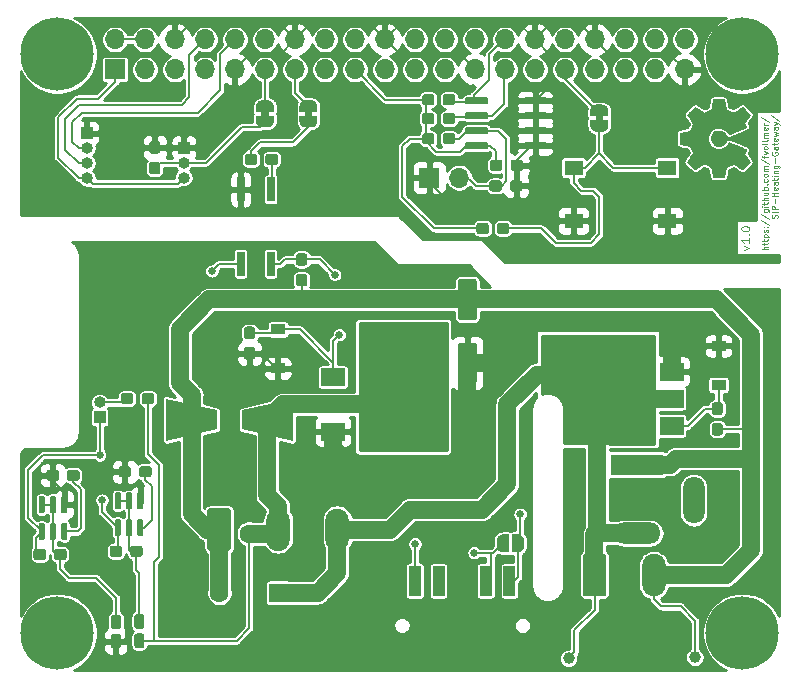
<source format=gbr>
%TF.GenerationSoftware,KiCad,Pcbnew,5.1.5-52549c5~84~ubuntu19.10.1*%
%TF.CreationDate,2020-01-05T17:23:38+01:00*%
%TF.ProjectId,RPi heating control hat,52506920-6865-4617-9469-6e6720636f6e,rev?*%
%TF.SameCoordinates,Original*%
%TF.FileFunction,Copper,L1,Top*%
%TF.FilePolarity,Positive*%
%FSLAX46Y46*%
G04 Gerber Fmt 4.6, Leading zero omitted, Abs format (unit mm)*
G04 Created by KiCad (PCBNEW 5.1.5-52549c5~84~ubuntu19.10.1) date 2020-01-05 17:23:38*
%MOMM*%
%LPD*%
G04 APERTURE LIST*
%TA.AperFunction,NonConductor*%
%ADD10C,0.100000*%
%TD*%
%TA.AperFunction,EtchedComponent*%
%ADD11C,0.010000*%
%TD*%
%TA.AperFunction,EtchedComponent*%
%ADD12C,0.100000*%
%TD*%
%TA.AperFunction,SMDPad,CuDef*%
%ADD13C,0.100000*%
%TD*%
%TA.AperFunction,ComponentPad*%
%ADD14O,1.000000X1.000000*%
%TD*%
%TA.AperFunction,ComponentPad*%
%ADD15R,1.000000X1.000000*%
%TD*%
%TA.AperFunction,ComponentPad*%
%ADD16O,2.000000X3.600000*%
%TD*%
%TA.AperFunction,ComponentPad*%
%ADD17C,0.100000*%
%TD*%
%TA.AperFunction,SMDPad,CuDef*%
%ADD18R,1.000000X2.500000*%
%TD*%
%TA.AperFunction,ComponentPad*%
%ADD19O,1.700000X1.700000*%
%TD*%
%TA.AperFunction,ComponentPad*%
%ADD20R,1.700000X1.700000*%
%TD*%
%TA.AperFunction,WasherPad*%
%ADD21C,6.200000*%
%TD*%
%TA.AperFunction,ComponentPad*%
%ADD22C,1.600000*%
%TD*%
%TA.AperFunction,ComponentPad*%
%ADD23R,1.600000X1.600000*%
%TD*%
%TA.AperFunction,SMDPad,CuDef*%
%ADD24R,2.000000X1.500000*%
%TD*%
%TA.AperFunction,SMDPad,CuDef*%
%ADD25R,2.000000X3.800000*%
%TD*%
%TA.AperFunction,SMDPad,CuDef*%
%ADD26R,1.200000X0.900000*%
%TD*%
%TA.AperFunction,SMDPad,CuDef*%
%ADD27R,0.640000X2.000000*%
%TD*%
%TA.AperFunction,SMDPad,CuDef*%
%ADD28R,1.550000X1.300000*%
%TD*%
%TA.AperFunction,BGAPad,CuDef*%
%ADD29C,1.000000*%
%TD*%
%TA.AperFunction,ComponentPad*%
%ADD30R,4.400000X1.800000*%
%TD*%
%TA.AperFunction,ComponentPad*%
%ADD31O,4.000000X1.800000*%
%TD*%
%TA.AperFunction,ComponentPad*%
%ADD32O,1.800000X4.000000*%
%TD*%
%TA.AperFunction,ViaPad*%
%ADD33C,0.650000*%
%TD*%
%TA.AperFunction,Conductor*%
%ADD34C,0.203200*%
%TD*%
%TA.AperFunction,Conductor*%
%ADD35C,1.500000*%
%TD*%
%TA.AperFunction,Conductor*%
%ADD36C,0.254000*%
%TD*%
G04 APERTURE END LIST*
D10*
X140250000Y-80785000D02*
X140716666Y-80618333D01*
X140250000Y-80451666D01*
X140716666Y-79818333D02*
X140716666Y-80218333D01*
X140716666Y-80018333D02*
X140016666Y-80018333D01*
X140116666Y-80085000D01*
X140183333Y-80151666D01*
X140216666Y-80218333D01*
X140650000Y-79518333D02*
X140683333Y-79485000D01*
X140716666Y-79518333D01*
X140683333Y-79551666D01*
X140650000Y-79518333D01*
X140716666Y-79518333D01*
X140016666Y-79051666D02*
X140016666Y-78985000D01*
X140050000Y-78918333D01*
X140083333Y-78885000D01*
X140150000Y-78851666D01*
X140283333Y-78818333D01*
X140450000Y-78818333D01*
X140583333Y-78851666D01*
X140650000Y-78885000D01*
X140683333Y-78918333D01*
X140716666Y-78985000D01*
X140716666Y-79051666D01*
X140683333Y-79118333D01*
X140650000Y-79151666D01*
X140583333Y-79185000D01*
X140450000Y-79218333D01*
X140283333Y-79218333D01*
X140150000Y-79185000D01*
X140083333Y-79151666D01*
X140050000Y-79118333D01*
X140016666Y-79051666D01*
X142251190Y-80765952D02*
X141751190Y-80765952D01*
X142251190Y-80551666D02*
X141989285Y-80551666D01*
X141941666Y-80575476D01*
X141917857Y-80623095D01*
X141917857Y-80694523D01*
X141941666Y-80742142D01*
X141965476Y-80765952D01*
X141917857Y-80385000D02*
X141917857Y-80194523D01*
X141751190Y-80313571D02*
X142179761Y-80313571D01*
X142227380Y-80289761D01*
X142251190Y-80242142D01*
X142251190Y-80194523D01*
X141917857Y-80099285D02*
X141917857Y-79908809D01*
X141751190Y-80027857D02*
X142179761Y-80027857D01*
X142227380Y-80004047D01*
X142251190Y-79956428D01*
X142251190Y-79908809D01*
X141917857Y-79742142D02*
X142417857Y-79742142D01*
X141941666Y-79742142D02*
X141917857Y-79694523D01*
X141917857Y-79599285D01*
X141941666Y-79551666D01*
X141965476Y-79527857D01*
X142013095Y-79504047D01*
X142155952Y-79504047D01*
X142203571Y-79527857D01*
X142227380Y-79551666D01*
X142251190Y-79599285D01*
X142251190Y-79694523D01*
X142227380Y-79742142D01*
X142227380Y-79313571D02*
X142251190Y-79265952D01*
X142251190Y-79170714D01*
X142227380Y-79123095D01*
X142179761Y-79099285D01*
X142155952Y-79099285D01*
X142108333Y-79123095D01*
X142084523Y-79170714D01*
X142084523Y-79242142D01*
X142060714Y-79289761D01*
X142013095Y-79313571D01*
X141989285Y-79313571D01*
X141941666Y-79289761D01*
X141917857Y-79242142D01*
X141917857Y-79170714D01*
X141941666Y-79123095D01*
X142203571Y-78885000D02*
X142227380Y-78861190D01*
X142251190Y-78885000D01*
X142227380Y-78908809D01*
X142203571Y-78885000D01*
X142251190Y-78885000D01*
X141941666Y-78885000D02*
X141965476Y-78861190D01*
X141989285Y-78885000D01*
X141965476Y-78908809D01*
X141941666Y-78885000D01*
X141989285Y-78885000D01*
X141727380Y-78289761D02*
X142370238Y-78718333D01*
X141727380Y-77765952D02*
X142370238Y-78194523D01*
X141917857Y-77385000D02*
X142322619Y-77385000D01*
X142370238Y-77408809D01*
X142394047Y-77432619D01*
X142417857Y-77480238D01*
X142417857Y-77551666D01*
X142394047Y-77599285D01*
X142227380Y-77385000D02*
X142251190Y-77432619D01*
X142251190Y-77527857D01*
X142227380Y-77575476D01*
X142203571Y-77599285D01*
X142155952Y-77623095D01*
X142013095Y-77623095D01*
X141965476Y-77599285D01*
X141941666Y-77575476D01*
X141917857Y-77527857D01*
X141917857Y-77432619D01*
X141941666Y-77385000D01*
X142251190Y-77146904D02*
X141917857Y-77146904D01*
X141751190Y-77146904D02*
X141775000Y-77170714D01*
X141798809Y-77146904D01*
X141775000Y-77123095D01*
X141751190Y-77146904D01*
X141798809Y-77146904D01*
X141917857Y-76980238D02*
X141917857Y-76789761D01*
X141751190Y-76908809D02*
X142179761Y-76908809D01*
X142227380Y-76885000D01*
X142251190Y-76837380D01*
X142251190Y-76789761D01*
X142251190Y-76623095D02*
X141751190Y-76623095D01*
X142251190Y-76408809D02*
X141989285Y-76408809D01*
X141941666Y-76432619D01*
X141917857Y-76480238D01*
X141917857Y-76551666D01*
X141941666Y-76599285D01*
X141965476Y-76623095D01*
X141917857Y-75956428D02*
X142251190Y-75956428D01*
X141917857Y-76170714D02*
X142179761Y-76170714D01*
X142227380Y-76146904D01*
X142251190Y-76099285D01*
X142251190Y-76027857D01*
X142227380Y-75980238D01*
X142203571Y-75956428D01*
X142251190Y-75718333D02*
X141751190Y-75718333D01*
X141941666Y-75718333D02*
X141917857Y-75670714D01*
X141917857Y-75575476D01*
X141941666Y-75527857D01*
X141965476Y-75504047D01*
X142013095Y-75480238D01*
X142155952Y-75480238D01*
X142203571Y-75504047D01*
X142227380Y-75527857D01*
X142251190Y-75575476D01*
X142251190Y-75670714D01*
X142227380Y-75718333D01*
X142203571Y-75265952D02*
X142227380Y-75242142D01*
X142251190Y-75265952D01*
X142227380Y-75289761D01*
X142203571Y-75265952D01*
X142251190Y-75265952D01*
X142227380Y-74813571D02*
X142251190Y-74861190D01*
X142251190Y-74956428D01*
X142227380Y-75004047D01*
X142203571Y-75027857D01*
X142155952Y-75051666D01*
X142013095Y-75051666D01*
X141965476Y-75027857D01*
X141941666Y-75004047D01*
X141917857Y-74956428D01*
X141917857Y-74861190D01*
X141941666Y-74813571D01*
X142251190Y-74527857D02*
X142227380Y-74575476D01*
X142203571Y-74599285D01*
X142155952Y-74623095D01*
X142013095Y-74623095D01*
X141965476Y-74599285D01*
X141941666Y-74575476D01*
X141917857Y-74527857D01*
X141917857Y-74456428D01*
X141941666Y-74408809D01*
X141965476Y-74385000D01*
X142013095Y-74361190D01*
X142155952Y-74361190D01*
X142203571Y-74385000D01*
X142227380Y-74408809D01*
X142251190Y-74456428D01*
X142251190Y-74527857D01*
X142251190Y-74146904D02*
X141917857Y-74146904D01*
X141965476Y-74146904D02*
X141941666Y-74123095D01*
X141917857Y-74075476D01*
X141917857Y-74004047D01*
X141941666Y-73956428D01*
X141989285Y-73932619D01*
X142251190Y-73932619D01*
X141989285Y-73932619D02*
X141941666Y-73908809D01*
X141917857Y-73861190D01*
X141917857Y-73789761D01*
X141941666Y-73742142D01*
X141989285Y-73718333D01*
X142251190Y-73718333D01*
X141727380Y-73123095D02*
X142370238Y-73551666D01*
X141917857Y-73027857D02*
X141917857Y-72837380D01*
X142251190Y-72956428D02*
X141822619Y-72956428D01*
X141775000Y-72932619D01*
X141751190Y-72885000D01*
X141751190Y-72837380D01*
X141917857Y-72718333D02*
X142251190Y-72599285D01*
X141917857Y-72480238D01*
X142251190Y-72218333D02*
X142227380Y-72265952D01*
X142203571Y-72289761D01*
X142155952Y-72313571D01*
X142013095Y-72313571D01*
X141965476Y-72289761D01*
X141941666Y-72265952D01*
X141917857Y-72218333D01*
X141917857Y-72146904D01*
X141941666Y-72099285D01*
X141965476Y-72075476D01*
X142013095Y-72051666D01*
X142155952Y-72051666D01*
X142203571Y-72075476D01*
X142227380Y-72099285D01*
X142251190Y-72146904D01*
X142251190Y-72218333D01*
X142251190Y-71765952D02*
X142227380Y-71813571D01*
X142179761Y-71837380D01*
X141751190Y-71837380D01*
X142251190Y-71504047D02*
X142227380Y-71551666D01*
X142179761Y-71575476D01*
X141751190Y-71575476D01*
X142251190Y-71313571D02*
X141917857Y-71313571D01*
X141965476Y-71313571D02*
X141941666Y-71289761D01*
X141917857Y-71242142D01*
X141917857Y-71170714D01*
X141941666Y-71123095D01*
X141989285Y-71099285D01*
X142251190Y-71099285D01*
X141989285Y-71099285D02*
X141941666Y-71075476D01*
X141917857Y-71027857D01*
X141917857Y-70956428D01*
X141941666Y-70908809D01*
X141989285Y-70885000D01*
X142251190Y-70885000D01*
X142227380Y-70456428D02*
X142251190Y-70504047D01*
X142251190Y-70599285D01*
X142227380Y-70646904D01*
X142179761Y-70670714D01*
X141989285Y-70670714D01*
X141941666Y-70646904D01*
X141917857Y-70599285D01*
X141917857Y-70504047D01*
X141941666Y-70456428D01*
X141989285Y-70432619D01*
X142036904Y-70432619D01*
X142084523Y-70670714D01*
X142251190Y-70218333D02*
X141917857Y-70218333D01*
X142013095Y-70218333D02*
X141965476Y-70194523D01*
X141941666Y-70170714D01*
X141917857Y-70123095D01*
X141917857Y-70075476D01*
X141727380Y-69551666D02*
X142370238Y-69980238D01*
X143077380Y-78123095D02*
X143101190Y-78051666D01*
X143101190Y-77932619D01*
X143077380Y-77885000D01*
X143053571Y-77861190D01*
X143005952Y-77837380D01*
X142958333Y-77837380D01*
X142910714Y-77861190D01*
X142886904Y-77885000D01*
X142863095Y-77932619D01*
X142839285Y-78027857D01*
X142815476Y-78075476D01*
X142791666Y-78099285D01*
X142744047Y-78123095D01*
X142696428Y-78123095D01*
X142648809Y-78099285D01*
X142625000Y-78075476D01*
X142601190Y-78027857D01*
X142601190Y-77908809D01*
X142625000Y-77837380D01*
X143101190Y-77623095D02*
X142601190Y-77623095D01*
X143101190Y-77385000D02*
X142601190Y-77385000D01*
X142601190Y-77194523D01*
X142625000Y-77146904D01*
X142648809Y-77123095D01*
X142696428Y-77099285D01*
X142767857Y-77099285D01*
X142815476Y-77123095D01*
X142839285Y-77146904D01*
X142863095Y-77194523D01*
X142863095Y-77385000D01*
X142910714Y-76885000D02*
X142910714Y-76504047D01*
X143101190Y-76265952D02*
X142601190Y-76265952D01*
X142839285Y-76265952D02*
X142839285Y-75980238D01*
X143101190Y-75980238D02*
X142601190Y-75980238D01*
X143077380Y-75551666D02*
X143101190Y-75599285D01*
X143101190Y-75694523D01*
X143077380Y-75742142D01*
X143029761Y-75765952D01*
X142839285Y-75765952D01*
X142791666Y-75742142D01*
X142767857Y-75694523D01*
X142767857Y-75599285D01*
X142791666Y-75551666D01*
X142839285Y-75527857D01*
X142886904Y-75527857D01*
X142934523Y-75765952D01*
X143101190Y-75099285D02*
X142839285Y-75099285D01*
X142791666Y-75123095D01*
X142767857Y-75170714D01*
X142767857Y-75265952D01*
X142791666Y-75313571D01*
X143077380Y-75099285D02*
X143101190Y-75146904D01*
X143101190Y-75265952D01*
X143077380Y-75313571D01*
X143029761Y-75337380D01*
X142982142Y-75337380D01*
X142934523Y-75313571D01*
X142910714Y-75265952D01*
X142910714Y-75146904D01*
X142886904Y-75099285D01*
X142767857Y-74932619D02*
X142767857Y-74742142D01*
X142601190Y-74861190D02*
X143029761Y-74861190D01*
X143077380Y-74837380D01*
X143101190Y-74789761D01*
X143101190Y-74742142D01*
X143101190Y-74575476D02*
X142767857Y-74575476D01*
X142601190Y-74575476D02*
X142625000Y-74599285D01*
X142648809Y-74575476D01*
X142625000Y-74551666D01*
X142601190Y-74575476D01*
X142648809Y-74575476D01*
X142767857Y-74337380D02*
X143101190Y-74337380D01*
X142815476Y-74337380D02*
X142791666Y-74313571D01*
X142767857Y-74265952D01*
X142767857Y-74194523D01*
X142791666Y-74146904D01*
X142839285Y-74123095D01*
X143101190Y-74123095D01*
X142767857Y-73670714D02*
X143172619Y-73670714D01*
X143220238Y-73694523D01*
X143244047Y-73718333D01*
X143267857Y-73765952D01*
X143267857Y-73837380D01*
X143244047Y-73885000D01*
X143077380Y-73670714D02*
X143101190Y-73718333D01*
X143101190Y-73813571D01*
X143077380Y-73861190D01*
X143053571Y-73885000D01*
X143005952Y-73908809D01*
X142863095Y-73908809D01*
X142815476Y-73885000D01*
X142791666Y-73861190D01*
X142767857Y-73813571D01*
X142767857Y-73718333D01*
X142791666Y-73670714D01*
X142910714Y-73432619D02*
X142910714Y-73051666D01*
X142625000Y-72551666D02*
X142601190Y-72599285D01*
X142601190Y-72670714D01*
X142625000Y-72742142D01*
X142672619Y-72789761D01*
X142720238Y-72813571D01*
X142815476Y-72837380D01*
X142886904Y-72837380D01*
X142982142Y-72813571D01*
X143029761Y-72789761D01*
X143077380Y-72742142D01*
X143101190Y-72670714D01*
X143101190Y-72623095D01*
X143077380Y-72551666D01*
X143053571Y-72527857D01*
X142886904Y-72527857D01*
X142886904Y-72623095D01*
X143101190Y-72099285D02*
X142839285Y-72099285D01*
X142791666Y-72123095D01*
X142767857Y-72170714D01*
X142767857Y-72265952D01*
X142791666Y-72313571D01*
X143077380Y-72099285D02*
X143101190Y-72146904D01*
X143101190Y-72265952D01*
X143077380Y-72313571D01*
X143029761Y-72337380D01*
X142982142Y-72337380D01*
X142934523Y-72313571D01*
X142910714Y-72265952D01*
X142910714Y-72146904D01*
X142886904Y-72099285D01*
X142767857Y-71932619D02*
X142767857Y-71742142D01*
X142601190Y-71861190D02*
X143029761Y-71861190D01*
X143077380Y-71837380D01*
X143101190Y-71789761D01*
X143101190Y-71742142D01*
X143077380Y-71385000D02*
X143101190Y-71432619D01*
X143101190Y-71527857D01*
X143077380Y-71575476D01*
X143029761Y-71599285D01*
X142839285Y-71599285D01*
X142791666Y-71575476D01*
X142767857Y-71527857D01*
X142767857Y-71432619D01*
X142791666Y-71385000D01*
X142839285Y-71361190D01*
X142886904Y-71361190D01*
X142934523Y-71599285D01*
X142767857Y-71194523D02*
X143101190Y-71099285D01*
X142863095Y-71004047D01*
X143101190Y-70908809D01*
X142767857Y-70813571D01*
X143101190Y-70408809D02*
X142839285Y-70408809D01*
X142791666Y-70432619D01*
X142767857Y-70480238D01*
X142767857Y-70575476D01*
X142791666Y-70623095D01*
X143077380Y-70408809D02*
X143101190Y-70456428D01*
X143101190Y-70575476D01*
X143077380Y-70623095D01*
X143029761Y-70646904D01*
X142982142Y-70646904D01*
X142934523Y-70623095D01*
X142910714Y-70575476D01*
X142910714Y-70456428D01*
X142886904Y-70408809D01*
X142767857Y-70218333D02*
X143101190Y-70099285D01*
X142767857Y-69980238D02*
X143101190Y-70099285D01*
X143220238Y-70146904D01*
X143244047Y-70170714D01*
X143267857Y-70218333D01*
X142577380Y-69432619D02*
X143220238Y-69861190D01*
D11*
%TO.C,LOGO1*%
G36*
X135268931Y-70819186D02*
G01*
X135713555Y-70735365D01*
X135841053Y-70426080D01*
X135968551Y-70116794D01*
X135716246Y-69745754D01*
X135645996Y-69641843D01*
X135583272Y-69547913D01*
X135530938Y-69468348D01*
X135491857Y-69407530D01*
X135468893Y-69369843D01*
X135463942Y-69359579D01*
X135476676Y-69341090D01*
X135511882Y-69301580D01*
X135565062Y-69245478D01*
X135631718Y-69177213D01*
X135707354Y-69101214D01*
X135787472Y-69021908D01*
X135867574Y-68943725D01*
X135943164Y-68871093D01*
X136009745Y-68808441D01*
X136062818Y-68760197D01*
X136097887Y-68730790D01*
X136109623Y-68723759D01*
X136131260Y-68733877D01*
X136178662Y-68762241D01*
X136247193Y-68805871D01*
X136332215Y-68861782D01*
X136429093Y-68926994D01*
X136484350Y-68964781D01*
X136585248Y-69033657D01*
X136676299Y-69094860D01*
X136752970Y-69145422D01*
X136810728Y-69182372D01*
X136845043Y-69202742D01*
X136852254Y-69205803D01*
X136872748Y-69198864D01*
X136920513Y-69179949D01*
X136988832Y-69151913D01*
X137070989Y-69117609D01*
X137160270Y-69079891D01*
X137249958Y-69041613D01*
X137333338Y-69005630D01*
X137403694Y-68974794D01*
X137454310Y-68951961D01*
X137478471Y-68939983D01*
X137479422Y-68939276D01*
X137484036Y-68920469D01*
X137494328Y-68870382D01*
X137509287Y-68794207D01*
X137527901Y-68697135D01*
X137549159Y-68584357D01*
X137561418Y-68518558D01*
X137584362Y-68398050D01*
X137606195Y-68289203D01*
X137625722Y-68197524D01*
X137641748Y-68128519D01*
X137653079Y-68087696D01*
X137656674Y-68079489D01*
X137681006Y-68071452D01*
X137735959Y-68064967D01*
X137815108Y-68060030D01*
X137912026Y-68056636D01*
X138020287Y-68054782D01*
X138133465Y-68054462D01*
X138245135Y-68055673D01*
X138348868Y-68058410D01*
X138438241Y-68062669D01*
X138506826Y-68068445D01*
X138548197Y-68075733D01*
X138556810Y-68080105D01*
X138567133Y-68106236D01*
X138581892Y-68161607D01*
X138599352Y-68238893D01*
X138617780Y-68330770D01*
X138623741Y-68362842D01*
X138652066Y-68517476D01*
X138674876Y-68639625D01*
X138693080Y-68733327D01*
X138707583Y-68802616D01*
X138719292Y-68851529D01*
X138729115Y-68884103D01*
X138737956Y-68904372D01*
X138746724Y-68916374D01*
X138748457Y-68918053D01*
X138776371Y-68934816D01*
X138830695Y-68960386D01*
X138904777Y-68992212D01*
X138991965Y-69027740D01*
X139085608Y-69064417D01*
X139179052Y-69099689D01*
X139265647Y-69131004D01*
X139338740Y-69155807D01*
X139391678Y-69171546D01*
X139417811Y-69175668D01*
X139418726Y-69175324D01*
X139440086Y-69161359D01*
X139487084Y-69129678D01*
X139554827Y-69083609D01*
X139638423Y-69026482D01*
X139732982Y-68961627D01*
X139759854Y-68943157D01*
X139857275Y-68877301D01*
X139946163Y-68819350D01*
X140021412Y-68772462D01*
X140077920Y-68739793D01*
X140110581Y-68724500D01*
X140114593Y-68723759D01*
X140135684Y-68736608D01*
X140177464Y-68772112D01*
X140235445Y-68825707D01*
X140305135Y-68892829D01*
X140382045Y-68968913D01*
X140461683Y-69049396D01*
X140539561Y-69129713D01*
X140611186Y-69205301D01*
X140672070Y-69271595D01*
X140717721Y-69324031D01*
X140743650Y-69358045D01*
X140747883Y-69367455D01*
X140737912Y-69389357D01*
X140711020Y-69434200D01*
X140671736Y-69494679D01*
X140640117Y-69541211D01*
X140582098Y-69625525D01*
X140513784Y-69725374D01*
X140445579Y-69825527D01*
X140409075Y-69879373D01*
X140285800Y-70061629D01*
X140368520Y-70214619D01*
X140404759Y-70284318D01*
X140432926Y-70343586D01*
X140448991Y-70383689D01*
X140451226Y-70393897D01*
X140434722Y-70406171D01*
X140388082Y-70430387D01*
X140315609Y-70464737D01*
X140221606Y-70507412D01*
X140110374Y-70556606D01*
X139986215Y-70610510D01*
X139853432Y-70667316D01*
X139716327Y-70725218D01*
X139579202Y-70782407D01*
X139446358Y-70837076D01*
X139322098Y-70887416D01*
X139210725Y-70931620D01*
X139116539Y-70967881D01*
X139043844Y-70994391D01*
X138996941Y-71009342D01*
X138980833Y-71011746D01*
X138960286Y-70992689D01*
X138926933Y-70950964D01*
X138887702Y-70895294D01*
X138884599Y-70890622D01*
X138769423Y-70746736D01*
X138635053Y-70630717D01*
X138485784Y-70543570D01*
X138325913Y-70486301D01*
X138159737Y-70459914D01*
X137991552Y-70465415D01*
X137825655Y-70503810D01*
X137666342Y-70576105D01*
X137631487Y-70597374D01*
X137490737Y-70708004D01*
X137377714Y-70838698D01*
X137293003Y-70984936D01*
X137237194Y-71142192D01*
X137210874Y-71305943D01*
X137214630Y-71471667D01*
X137249050Y-71634838D01*
X137314723Y-71790935D01*
X137412235Y-71935433D01*
X137451813Y-71980131D01*
X137575703Y-72093888D01*
X137706124Y-72176782D01*
X137852315Y-72233644D01*
X137997088Y-72265313D01*
X138159860Y-72273131D01*
X138323440Y-72247062D01*
X138482298Y-72189755D01*
X138630906Y-72103856D01*
X138763735Y-71992014D01*
X138875256Y-71856877D01*
X138887011Y-71839117D01*
X138925508Y-71782850D01*
X138958863Y-71740077D01*
X138980160Y-71719628D01*
X138980833Y-71719331D01*
X139003871Y-71723721D01*
X139056157Y-71741124D01*
X139133390Y-71769732D01*
X139231268Y-71807735D01*
X139345491Y-71853326D01*
X139471758Y-71904697D01*
X139605767Y-71960038D01*
X139743218Y-72017542D01*
X139879808Y-72075399D01*
X140011237Y-72131802D01*
X140133205Y-72184942D01*
X140241409Y-72233010D01*
X140331549Y-72274199D01*
X140399323Y-72306699D01*
X140440430Y-72328703D01*
X140451226Y-72337564D01*
X140442819Y-72364640D01*
X140420272Y-72415303D01*
X140387613Y-72480817D01*
X140368520Y-72516841D01*
X140285800Y-72669832D01*
X140409075Y-72852088D01*
X140472228Y-72945125D01*
X140541727Y-73046985D01*
X140607165Y-73142438D01*
X140640117Y-73190250D01*
X140685273Y-73257495D01*
X140721057Y-73314436D01*
X140742938Y-73353646D01*
X140747563Y-73366381D01*
X140735085Y-73384917D01*
X140700252Y-73425941D01*
X140646678Y-73485475D01*
X140577983Y-73559542D01*
X140497781Y-73644165D01*
X140446286Y-73697685D01*
X140354286Y-73791319D01*
X140271999Y-73872241D01*
X140202945Y-73937177D01*
X140150644Y-73982858D01*
X140118616Y-74006011D01*
X140112116Y-74008232D01*
X140087394Y-73997924D01*
X140037405Y-73969439D01*
X139967212Y-73925937D01*
X139881875Y-73870577D01*
X139786456Y-73806520D01*
X139759854Y-73788303D01*
X139663167Y-73721927D01*
X139576117Y-73662378D01*
X139503595Y-73612984D01*
X139450493Y-73577075D01*
X139421703Y-73557981D01*
X139418726Y-73556136D01*
X139395782Y-73558895D01*
X139345336Y-73573538D01*
X139274041Y-73597513D01*
X139188547Y-73628266D01*
X139095507Y-73663244D01*
X139001574Y-73699893D01*
X138913399Y-73735661D01*
X138837634Y-73767994D01*
X138780931Y-73794338D01*
X138749943Y-73812142D01*
X138748457Y-73813407D01*
X138739601Y-73824294D01*
X138730843Y-73842682D01*
X138721277Y-73872606D01*
X138709996Y-73918103D01*
X138696093Y-73983209D01*
X138678663Y-74071961D01*
X138656798Y-74188393D01*
X138629591Y-74336542D01*
X138623741Y-74368618D01*
X138605374Y-74463686D01*
X138587405Y-74546565D01*
X138571569Y-74609930D01*
X138559600Y-74646458D01*
X138556810Y-74651356D01*
X138532072Y-74659427D01*
X138476790Y-74665987D01*
X138397389Y-74671033D01*
X138300296Y-74674559D01*
X138191938Y-74676561D01*
X138078740Y-74677036D01*
X137967128Y-74675977D01*
X137863529Y-74673382D01*
X137774368Y-74669246D01*
X137706072Y-74663563D01*
X137665066Y-74656331D01*
X137656674Y-74651971D01*
X137648208Y-74627698D01*
X137634435Y-74572426D01*
X137616550Y-74491662D01*
X137595748Y-74390912D01*
X137573223Y-74275683D01*
X137561418Y-74212902D01*
X137539151Y-74093787D01*
X137518979Y-73987565D01*
X137501915Y-73899427D01*
X137488969Y-73834566D01*
X137481155Y-73798174D01*
X137479422Y-73792184D01*
X137459890Y-73782061D01*
X137412843Y-73760662D01*
X137345003Y-73730839D01*
X137263091Y-73695445D01*
X137173828Y-73657332D01*
X137083935Y-73619353D01*
X137000135Y-73584360D01*
X136929147Y-73555206D01*
X136877694Y-73534743D01*
X136852497Y-73525823D01*
X136851396Y-73525657D01*
X136831519Y-73535769D01*
X136785777Y-73564117D01*
X136718717Y-73607723D01*
X136634884Y-73663606D01*
X136538826Y-73728787D01*
X136483650Y-73766679D01*
X136382481Y-73835725D01*
X136290630Y-73897050D01*
X136212744Y-73947663D01*
X136153469Y-73984571D01*
X136117451Y-74004782D01*
X136109377Y-74007701D01*
X136090584Y-73995153D01*
X136050457Y-73960463D01*
X135993493Y-73908063D01*
X135924185Y-73842384D01*
X135847031Y-73767856D01*
X135766525Y-73688913D01*
X135687163Y-73609983D01*
X135613440Y-73535500D01*
X135549852Y-73469894D01*
X135500894Y-73417596D01*
X135471061Y-73383039D01*
X135463942Y-73371478D01*
X135473953Y-73352654D01*
X135502078Y-73307631D01*
X135545454Y-73240787D01*
X135601218Y-73156499D01*
X135666506Y-73059144D01*
X135716246Y-72985707D01*
X135968551Y-72614667D01*
X135713555Y-71996095D01*
X135268931Y-71912275D01*
X134824307Y-71828454D01*
X134824307Y-70903006D01*
X135268931Y-70819186D01*
G37*
X135268931Y-70819186D02*
X135713555Y-70735365D01*
X135841053Y-70426080D01*
X135968551Y-70116794D01*
X135716246Y-69745754D01*
X135645996Y-69641843D01*
X135583272Y-69547913D01*
X135530938Y-69468348D01*
X135491857Y-69407530D01*
X135468893Y-69369843D01*
X135463942Y-69359579D01*
X135476676Y-69341090D01*
X135511882Y-69301580D01*
X135565062Y-69245478D01*
X135631718Y-69177213D01*
X135707354Y-69101214D01*
X135787472Y-69021908D01*
X135867574Y-68943725D01*
X135943164Y-68871093D01*
X136009745Y-68808441D01*
X136062818Y-68760197D01*
X136097887Y-68730790D01*
X136109623Y-68723759D01*
X136131260Y-68733877D01*
X136178662Y-68762241D01*
X136247193Y-68805871D01*
X136332215Y-68861782D01*
X136429093Y-68926994D01*
X136484350Y-68964781D01*
X136585248Y-69033657D01*
X136676299Y-69094860D01*
X136752970Y-69145422D01*
X136810728Y-69182372D01*
X136845043Y-69202742D01*
X136852254Y-69205803D01*
X136872748Y-69198864D01*
X136920513Y-69179949D01*
X136988832Y-69151913D01*
X137070989Y-69117609D01*
X137160270Y-69079891D01*
X137249958Y-69041613D01*
X137333338Y-69005630D01*
X137403694Y-68974794D01*
X137454310Y-68951961D01*
X137478471Y-68939983D01*
X137479422Y-68939276D01*
X137484036Y-68920469D01*
X137494328Y-68870382D01*
X137509287Y-68794207D01*
X137527901Y-68697135D01*
X137549159Y-68584357D01*
X137561418Y-68518558D01*
X137584362Y-68398050D01*
X137606195Y-68289203D01*
X137625722Y-68197524D01*
X137641748Y-68128519D01*
X137653079Y-68087696D01*
X137656674Y-68079489D01*
X137681006Y-68071452D01*
X137735959Y-68064967D01*
X137815108Y-68060030D01*
X137912026Y-68056636D01*
X138020287Y-68054782D01*
X138133465Y-68054462D01*
X138245135Y-68055673D01*
X138348868Y-68058410D01*
X138438241Y-68062669D01*
X138506826Y-68068445D01*
X138548197Y-68075733D01*
X138556810Y-68080105D01*
X138567133Y-68106236D01*
X138581892Y-68161607D01*
X138599352Y-68238893D01*
X138617780Y-68330770D01*
X138623741Y-68362842D01*
X138652066Y-68517476D01*
X138674876Y-68639625D01*
X138693080Y-68733327D01*
X138707583Y-68802616D01*
X138719292Y-68851529D01*
X138729115Y-68884103D01*
X138737956Y-68904372D01*
X138746724Y-68916374D01*
X138748457Y-68918053D01*
X138776371Y-68934816D01*
X138830695Y-68960386D01*
X138904777Y-68992212D01*
X138991965Y-69027740D01*
X139085608Y-69064417D01*
X139179052Y-69099689D01*
X139265647Y-69131004D01*
X139338740Y-69155807D01*
X139391678Y-69171546D01*
X139417811Y-69175668D01*
X139418726Y-69175324D01*
X139440086Y-69161359D01*
X139487084Y-69129678D01*
X139554827Y-69083609D01*
X139638423Y-69026482D01*
X139732982Y-68961627D01*
X139759854Y-68943157D01*
X139857275Y-68877301D01*
X139946163Y-68819350D01*
X140021412Y-68772462D01*
X140077920Y-68739793D01*
X140110581Y-68724500D01*
X140114593Y-68723759D01*
X140135684Y-68736608D01*
X140177464Y-68772112D01*
X140235445Y-68825707D01*
X140305135Y-68892829D01*
X140382045Y-68968913D01*
X140461683Y-69049396D01*
X140539561Y-69129713D01*
X140611186Y-69205301D01*
X140672070Y-69271595D01*
X140717721Y-69324031D01*
X140743650Y-69358045D01*
X140747883Y-69367455D01*
X140737912Y-69389357D01*
X140711020Y-69434200D01*
X140671736Y-69494679D01*
X140640117Y-69541211D01*
X140582098Y-69625525D01*
X140513784Y-69725374D01*
X140445579Y-69825527D01*
X140409075Y-69879373D01*
X140285800Y-70061629D01*
X140368520Y-70214619D01*
X140404759Y-70284318D01*
X140432926Y-70343586D01*
X140448991Y-70383689D01*
X140451226Y-70393897D01*
X140434722Y-70406171D01*
X140388082Y-70430387D01*
X140315609Y-70464737D01*
X140221606Y-70507412D01*
X140110374Y-70556606D01*
X139986215Y-70610510D01*
X139853432Y-70667316D01*
X139716327Y-70725218D01*
X139579202Y-70782407D01*
X139446358Y-70837076D01*
X139322098Y-70887416D01*
X139210725Y-70931620D01*
X139116539Y-70967881D01*
X139043844Y-70994391D01*
X138996941Y-71009342D01*
X138980833Y-71011746D01*
X138960286Y-70992689D01*
X138926933Y-70950964D01*
X138887702Y-70895294D01*
X138884599Y-70890622D01*
X138769423Y-70746736D01*
X138635053Y-70630717D01*
X138485784Y-70543570D01*
X138325913Y-70486301D01*
X138159737Y-70459914D01*
X137991552Y-70465415D01*
X137825655Y-70503810D01*
X137666342Y-70576105D01*
X137631487Y-70597374D01*
X137490737Y-70708004D01*
X137377714Y-70838698D01*
X137293003Y-70984936D01*
X137237194Y-71142192D01*
X137210874Y-71305943D01*
X137214630Y-71471667D01*
X137249050Y-71634838D01*
X137314723Y-71790935D01*
X137412235Y-71935433D01*
X137451813Y-71980131D01*
X137575703Y-72093888D01*
X137706124Y-72176782D01*
X137852315Y-72233644D01*
X137997088Y-72265313D01*
X138159860Y-72273131D01*
X138323440Y-72247062D01*
X138482298Y-72189755D01*
X138630906Y-72103856D01*
X138763735Y-71992014D01*
X138875256Y-71856877D01*
X138887011Y-71839117D01*
X138925508Y-71782850D01*
X138958863Y-71740077D01*
X138980160Y-71719628D01*
X138980833Y-71719331D01*
X139003871Y-71723721D01*
X139056157Y-71741124D01*
X139133390Y-71769732D01*
X139231268Y-71807735D01*
X139345491Y-71853326D01*
X139471758Y-71904697D01*
X139605767Y-71960038D01*
X139743218Y-72017542D01*
X139879808Y-72075399D01*
X140011237Y-72131802D01*
X140133205Y-72184942D01*
X140241409Y-72233010D01*
X140331549Y-72274199D01*
X140399323Y-72306699D01*
X140440430Y-72328703D01*
X140451226Y-72337564D01*
X140442819Y-72364640D01*
X140420272Y-72415303D01*
X140387613Y-72480817D01*
X140368520Y-72516841D01*
X140285800Y-72669832D01*
X140409075Y-72852088D01*
X140472228Y-72945125D01*
X140541727Y-73046985D01*
X140607165Y-73142438D01*
X140640117Y-73190250D01*
X140685273Y-73257495D01*
X140721057Y-73314436D01*
X140742938Y-73353646D01*
X140747563Y-73366381D01*
X140735085Y-73384917D01*
X140700252Y-73425941D01*
X140646678Y-73485475D01*
X140577983Y-73559542D01*
X140497781Y-73644165D01*
X140446286Y-73697685D01*
X140354286Y-73791319D01*
X140271999Y-73872241D01*
X140202945Y-73937177D01*
X140150644Y-73982858D01*
X140118616Y-74006011D01*
X140112116Y-74008232D01*
X140087394Y-73997924D01*
X140037405Y-73969439D01*
X139967212Y-73925937D01*
X139881875Y-73870577D01*
X139786456Y-73806520D01*
X139759854Y-73788303D01*
X139663167Y-73721927D01*
X139576117Y-73662378D01*
X139503595Y-73612984D01*
X139450493Y-73577075D01*
X139421703Y-73557981D01*
X139418726Y-73556136D01*
X139395782Y-73558895D01*
X139345336Y-73573538D01*
X139274041Y-73597513D01*
X139188547Y-73628266D01*
X139095507Y-73663244D01*
X139001574Y-73699893D01*
X138913399Y-73735661D01*
X138837634Y-73767994D01*
X138780931Y-73794338D01*
X138749943Y-73812142D01*
X138748457Y-73813407D01*
X138739601Y-73824294D01*
X138730843Y-73842682D01*
X138721277Y-73872606D01*
X138709996Y-73918103D01*
X138696093Y-73983209D01*
X138678663Y-74071961D01*
X138656798Y-74188393D01*
X138629591Y-74336542D01*
X138623741Y-74368618D01*
X138605374Y-74463686D01*
X138587405Y-74546565D01*
X138571569Y-74609930D01*
X138559600Y-74646458D01*
X138556810Y-74651356D01*
X138532072Y-74659427D01*
X138476790Y-74665987D01*
X138397389Y-74671033D01*
X138300296Y-74674559D01*
X138191938Y-74676561D01*
X138078740Y-74677036D01*
X137967128Y-74675977D01*
X137863529Y-74673382D01*
X137774368Y-74669246D01*
X137706072Y-74663563D01*
X137665066Y-74656331D01*
X137656674Y-74651971D01*
X137648208Y-74627698D01*
X137634435Y-74572426D01*
X137616550Y-74491662D01*
X137595748Y-74390912D01*
X137573223Y-74275683D01*
X137561418Y-74212902D01*
X137539151Y-74093787D01*
X137518979Y-73987565D01*
X137501915Y-73899427D01*
X137488969Y-73834566D01*
X137481155Y-73798174D01*
X137479422Y-73792184D01*
X137459890Y-73782061D01*
X137412843Y-73760662D01*
X137345003Y-73730839D01*
X137263091Y-73695445D01*
X137173828Y-73657332D01*
X137083935Y-73619353D01*
X137000135Y-73584360D01*
X136929147Y-73555206D01*
X136877694Y-73534743D01*
X136852497Y-73525823D01*
X136851396Y-73525657D01*
X136831519Y-73535769D01*
X136785777Y-73564117D01*
X136718717Y-73607723D01*
X136634884Y-73663606D01*
X136538826Y-73728787D01*
X136483650Y-73766679D01*
X136382481Y-73835725D01*
X136290630Y-73897050D01*
X136212744Y-73947663D01*
X136153469Y-73984571D01*
X136117451Y-74004782D01*
X136109377Y-74007701D01*
X136090584Y-73995153D01*
X136050457Y-73960463D01*
X135993493Y-73908063D01*
X135924185Y-73842384D01*
X135847031Y-73767856D01*
X135766525Y-73688913D01*
X135687163Y-73609983D01*
X135613440Y-73535500D01*
X135549852Y-73469894D01*
X135500894Y-73417596D01*
X135471061Y-73383039D01*
X135463942Y-73371478D01*
X135473953Y-73352654D01*
X135502078Y-73307631D01*
X135545454Y-73240787D01*
X135601218Y-73156499D01*
X135666506Y-73059144D01*
X135716246Y-72985707D01*
X135968551Y-72614667D01*
X135713555Y-71996095D01*
X135268931Y-71912275D01*
X134824307Y-71828454D01*
X134824307Y-70903006D01*
X135268931Y-70819186D01*
D12*
%TO.C,JP3*%
G36*
X100000000Y-69540000D02*
G01*
X100000000Y-69040000D01*
X99400000Y-69040000D01*
X99400000Y-69540000D01*
X100000000Y-69540000D01*
G37*
%TO.C,JP2*%
G36*
X103670000Y-69540000D02*
G01*
X103670000Y-69040000D01*
X103070000Y-69040000D01*
X103070000Y-69540000D01*
X103670000Y-69540000D01*
G37*
%TO.C,JP1*%
G36*
X128300000Y-69900000D02*
G01*
X128300000Y-69400000D01*
X127700000Y-69400000D01*
X127700000Y-69900000D01*
X128300000Y-69900000D01*
G37*
%TD*%
%TA.AperFunction,SMDPad,CuDef*%
D13*
%TO.P,R14,2*%
%TO.N,GNDPWR*%
G36*
X82035779Y-99426144D02*
G01*
X82058834Y-99429563D01*
X82081443Y-99435227D01*
X82103387Y-99443079D01*
X82124457Y-99453044D01*
X82144448Y-99465026D01*
X82163168Y-99478910D01*
X82180438Y-99494562D01*
X82196090Y-99511832D01*
X82209974Y-99530552D01*
X82221956Y-99550543D01*
X82231921Y-99571613D01*
X82239773Y-99593557D01*
X82245437Y-99616166D01*
X82248856Y-99639221D01*
X82250000Y-99662500D01*
X82250000Y-100137500D01*
X82248856Y-100160779D01*
X82245437Y-100183834D01*
X82239773Y-100206443D01*
X82231921Y-100228387D01*
X82221956Y-100249457D01*
X82209974Y-100269448D01*
X82196090Y-100288168D01*
X82180438Y-100305438D01*
X82163168Y-100321090D01*
X82144448Y-100334974D01*
X82124457Y-100346956D01*
X82103387Y-100356921D01*
X82081443Y-100364773D01*
X82058834Y-100370437D01*
X82035779Y-100373856D01*
X82012500Y-100375000D01*
X81437500Y-100375000D01*
X81414221Y-100373856D01*
X81391166Y-100370437D01*
X81368557Y-100364773D01*
X81346613Y-100356921D01*
X81325543Y-100346956D01*
X81305552Y-100334974D01*
X81286832Y-100321090D01*
X81269562Y-100305438D01*
X81253910Y-100288168D01*
X81240026Y-100269448D01*
X81228044Y-100249457D01*
X81218079Y-100228387D01*
X81210227Y-100206443D01*
X81204563Y-100183834D01*
X81201144Y-100160779D01*
X81200000Y-100137500D01*
X81200000Y-99662500D01*
X81201144Y-99639221D01*
X81204563Y-99616166D01*
X81210227Y-99593557D01*
X81218079Y-99571613D01*
X81228044Y-99550543D01*
X81240026Y-99530552D01*
X81253910Y-99511832D01*
X81269562Y-99494562D01*
X81286832Y-99478910D01*
X81305552Y-99465026D01*
X81325543Y-99453044D01*
X81346613Y-99443079D01*
X81368557Y-99435227D01*
X81391166Y-99429563D01*
X81414221Y-99426144D01*
X81437500Y-99425000D01*
X82012500Y-99425000D01*
X82035779Y-99426144D01*
G37*
%TD.AperFunction*%
%TA.AperFunction,SMDPad,CuDef*%
%TO.P,R14,1*%
%TO.N,Net-(R14-Pad1)*%
G36*
X83785779Y-99426144D02*
G01*
X83808834Y-99429563D01*
X83831443Y-99435227D01*
X83853387Y-99443079D01*
X83874457Y-99453044D01*
X83894448Y-99465026D01*
X83913168Y-99478910D01*
X83930438Y-99494562D01*
X83946090Y-99511832D01*
X83959974Y-99530552D01*
X83971956Y-99550543D01*
X83981921Y-99571613D01*
X83989773Y-99593557D01*
X83995437Y-99616166D01*
X83998856Y-99639221D01*
X84000000Y-99662500D01*
X84000000Y-100137500D01*
X83998856Y-100160779D01*
X83995437Y-100183834D01*
X83989773Y-100206443D01*
X83981921Y-100228387D01*
X83971956Y-100249457D01*
X83959974Y-100269448D01*
X83946090Y-100288168D01*
X83930438Y-100305438D01*
X83913168Y-100321090D01*
X83894448Y-100334974D01*
X83874457Y-100346956D01*
X83853387Y-100356921D01*
X83831443Y-100364773D01*
X83808834Y-100370437D01*
X83785779Y-100373856D01*
X83762500Y-100375000D01*
X83187500Y-100375000D01*
X83164221Y-100373856D01*
X83141166Y-100370437D01*
X83118557Y-100364773D01*
X83096613Y-100356921D01*
X83075543Y-100346956D01*
X83055552Y-100334974D01*
X83036832Y-100321090D01*
X83019562Y-100305438D01*
X83003910Y-100288168D01*
X82990026Y-100269448D01*
X82978044Y-100249457D01*
X82968079Y-100228387D01*
X82960227Y-100206443D01*
X82954563Y-100183834D01*
X82951144Y-100160779D01*
X82950000Y-100137500D01*
X82950000Y-99662500D01*
X82951144Y-99639221D01*
X82954563Y-99616166D01*
X82960227Y-99593557D01*
X82968079Y-99571613D01*
X82978044Y-99550543D01*
X82990026Y-99530552D01*
X83003910Y-99511832D01*
X83019562Y-99494562D01*
X83036832Y-99478910D01*
X83055552Y-99465026D01*
X83075543Y-99453044D01*
X83096613Y-99443079D01*
X83118557Y-99435227D01*
X83141166Y-99429563D01*
X83164221Y-99426144D01*
X83187500Y-99425000D01*
X83762500Y-99425000D01*
X83785779Y-99426144D01*
G37*
%TD.AperFunction*%
%TD*%
%TA.AperFunction,SMDPad,CuDef*%
%TO.P,R13,2*%
%TO.N,GNDPWR*%
G36*
X88135779Y-99126144D02*
G01*
X88158834Y-99129563D01*
X88181443Y-99135227D01*
X88203387Y-99143079D01*
X88224457Y-99153044D01*
X88244448Y-99165026D01*
X88263168Y-99178910D01*
X88280438Y-99194562D01*
X88296090Y-99211832D01*
X88309974Y-99230552D01*
X88321956Y-99250543D01*
X88331921Y-99271613D01*
X88339773Y-99293557D01*
X88345437Y-99316166D01*
X88348856Y-99339221D01*
X88350000Y-99362500D01*
X88350000Y-99837500D01*
X88348856Y-99860779D01*
X88345437Y-99883834D01*
X88339773Y-99906443D01*
X88331921Y-99928387D01*
X88321956Y-99949457D01*
X88309974Y-99969448D01*
X88296090Y-99988168D01*
X88280438Y-100005438D01*
X88263168Y-100021090D01*
X88244448Y-100034974D01*
X88224457Y-100046956D01*
X88203387Y-100056921D01*
X88181443Y-100064773D01*
X88158834Y-100070437D01*
X88135779Y-100073856D01*
X88112500Y-100075000D01*
X87537500Y-100075000D01*
X87514221Y-100073856D01*
X87491166Y-100070437D01*
X87468557Y-100064773D01*
X87446613Y-100056921D01*
X87425543Y-100046956D01*
X87405552Y-100034974D01*
X87386832Y-100021090D01*
X87369562Y-100005438D01*
X87353910Y-99988168D01*
X87340026Y-99969448D01*
X87328044Y-99949457D01*
X87318079Y-99928387D01*
X87310227Y-99906443D01*
X87304563Y-99883834D01*
X87301144Y-99860779D01*
X87300000Y-99837500D01*
X87300000Y-99362500D01*
X87301144Y-99339221D01*
X87304563Y-99316166D01*
X87310227Y-99293557D01*
X87318079Y-99271613D01*
X87328044Y-99250543D01*
X87340026Y-99230552D01*
X87353910Y-99211832D01*
X87369562Y-99194562D01*
X87386832Y-99178910D01*
X87405552Y-99165026D01*
X87425543Y-99153044D01*
X87446613Y-99143079D01*
X87468557Y-99135227D01*
X87491166Y-99129563D01*
X87514221Y-99126144D01*
X87537500Y-99125000D01*
X88112500Y-99125000D01*
X88135779Y-99126144D01*
G37*
%TD.AperFunction*%
%TA.AperFunction,SMDPad,CuDef*%
%TO.P,R13,1*%
%TO.N,Net-(R13-Pad1)*%
G36*
X89885779Y-99126144D02*
G01*
X89908834Y-99129563D01*
X89931443Y-99135227D01*
X89953387Y-99143079D01*
X89974457Y-99153044D01*
X89994448Y-99165026D01*
X90013168Y-99178910D01*
X90030438Y-99194562D01*
X90046090Y-99211832D01*
X90059974Y-99230552D01*
X90071956Y-99250543D01*
X90081921Y-99271613D01*
X90089773Y-99293557D01*
X90095437Y-99316166D01*
X90098856Y-99339221D01*
X90100000Y-99362500D01*
X90100000Y-99837500D01*
X90098856Y-99860779D01*
X90095437Y-99883834D01*
X90089773Y-99906443D01*
X90081921Y-99928387D01*
X90071956Y-99949457D01*
X90059974Y-99969448D01*
X90046090Y-99988168D01*
X90030438Y-100005438D01*
X90013168Y-100021090D01*
X89994448Y-100034974D01*
X89974457Y-100046956D01*
X89953387Y-100056921D01*
X89931443Y-100064773D01*
X89908834Y-100070437D01*
X89885779Y-100073856D01*
X89862500Y-100075000D01*
X89287500Y-100075000D01*
X89264221Y-100073856D01*
X89241166Y-100070437D01*
X89218557Y-100064773D01*
X89196613Y-100056921D01*
X89175543Y-100046956D01*
X89155552Y-100034974D01*
X89136832Y-100021090D01*
X89119562Y-100005438D01*
X89103910Y-99988168D01*
X89090026Y-99969448D01*
X89078044Y-99949457D01*
X89068079Y-99928387D01*
X89060227Y-99906443D01*
X89054563Y-99883834D01*
X89051144Y-99860779D01*
X89050000Y-99837500D01*
X89050000Y-99362500D01*
X89051144Y-99339221D01*
X89054563Y-99316166D01*
X89060227Y-99293557D01*
X89068079Y-99271613D01*
X89078044Y-99250543D01*
X89090026Y-99230552D01*
X89103910Y-99211832D01*
X89119562Y-99194562D01*
X89136832Y-99178910D01*
X89155552Y-99165026D01*
X89175543Y-99153044D01*
X89196613Y-99143079D01*
X89218557Y-99135227D01*
X89241166Y-99129563D01*
X89264221Y-99126144D01*
X89287500Y-99125000D01*
X89862500Y-99125000D01*
X89885779Y-99126144D01*
G37*
%TD.AperFunction*%
%TD*%
%TA.AperFunction,SMDPad,CuDef*%
%TO.P,R12,2*%
%TO.N,Net-(R12-Pad2)*%
G36*
X103060779Y-81101144D02*
G01*
X103083834Y-81104563D01*
X103106443Y-81110227D01*
X103128387Y-81118079D01*
X103149457Y-81128044D01*
X103169448Y-81140026D01*
X103188168Y-81153910D01*
X103205438Y-81169562D01*
X103221090Y-81186832D01*
X103234974Y-81205552D01*
X103246956Y-81225543D01*
X103256921Y-81246613D01*
X103264773Y-81268557D01*
X103270437Y-81291166D01*
X103273856Y-81314221D01*
X103275000Y-81337500D01*
X103275000Y-81912500D01*
X103273856Y-81935779D01*
X103270437Y-81958834D01*
X103264773Y-81981443D01*
X103256921Y-82003387D01*
X103246956Y-82024457D01*
X103234974Y-82044448D01*
X103221090Y-82063168D01*
X103205438Y-82080438D01*
X103188168Y-82096090D01*
X103169448Y-82109974D01*
X103149457Y-82121956D01*
X103128387Y-82131921D01*
X103106443Y-82139773D01*
X103083834Y-82145437D01*
X103060779Y-82148856D01*
X103037500Y-82150000D01*
X102562500Y-82150000D01*
X102539221Y-82148856D01*
X102516166Y-82145437D01*
X102493557Y-82139773D01*
X102471613Y-82131921D01*
X102450543Y-82121956D01*
X102430552Y-82109974D01*
X102411832Y-82096090D01*
X102394562Y-82080438D01*
X102378910Y-82063168D01*
X102365026Y-82044448D01*
X102353044Y-82024457D01*
X102343079Y-82003387D01*
X102335227Y-81981443D01*
X102329563Y-81958834D01*
X102326144Y-81935779D01*
X102325000Y-81912500D01*
X102325000Y-81337500D01*
X102326144Y-81314221D01*
X102329563Y-81291166D01*
X102335227Y-81268557D01*
X102343079Y-81246613D01*
X102353044Y-81225543D01*
X102365026Y-81205552D01*
X102378910Y-81186832D01*
X102394562Y-81169562D01*
X102411832Y-81153910D01*
X102430552Y-81140026D01*
X102450543Y-81128044D01*
X102471613Y-81118079D01*
X102493557Y-81110227D01*
X102516166Y-81104563D01*
X102539221Y-81101144D01*
X102562500Y-81100000D01*
X103037500Y-81100000D01*
X103060779Y-81101144D01*
G37*
%TD.AperFunction*%
%TA.AperFunction,SMDPad,CuDef*%
%TO.P,R12,1*%
%TO.N,VCC*%
G36*
X103060779Y-82851144D02*
G01*
X103083834Y-82854563D01*
X103106443Y-82860227D01*
X103128387Y-82868079D01*
X103149457Y-82878044D01*
X103169448Y-82890026D01*
X103188168Y-82903910D01*
X103205438Y-82919562D01*
X103221090Y-82936832D01*
X103234974Y-82955552D01*
X103246956Y-82975543D01*
X103256921Y-82996613D01*
X103264773Y-83018557D01*
X103270437Y-83041166D01*
X103273856Y-83064221D01*
X103275000Y-83087500D01*
X103275000Y-83662500D01*
X103273856Y-83685779D01*
X103270437Y-83708834D01*
X103264773Y-83731443D01*
X103256921Y-83753387D01*
X103246956Y-83774457D01*
X103234974Y-83794448D01*
X103221090Y-83813168D01*
X103205438Y-83830438D01*
X103188168Y-83846090D01*
X103169448Y-83859974D01*
X103149457Y-83871956D01*
X103128387Y-83881921D01*
X103106443Y-83889773D01*
X103083834Y-83895437D01*
X103060779Y-83898856D01*
X103037500Y-83900000D01*
X102562500Y-83900000D01*
X102539221Y-83898856D01*
X102516166Y-83895437D01*
X102493557Y-83889773D01*
X102471613Y-83881921D01*
X102450543Y-83871956D01*
X102430552Y-83859974D01*
X102411832Y-83846090D01*
X102394562Y-83830438D01*
X102378910Y-83813168D01*
X102365026Y-83794448D01*
X102353044Y-83774457D01*
X102343079Y-83753387D01*
X102335227Y-83731443D01*
X102329563Y-83708834D01*
X102326144Y-83685779D01*
X102325000Y-83662500D01*
X102325000Y-83087500D01*
X102326144Y-83064221D01*
X102329563Y-83041166D01*
X102335227Y-83018557D01*
X102343079Y-82996613D01*
X102353044Y-82975543D01*
X102365026Y-82955552D01*
X102378910Y-82936832D01*
X102394562Y-82919562D01*
X102411832Y-82903910D01*
X102430552Y-82890026D01*
X102450543Y-82878044D01*
X102471613Y-82868079D01*
X102493557Y-82860227D01*
X102516166Y-82854563D01*
X102539221Y-82851144D01*
X102562500Y-82850000D01*
X103037500Y-82850000D01*
X103060779Y-82851144D01*
G37*
%TD.AperFunction*%
%TD*%
%TA.AperFunction,SMDPad,CuDef*%
%TO.P,R10,2*%
%TO.N,/D*%
G36*
X90085779Y-92926144D02*
G01*
X90108834Y-92929563D01*
X90131443Y-92935227D01*
X90153387Y-92943079D01*
X90174457Y-92953044D01*
X90194448Y-92965026D01*
X90213168Y-92978910D01*
X90230438Y-92994562D01*
X90246090Y-93011832D01*
X90259974Y-93030552D01*
X90271956Y-93050543D01*
X90281921Y-93071613D01*
X90289773Y-93093557D01*
X90295437Y-93116166D01*
X90298856Y-93139221D01*
X90300000Y-93162500D01*
X90300000Y-93637500D01*
X90298856Y-93660779D01*
X90295437Y-93683834D01*
X90289773Y-93706443D01*
X90281921Y-93728387D01*
X90271956Y-93749457D01*
X90259974Y-93769448D01*
X90246090Y-93788168D01*
X90230438Y-93805438D01*
X90213168Y-93821090D01*
X90194448Y-93834974D01*
X90174457Y-93846956D01*
X90153387Y-93856921D01*
X90131443Y-93864773D01*
X90108834Y-93870437D01*
X90085779Y-93873856D01*
X90062500Y-93875000D01*
X89487500Y-93875000D01*
X89464221Y-93873856D01*
X89441166Y-93870437D01*
X89418557Y-93864773D01*
X89396613Y-93856921D01*
X89375543Y-93846956D01*
X89355552Y-93834974D01*
X89336832Y-93821090D01*
X89319562Y-93805438D01*
X89303910Y-93788168D01*
X89290026Y-93769448D01*
X89278044Y-93749457D01*
X89268079Y-93728387D01*
X89260227Y-93706443D01*
X89254563Y-93683834D01*
X89251144Y-93660779D01*
X89250000Y-93637500D01*
X89250000Y-93162500D01*
X89251144Y-93139221D01*
X89254563Y-93116166D01*
X89260227Y-93093557D01*
X89268079Y-93071613D01*
X89278044Y-93050543D01*
X89290026Y-93030552D01*
X89303910Y-93011832D01*
X89319562Y-92994562D01*
X89336832Y-92978910D01*
X89355552Y-92965026D01*
X89375543Y-92953044D01*
X89396613Y-92943079D01*
X89418557Y-92935227D01*
X89441166Y-92929563D01*
X89464221Y-92926144D01*
X89487500Y-92925000D01*
X90062500Y-92925000D01*
X90085779Y-92926144D01*
G37*
%TD.AperFunction*%
%TA.AperFunction,SMDPad,CuDef*%
%TO.P,R10,1*%
%TO.N,Net-(J4-Pad2)*%
G36*
X88335779Y-92926144D02*
G01*
X88358834Y-92929563D01*
X88381443Y-92935227D01*
X88403387Y-92943079D01*
X88424457Y-92953044D01*
X88444448Y-92965026D01*
X88463168Y-92978910D01*
X88480438Y-92994562D01*
X88496090Y-93011832D01*
X88509974Y-93030552D01*
X88521956Y-93050543D01*
X88531921Y-93071613D01*
X88539773Y-93093557D01*
X88545437Y-93116166D01*
X88548856Y-93139221D01*
X88550000Y-93162500D01*
X88550000Y-93637500D01*
X88548856Y-93660779D01*
X88545437Y-93683834D01*
X88539773Y-93706443D01*
X88531921Y-93728387D01*
X88521956Y-93749457D01*
X88509974Y-93769448D01*
X88496090Y-93788168D01*
X88480438Y-93805438D01*
X88463168Y-93821090D01*
X88444448Y-93834974D01*
X88424457Y-93846956D01*
X88403387Y-93856921D01*
X88381443Y-93864773D01*
X88358834Y-93870437D01*
X88335779Y-93873856D01*
X88312500Y-93875000D01*
X87737500Y-93875000D01*
X87714221Y-93873856D01*
X87691166Y-93870437D01*
X87668557Y-93864773D01*
X87646613Y-93856921D01*
X87625543Y-93846956D01*
X87605552Y-93834974D01*
X87586832Y-93821090D01*
X87569562Y-93805438D01*
X87553910Y-93788168D01*
X87540026Y-93769448D01*
X87528044Y-93749457D01*
X87518079Y-93728387D01*
X87510227Y-93706443D01*
X87504563Y-93683834D01*
X87501144Y-93660779D01*
X87500000Y-93637500D01*
X87500000Y-93162500D01*
X87501144Y-93139221D01*
X87504563Y-93116166D01*
X87510227Y-93093557D01*
X87518079Y-93071613D01*
X87528044Y-93050543D01*
X87540026Y-93030552D01*
X87553910Y-93011832D01*
X87569562Y-92994562D01*
X87586832Y-92978910D01*
X87605552Y-92965026D01*
X87625543Y-92953044D01*
X87646613Y-92943079D01*
X87668557Y-92935227D01*
X87691166Y-92929563D01*
X87714221Y-92926144D01*
X87737500Y-92925000D01*
X88312500Y-92925000D01*
X88335779Y-92926144D01*
G37*
%TD.AperFunction*%
%TD*%
D14*
%TO.P,J4,2*%
%TO.N,Net-(J4-Pad2)*%
X85700000Y-93730000D03*
D15*
%TO.P,J4,1*%
%TO.N,VCC*%
X85700000Y-95000000D03*
%TD*%
D16*
%TO.P,J7,2*%
%TO.N,VCC*%
X132610000Y-108350000D03*
%TA.AperFunction,ComponentPad*%
D17*
%TO.P,J7,1*%
%TO.N,/PGND*%
G36*
X128384504Y-106551204D02*
G01*
X128408773Y-106554804D01*
X128432571Y-106560765D01*
X128455671Y-106569030D01*
X128477849Y-106579520D01*
X128498893Y-106592133D01*
X128518598Y-106606747D01*
X128536777Y-106623223D01*
X128553253Y-106641402D01*
X128567867Y-106661107D01*
X128580480Y-106682151D01*
X128590970Y-106704329D01*
X128599235Y-106727429D01*
X128605196Y-106751227D01*
X128608796Y-106775496D01*
X128610000Y-106800000D01*
X128610000Y-109900000D01*
X128608796Y-109924504D01*
X128605196Y-109948773D01*
X128599235Y-109972571D01*
X128590970Y-109995671D01*
X128580480Y-110017849D01*
X128567867Y-110038893D01*
X128553253Y-110058598D01*
X128536777Y-110076777D01*
X128518598Y-110093253D01*
X128498893Y-110107867D01*
X128477849Y-110120480D01*
X128455671Y-110130970D01*
X128432571Y-110139235D01*
X128408773Y-110145196D01*
X128384504Y-110148796D01*
X128360000Y-110150000D01*
X126860000Y-110150000D01*
X126835496Y-110148796D01*
X126811227Y-110145196D01*
X126787429Y-110139235D01*
X126764329Y-110130970D01*
X126742151Y-110120480D01*
X126721107Y-110107867D01*
X126701402Y-110093253D01*
X126683223Y-110076777D01*
X126666747Y-110058598D01*
X126652133Y-110038893D01*
X126639520Y-110017849D01*
X126629030Y-109995671D01*
X126620765Y-109972571D01*
X126614804Y-109948773D01*
X126611204Y-109924504D01*
X126610000Y-109900000D01*
X126610000Y-106800000D01*
X126611204Y-106775496D01*
X126614804Y-106751227D01*
X126620765Y-106727429D01*
X126629030Y-106704329D01*
X126639520Y-106682151D01*
X126652133Y-106661107D01*
X126666747Y-106641402D01*
X126683223Y-106623223D01*
X126701402Y-106606747D01*
X126721107Y-106592133D01*
X126742151Y-106579520D01*
X126764329Y-106569030D01*
X126787429Y-106560765D01*
X126811227Y-106554804D01*
X126835496Y-106551204D01*
X126860000Y-106550000D01*
X128360000Y-106550000D01*
X128384504Y-106551204D01*
G37*
%TD.AperFunction*%
%TD*%
D18*
%TO.P,SW1,4*%
%TO.N,Net-(JP4-Pad1)*%
X120400000Y-108850000D03*
%TO.P,SW1,3*%
%TO.N,Net-(D3-Pad1)*%
X118400000Y-108850000D03*
%TO.P,SW1,2*%
%TO.N,Net-(SW1-Pad2)*%
X114400000Y-108850000D03*
%TO.P,SW1,1*%
%TO.N,Net-(R12-Pad2)*%
X112400000Y-108850000D03*
%TD*%
%TA.AperFunction,SMDPad,CuDef*%
D13*
%TO.P,D4,2*%
%TO.N,/D*%
G36*
X102050000Y-93400000D02*
G01*
X102050000Y-97000000D01*
X97750000Y-96000000D01*
X97750000Y-94400000D01*
X102050000Y-93400000D01*
G37*
%TD.AperFunction*%
%TA.AperFunction,SMDPad,CuDef*%
%TO.P,D4,1*%
%TO.N,VCC*%
G36*
X91350000Y-97000000D02*
G01*
X91350000Y-93400000D01*
X95650000Y-94400000D01*
X95650000Y-96000000D01*
X91350000Y-97000000D01*
G37*
%TD.AperFunction*%
%TD*%
%TA.AperFunction,SMDPad,CuDef*%
%TO.P,JP4,2*%
%TO.N,Net-(D3-Pad1)*%
G36*
X119825000Y-106399398D02*
G01*
X119800466Y-106399398D01*
X119751635Y-106394588D01*
X119703510Y-106385016D01*
X119656555Y-106370772D01*
X119611222Y-106351995D01*
X119567949Y-106328864D01*
X119527150Y-106301604D01*
X119489221Y-106270476D01*
X119454524Y-106235779D01*
X119423396Y-106197850D01*
X119396136Y-106157051D01*
X119373005Y-106113778D01*
X119354228Y-106068445D01*
X119339984Y-106021490D01*
X119330412Y-105973365D01*
X119325602Y-105924534D01*
X119325602Y-105900000D01*
X119325000Y-105900000D01*
X119325000Y-105400000D01*
X119325602Y-105400000D01*
X119325602Y-105375466D01*
X119330412Y-105326635D01*
X119339984Y-105278510D01*
X119354228Y-105231555D01*
X119373005Y-105186222D01*
X119396136Y-105142949D01*
X119423396Y-105102150D01*
X119454524Y-105064221D01*
X119489221Y-105029524D01*
X119527150Y-104998396D01*
X119567949Y-104971136D01*
X119611222Y-104948005D01*
X119656555Y-104929228D01*
X119703510Y-104914984D01*
X119751635Y-104905412D01*
X119800466Y-104900602D01*
X119825000Y-104900602D01*
X119825000Y-104900000D01*
X120325000Y-104900000D01*
X120325000Y-106400000D01*
X119825000Y-106400000D01*
X119825000Y-106399398D01*
G37*
%TD.AperFunction*%
%TA.AperFunction,SMDPad,CuDef*%
%TO.P,JP4,1*%
%TO.N,Net-(JP4-Pad1)*%
G36*
X120625000Y-104900000D02*
G01*
X121125000Y-104900000D01*
X121125000Y-104900602D01*
X121149534Y-104900602D01*
X121198365Y-104905412D01*
X121246490Y-104914984D01*
X121293445Y-104929228D01*
X121338778Y-104948005D01*
X121382051Y-104971136D01*
X121422850Y-104998396D01*
X121460779Y-105029524D01*
X121495476Y-105064221D01*
X121526604Y-105102150D01*
X121553864Y-105142949D01*
X121576995Y-105186222D01*
X121595772Y-105231555D01*
X121610016Y-105278510D01*
X121619588Y-105326635D01*
X121624398Y-105375466D01*
X121624398Y-105400000D01*
X121625000Y-105400000D01*
X121625000Y-105900000D01*
X121624398Y-105900000D01*
X121624398Y-105924534D01*
X121619588Y-105973365D01*
X121610016Y-106021490D01*
X121595772Y-106068445D01*
X121576995Y-106113778D01*
X121553864Y-106157051D01*
X121526604Y-106197850D01*
X121495476Y-106235779D01*
X121460779Y-106270476D01*
X121422850Y-106301604D01*
X121382051Y-106328864D01*
X121338778Y-106351995D01*
X121293445Y-106370772D01*
X121246490Y-106385016D01*
X121198365Y-106394588D01*
X121149534Y-106399398D01*
X121125000Y-106399398D01*
X121125000Y-106400000D01*
X120625000Y-106400000D01*
X120625000Y-104900000D01*
G37*
%TD.AperFunction*%
%TD*%
D19*
%TO.P,J3,38*%
%TO.N,/BCM20*%
X132720000Y-63000000D03*
%TO.P,J3,36*%
%TO.N,/BCM16*%
X130180000Y-63000000D03*
%TO.P,J3,34*%
%TO.N,GND*%
X127640000Y-63000000D03*
%TO.P,J3,11*%
%TO.N,/BCM17*%
X99700000Y-65540000D03*
%TO.P,J3,17*%
%TO.N,+3V3*%
X107320000Y-65540000D03*
%TO.P,J3,28*%
%TO.N,/ID_SC_EEPROM*%
X120020000Y-63000000D03*
%TO.P,J3,16*%
%TO.N,/BCM23*%
X104780000Y-63000000D03*
%TO.P,J3,20*%
%TO.N,GND*%
X109860000Y-63000000D03*
%TO.P,J3,33*%
%TO.N,Net-(J3-Pad33)*%
X127640000Y-65540000D03*
%TO.P,J3,3*%
%TO.N,/SDA*%
X89540000Y-65540000D03*
%TO.P,J3,39*%
%TO.N,GND*%
X135260000Y-65540000D03*
%TO.P,J3,25*%
X117480000Y-65540000D03*
%TO.P,J3,12*%
%TO.N,/BCM18*%
X99700000Y-63000000D03*
%TO.P,J3,4*%
%TO.N,+5V*%
X89540000Y-63000000D03*
%TO.P,J3,8*%
%TO.N,/TX*%
X94620000Y-63000000D03*
%TO.P,J3,14*%
%TO.N,GND*%
X102240000Y-63000000D03*
%TO.P,J3,5*%
%TO.N,/SCL*%
X92080000Y-65540000D03*
%TO.P,J3,40*%
%TO.N,/BCM21*%
X135260000Y-63000000D03*
%TO.P,J3,15*%
%TO.N,Net-(J3-Pad15)*%
X104780000Y-65540000D03*
%TO.P,J3,29*%
%TO.N,Net-(J3-Pad29)*%
X122560000Y-65540000D03*
%TO.P,J3,10*%
%TO.N,/RX*%
X97160000Y-63000000D03*
%TO.P,J3,23*%
%TO.N,Net-(J3-Pad23)*%
X114940000Y-65540000D03*
%TO.P,J3,30*%
%TO.N,GND*%
X122560000Y-63000000D03*
%TO.P,J3,6*%
X92080000Y-63000000D03*
%TO.P,J3,22*%
%TO.N,/BCM25*%
X112400000Y-63000000D03*
%TO.P,J3,9*%
%TO.N,GND*%
X97160000Y-65540000D03*
%TO.P,J3,21*%
%TO.N,Net-(J3-Pad21)*%
X112400000Y-65540000D03*
%TO.P,J3,18*%
%TO.N,/BCM24*%
X107320000Y-63000000D03*
%TO.P,J3,35*%
%TO.N,Net-(J3-Pad35)*%
X130180000Y-65540000D03*
%TO.P,J3,31*%
%TO.N,/BCM6*%
X125100000Y-65540000D03*
%TO.P,J3,26*%
%TO.N,/BCM7*%
X117480000Y-63000000D03*
%TO.P,J3,32*%
%TO.N,/BCM12*%
X125100000Y-63000000D03*
D20*
%TO.P,J3,1*%
%TO.N,+3V3*%
X87000000Y-65540000D03*
D19*
%TO.P,J3,37*%
%TO.N,Net-(J3-Pad37)*%
X132720000Y-65540000D03*
%TO.P,J3,19*%
%TO.N,Net-(J3-Pad19)*%
X109860000Y-65540000D03*
%TO.P,J3,24*%
%TO.N,/BCM8*%
X114940000Y-63000000D03*
%TO.P,J3,7*%
%TO.N,Net-(J3-Pad7)*%
X94620000Y-65540000D03*
%TO.P,J3,13*%
%TO.N,/BCM27*%
X102240000Y-65540000D03*
%TO.P,J3,27*%
%TO.N,/ID_SD_EEPROM*%
X120020000Y-65540000D03*
%TO.P,J3,2*%
%TO.N,+5V*%
X87000000Y-63000000D03*
D21*
%TO.P,J3,*%
%TO.N,*%
X82130000Y-113270000D03*
X140130000Y-113270000D03*
X140130000Y-64270000D03*
X82130000Y-64270000D03*
%TD*%
%TA.AperFunction,SMDPad,CuDef*%
D13*
%TO.P,JP3,1*%
%TO.N,/BCM17*%
G36*
X98950000Y-69140000D02*
G01*
X98950000Y-68640000D01*
X98950602Y-68640000D01*
X98950602Y-68615466D01*
X98955412Y-68566635D01*
X98964984Y-68518510D01*
X98979228Y-68471555D01*
X98998005Y-68426222D01*
X99021136Y-68382949D01*
X99048396Y-68342150D01*
X99079524Y-68304221D01*
X99114221Y-68269524D01*
X99152150Y-68238396D01*
X99192949Y-68211136D01*
X99236222Y-68188005D01*
X99281555Y-68169228D01*
X99328510Y-68154984D01*
X99376635Y-68145412D01*
X99425466Y-68140602D01*
X99450000Y-68140602D01*
X99450000Y-68140000D01*
X99950000Y-68140000D01*
X99950000Y-68140602D01*
X99974534Y-68140602D01*
X100023365Y-68145412D01*
X100071490Y-68154984D01*
X100118445Y-68169228D01*
X100163778Y-68188005D01*
X100207051Y-68211136D01*
X100247850Y-68238396D01*
X100285779Y-68269524D01*
X100320476Y-68304221D01*
X100351604Y-68342150D01*
X100378864Y-68382949D01*
X100401995Y-68426222D01*
X100420772Y-68471555D01*
X100435016Y-68518510D01*
X100444588Y-68566635D01*
X100449398Y-68615466D01*
X100449398Y-68640000D01*
X100450000Y-68640000D01*
X100450000Y-69140000D01*
X98950000Y-69140000D01*
G37*
%TD.AperFunction*%
%TA.AperFunction,SMDPad,CuDef*%
%TO.P,JP3,2*%
%TO.N,Net-(J2-Pad2)*%
G36*
X100449398Y-69940000D02*
G01*
X100449398Y-69964534D01*
X100444588Y-70013365D01*
X100435016Y-70061490D01*
X100420772Y-70108445D01*
X100401995Y-70153778D01*
X100378864Y-70197051D01*
X100351604Y-70237850D01*
X100320476Y-70275779D01*
X100285779Y-70310476D01*
X100247850Y-70341604D01*
X100207051Y-70368864D01*
X100163778Y-70391995D01*
X100118445Y-70410772D01*
X100071490Y-70425016D01*
X100023365Y-70434588D01*
X99974534Y-70439398D01*
X99950000Y-70439398D01*
X99950000Y-70440000D01*
X99450000Y-70440000D01*
X99450000Y-70439398D01*
X99425466Y-70439398D01*
X99376635Y-70434588D01*
X99328510Y-70425016D01*
X99281555Y-70410772D01*
X99236222Y-70391995D01*
X99192949Y-70368864D01*
X99152150Y-70341604D01*
X99114221Y-70310476D01*
X99079524Y-70275779D01*
X99048396Y-70237850D01*
X99021136Y-70197051D01*
X98998005Y-70153778D01*
X98979228Y-70108445D01*
X98964984Y-70061490D01*
X98955412Y-70013365D01*
X98950602Y-69964534D01*
X98950602Y-69940000D01*
X98950000Y-69940000D01*
X98950000Y-69440000D01*
X100450000Y-69440000D01*
X100450000Y-69940000D01*
X100449398Y-69940000D01*
G37*
%TD.AperFunction*%
%TD*%
D22*
%TO.P,J5,3*%
%TO.N,VCC*%
X95840000Y-109850000D03*
%TO.P,J5,2*%
%TO.N,/D*%
X98340000Y-104850000D03*
D23*
%TO.P,J5,1*%
%TO.N,/PGND*%
X100840000Y-109850000D03*
%TD*%
%TA.AperFunction,SMDPad,CuDef*%
D13*
%TO.P,R9,2*%
%TO.N,GND*%
G36*
X90630779Y-71611144D02*
G01*
X90653834Y-71614563D01*
X90676443Y-71620227D01*
X90698387Y-71628079D01*
X90719457Y-71638044D01*
X90739448Y-71650026D01*
X90758168Y-71663910D01*
X90775438Y-71679562D01*
X90791090Y-71696832D01*
X90804974Y-71715552D01*
X90816956Y-71735543D01*
X90826921Y-71756613D01*
X90834773Y-71778557D01*
X90840437Y-71801166D01*
X90843856Y-71824221D01*
X90845000Y-71847500D01*
X90845000Y-72422500D01*
X90843856Y-72445779D01*
X90840437Y-72468834D01*
X90834773Y-72491443D01*
X90826921Y-72513387D01*
X90816956Y-72534457D01*
X90804974Y-72554448D01*
X90791090Y-72573168D01*
X90775438Y-72590438D01*
X90758168Y-72606090D01*
X90739448Y-72619974D01*
X90719457Y-72631956D01*
X90698387Y-72641921D01*
X90676443Y-72649773D01*
X90653834Y-72655437D01*
X90630779Y-72658856D01*
X90607500Y-72660000D01*
X90132500Y-72660000D01*
X90109221Y-72658856D01*
X90086166Y-72655437D01*
X90063557Y-72649773D01*
X90041613Y-72641921D01*
X90020543Y-72631956D01*
X90000552Y-72619974D01*
X89981832Y-72606090D01*
X89964562Y-72590438D01*
X89948910Y-72573168D01*
X89935026Y-72554448D01*
X89923044Y-72534457D01*
X89913079Y-72513387D01*
X89905227Y-72491443D01*
X89899563Y-72468834D01*
X89896144Y-72445779D01*
X89895000Y-72422500D01*
X89895000Y-71847500D01*
X89896144Y-71824221D01*
X89899563Y-71801166D01*
X89905227Y-71778557D01*
X89913079Y-71756613D01*
X89923044Y-71735543D01*
X89935026Y-71715552D01*
X89948910Y-71696832D01*
X89964562Y-71679562D01*
X89981832Y-71663910D01*
X90000552Y-71650026D01*
X90020543Y-71638044D01*
X90041613Y-71628079D01*
X90063557Y-71620227D01*
X90086166Y-71614563D01*
X90109221Y-71611144D01*
X90132500Y-71610000D01*
X90607500Y-71610000D01*
X90630779Y-71611144D01*
G37*
%TD.AperFunction*%
%TA.AperFunction,SMDPad,CuDef*%
%TO.P,R9,1*%
%TO.N,Net-(J2-Pad2)*%
G36*
X90630779Y-73361144D02*
G01*
X90653834Y-73364563D01*
X90676443Y-73370227D01*
X90698387Y-73378079D01*
X90719457Y-73388044D01*
X90739448Y-73400026D01*
X90758168Y-73413910D01*
X90775438Y-73429562D01*
X90791090Y-73446832D01*
X90804974Y-73465552D01*
X90816956Y-73485543D01*
X90826921Y-73506613D01*
X90834773Y-73528557D01*
X90840437Y-73551166D01*
X90843856Y-73574221D01*
X90845000Y-73597500D01*
X90845000Y-74172500D01*
X90843856Y-74195779D01*
X90840437Y-74218834D01*
X90834773Y-74241443D01*
X90826921Y-74263387D01*
X90816956Y-74284457D01*
X90804974Y-74304448D01*
X90791090Y-74323168D01*
X90775438Y-74340438D01*
X90758168Y-74356090D01*
X90739448Y-74369974D01*
X90719457Y-74381956D01*
X90698387Y-74391921D01*
X90676443Y-74399773D01*
X90653834Y-74405437D01*
X90630779Y-74408856D01*
X90607500Y-74410000D01*
X90132500Y-74410000D01*
X90109221Y-74408856D01*
X90086166Y-74405437D01*
X90063557Y-74399773D01*
X90041613Y-74391921D01*
X90020543Y-74381956D01*
X90000552Y-74369974D01*
X89981832Y-74356090D01*
X89964562Y-74340438D01*
X89948910Y-74323168D01*
X89935026Y-74304448D01*
X89923044Y-74284457D01*
X89913079Y-74263387D01*
X89905227Y-74241443D01*
X89899563Y-74218834D01*
X89896144Y-74195779D01*
X89895000Y-74172500D01*
X89895000Y-73597500D01*
X89896144Y-73574221D01*
X89899563Y-73551166D01*
X89905227Y-73528557D01*
X89913079Y-73506613D01*
X89923044Y-73485543D01*
X89935026Y-73465552D01*
X89948910Y-73446832D01*
X89964562Y-73429562D01*
X89981832Y-73413910D01*
X90000552Y-73400026D01*
X90020543Y-73388044D01*
X90041613Y-73378079D01*
X90063557Y-73370227D01*
X90086166Y-73364563D01*
X90109221Y-73361144D01*
X90132500Y-73360000D01*
X90607500Y-73360000D01*
X90630779Y-73361144D01*
G37*
%TD.AperFunction*%
%TD*%
%TA.AperFunction,SMDPad,CuDef*%
%TO.P,R7,2*%
%TO.N,Net-(JP1-Pad2)*%
G36*
X120185779Y-78526144D02*
G01*
X120208834Y-78529563D01*
X120231443Y-78535227D01*
X120253387Y-78543079D01*
X120274457Y-78553044D01*
X120294448Y-78565026D01*
X120313168Y-78578910D01*
X120330438Y-78594562D01*
X120346090Y-78611832D01*
X120359974Y-78630552D01*
X120371956Y-78650543D01*
X120381921Y-78671613D01*
X120389773Y-78693557D01*
X120395437Y-78716166D01*
X120398856Y-78739221D01*
X120400000Y-78762500D01*
X120400000Y-79237500D01*
X120398856Y-79260779D01*
X120395437Y-79283834D01*
X120389773Y-79306443D01*
X120381921Y-79328387D01*
X120371956Y-79349457D01*
X120359974Y-79369448D01*
X120346090Y-79388168D01*
X120330438Y-79405438D01*
X120313168Y-79421090D01*
X120294448Y-79434974D01*
X120274457Y-79446956D01*
X120253387Y-79456921D01*
X120231443Y-79464773D01*
X120208834Y-79470437D01*
X120185779Y-79473856D01*
X120162500Y-79475000D01*
X119587500Y-79475000D01*
X119564221Y-79473856D01*
X119541166Y-79470437D01*
X119518557Y-79464773D01*
X119496613Y-79456921D01*
X119475543Y-79446956D01*
X119455552Y-79434974D01*
X119436832Y-79421090D01*
X119419562Y-79405438D01*
X119403910Y-79388168D01*
X119390026Y-79369448D01*
X119378044Y-79349457D01*
X119368079Y-79328387D01*
X119360227Y-79306443D01*
X119354563Y-79283834D01*
X119351144Y-79260779D01*
X119350000Y-79237500D01*
X119350000Y-78762500D01*
X119351144Y-78739221D01*
X119354563Y-78716166D01*
X119360227Y-78693557D01*
X119368079Y-78671613D01*
X119378044Y-78650543D01*
X119390026Y-78630552D01*
X119403910Y-78611832D01*
X119419562Y-78594562D01*
X119436832Y-78578910D01*
X119455552Y-78565026D01*
X119475543Y-78553044D01*
X119496613Y-78543079D01*
X119518557Y-78535227D01*
X119541166Y-78529563D01*
X119564221Y-78526144D01*
X119587500Y-78525000D01*
X120162500Y-78525000D01*
X120185779Y-78526144D01*
G37*
%TD.AperFunction*%
%TA.AperFunction,SMDPad,CuDef*%
%TO.P,R7,1*%
%TO.N,+3V3*%
G36*
X118435779Y-78526144D02*
G01*
X118458834Y-78529563D01*
X118481443Y-78535227D01*
X118503387Y-78543079D01*
X118524457Y-78553044D01*
X118544448Y-78565026D01*
X118563168Y-78578910D01*
X118580438Y-78594562D01*
X118596090Y-78611832D01*
X118609974Y-78630552D01*
X118621956Y-78650543D01*
X118631921Y-78671613D01*
X118639773Y-78693557D01*
X118645437Y-78716166D01*
X118648856Y-78739221D01*
X118650000Y-78762500D01*
X118650000Y-79237500D01*
X118648856Y-79260779D01*
X118645437Y-79283834D01*
X118639773Y-79306443D01*
X118631921Y-79328387D01*
X118621956Y-79349457D01*
X118609974Y-79369448D01*
X118596090Y-79388168D01*
X118580438Y-79405438D01*
X118563168Y-79421090D01*
X118544448Y-79434974D01*
X118524457Y-79446956D01*
X118503387Y-79456921D01*
X118481443Y-79464773D01*
X118458834Y-79470437D01*
X118435779Y-79473856D01*
X118412500Y-79475000D01*
X117837500Y-79475000D01*
X117814221Y-79473856D01*
X117791166Y-79470437D01*
X117768557Y-79464773D01*
X117746613Y-79456921D01*
X117725543Y-79446956D01*
X117705552Y-79434974D01*
X117686832Y-79421090D01*
X117669562Y-79405438D01*
X117653910Y-79388168D01*
X117640026Y-79369448D01*
X117628044Y-79349457D01*
X117618079Y-79328387D01*
X117610227Y-79306443D01*
X117604563Y-79283834D01*
X117601144Y-79260779D01*
X117600000Y-79237500D01*
X117600000Y-78762500D01*
X117601144Y-78739221D01*
X117604563Y-78716166D01*
X117610227Y-78693557D01*
X117618079Y-78671613D01*
X117628044Y-78650543D01*
X117640026Y-78630552D01*
X117653910Y-78611832D01*
X117669562Y-78594562D01*
X117686832Y-78578910D01*
X117705552Y-78565026D01*
X117725543Y-78553044D01*
X117746613Y-78543079D01*
X117768557Y-78535227D01*
X117791166Y-78529563D01*
X117814221Y-78526144D01*
X117837500Y-78525000D01*
X118412500Y-78525000D01*
X118435779Y-78526144D01*
G37*
%TD.AperFunction*%
%TD*%
D14*
%TO.P,J2,3*%
%TO.N,+3V3*%
X92830000Y-74700000D03*
%TO.P,J2,2*%
%TO.N,Net-(J2-Pad2)*%
X92830000Y-73430000D03*
D15*
%TO.P,J2,1*%
%TO.N,GND*%
X92830000Y-72160000D03*
%TD*%
%TA.AperFunction,SMDPad,CuDef*%
D13*
%TO.P,U4,6*%
%TO.N,Net-(R14-Pad1)*%
G36*
X82837252Y-103945602D02*
G01*
X82849386Y-103947402D01*
X82861286Y-103950382D01*
X82872835Y-103954515D01*
X82883925Y-103959760D01*
X82894446Y-103966066D01*
X82904299Y-103973374D01*
X82913388Y-103981612D01*
X82921626Y-103990701D01*
X82928934Y-104000554D01*
X82935240Y-104011075D01*
X82940485Y-104022165D01*
X82944618Y-104033714D01*
X82947598Y-104045614D01*
X82949398Y-104057748D01*
X82950000Y-104070000D01*
X82950000Y-105245000D01*
X82949398Y-105257252D01*
X82947598Y-105269386D01*
X82944618Y-105281286D01*
X82940485Y-105292835D01*
X82935240Y-105303925D01*
X82928934Y-105314446D01*
X82921626Y-105324299D01*
X82913388Y-105333388D01*
X82904299Y-105341626D01*
X82894446Y-105348934D01*
X82883925Y-105355240D01*
X82872835Y-105360485D01*
X82861286Y-105364618D01*
X82849386Y-105367598D01*
X82837252Y-105369398D01*
X82825000Y-105370000D01*
X82575000Y-105370000D01*
X82562748Y-105369398D01*
X82550614Y-105367598D01*
X82538714Y-105364618D01*
X82527165Y-105360485D01*
X82516075Y-105355240D01*
X82505554Y-105348934D01*
X82495701Y-105341626D01*
X82486612Y-105333388D01*
X82478374Y-105324299D01*
X82471066Y-105314446D01*
X82464760Y-105303925D01*
X82459515Y-105292835D01*
X82455382Y-105281286D01*
X82452402Y-105269386D01*
X82450602Y-105257252D01*
X82450000Y-105245000D01*
X82450000Y-104070000D01*
X82450602Y-104057748D01*
X82452402Y-104045614D01*
X82455382Y-104033714D01*
X82459515Y-104022165D01*
X82464760Y-104011075D01*
X82471066Y-104000554D01*
X82478374Y-103990701D01*
X82486612Y-103981612D01*
X82495701Y-103973374D01*
X82505554Y-103966066D01*
X82516075Y-103959760D01*
X82527165Y-103954515D01*
X82538714Y-103950382D01*
X82550614Y-103947402D01*
X82562748Y-103945602D01*
X82575000Y-103945000D01*
X82825000Y-103945000D01*
X82837252Y-103945602D01*
G37*
%TD.AperFunction*%
%TA.AperFunction,SMDPad,CuDef*%
%TO.P,U4,5*%
%TO.N,Net-(D2-Pad2)*%
G36*
X81887252Y-103945602D02*
G01*
X81899386Y-103947402D01*
X81911286Y-103950382D01*
X81922835Y-103954515D01*
X81933925Y-103959760D01*
X81944446Y-103966066D01*
X81954299Y-103973374D01*
X81963388Y-103981612D01*
X81971626Y-103990701D01*
X81978934Y-104000554D01*
X81985240Y-104011075D01*
X81990485Y-104022165D01*
X81994618Y-104033714D01*
X81997598Y-104045614D01*
X81999398Y-104057748D01*
X82000000Y-104070000D01*
X82000000Y-105245000D01*
X81999398Y-105257252D01*
X81997598Y-105269386D01*
X81994618Y-105281286D01*
X81990485Y-105292835D01*
X81985240Y-105303925D01*
X81978934Y-105314446D01*
X81971626Y-105324299D01*
X81963388Y-105333388D01*
X81954299Y-105341626D01*
X81944446Y-105348934D01*
X81933925Y-105355240D01*
X81922835Y-105360485D01*
X81911286Y-105364618D01*
X81899386Y-105367598D01*
X81887252Y-105369398D01*
X81875000Y-105370000D01*
X81625000Y-105370000D01*
X81612748Y-105369398D01*
X81600614Y-105367598D01*
X81588714Y-105364618D01*
X81577165Y-105360485D01*
X81566075Y-105355240D01*
X81555554Y-105348934D01*
X81545701Y-105341626D01*
X81536612Y-105333388D01*
X81528374Y-105324299D01*
X81521066Y-105314446D01*
X81514760Y-105303925D01*
X81509515Y-105292835D01*
X81505382Y-105281286D01*
X81502402Y-105269386D01*
X81500602Y-105257252D01*
X81500000Y-105245000D01*
X81500000Y-104070000D01*
X81500602Y-104057748D01*
X81502402Y-104045614D01*
X81505382Y-104033714D01*
X81509515Y-104022165D01*
X81514760Y-104011075D01*
X81521066Y-104000554D01*
X81528374Y-103990701D01*
X81536612Y-103981612D01*
X81545701Y-103973374D01*
X81555554Y-103966066D01*
X81566075Y-103959760D01*
X81577165Y-103954515D01*
X81588714Y-103950382D01*
X81600614Y-103947402D01*
X81612748Y-103945602D01*
X81625000Y-103945000D01*
X81875000Y-103945000D01*
X81887252Y-103945602D01*
G37*
%TD.AperFunction*%
%TA.AperFunction,SMDPad,CuDef*%
%TO.P,U4,4*%
%TO.N,VCC*%
G36*
X80937252Y-103945602D02*
G01*
X80949386Y-103947402D01*
X80961286Y-103950382D01*
X80972835Y-103954515D01*
X80983925Y-103959760D01*
X80994446Y-103966066D01*
X81004299Y-103973374D01*
X81013388Y-103981612D01*
X81021626Y-103990701D01*
X81028934Y-104000554D01*
X81035240Y-104011075D01*
X81040485Y-104022165D01*
X81044618Y-104033714D01*
X81047598Y-104045614D01*
X81049398Y-104057748D01*
X81050000Y-104070000D01*
X81050000Y-105245000D01*
X81049398Y-105257252D01*
X81047598Y-105269386D01*
X81044618Y-105281286D01*
X81040485Y-105292835D01*
X81035240Y-105303925D01*
X81028934Y-105314446D01*
X81021626Y-105324299D01*
X81013388Y-105333388D01*
X81004299Y-105341626D01*
X80994446Y-105348934D01*
X80983925Y-105355240D01*
X80972835Y-105360485D01*
X80961286Y-105364618D01*
X80949386Y-105367598D01*
X80937252Y-105369398D01*
X80925000Y-105370000D01*
X80675000Y-105370000D01*
X80662748Y-105369398D01*
X80650614Y-105367598D01*
X80638714Y-105364618D01*
X80627165Y-105360485D01*
X80616075Y-105355240D01*
X80605554Y-105348934D01*
X80595701Y-105341626D01*
X80586612Y-105333388D01*
X80578374Y-105324299D01*
X80571066Y-105314446D01*
X80564760Y-105303925D01*
X80559515Y-105292835D01*
X80555382Y-105281286D01*
X80552402Y-105269386D01*
X80550602Y-105257252D01*
X80550000Y-105245000D01*
X80550000Y-104070000D01*
X80550602Y-104057748D01*
X80552402Y-104045614D01*
X80555382Y-104033714D01*
X80559515Y-104022165D01*
X80564760Y-104011075D01*
X80571066Y-104000554D01*
X80578374Y-103990701D01*
X80586612Y-103981612D01*
X80595701Y-103973374D01*
X80605554Y-103966066D01*
X80616075Y-103959760D01*
X80627165Y-103954515D01*
X80638714Y-103950382D01*
X80650614Y-103947402D01*
X80662748Y-103945602D01*
X80675000Y-103945000D01*
X80925000Y-103945000D01*
X80937252Y-103945602D01*
G37*
%TD.AperFunction*%
%TA.AperFunction,SMDPad,CuDef*%
%TO.P,U4,3*%
%TO.N,Net-(D2-Pad2)*%
G36*
X80937252Y-101670602D02*
G01*
X80949386Y-101672402D01*
X80961286Y-101675382D01*
X80972835Y-101679515D01*
X80983925Y-101684760D01*
X80994446Y-101691066D01*
X81004299Y-101698374D01*
X81013388Y-101706612D01*
X81021626Y-101715701D01*
X81028934Y-101725554D01*
X81035240Y-101736075D01*
X81040485Y-101747165D01*
X81044618Y-101758714D01*
X81047598Y-101770614D01*
X81049398Y-101782748D01*
X81050000Y-101795000D01*
X81050000Y-102970000D01*
X81049398Y-102982252D01*
X81047598Y-102994386D01*
X81044618Y-103006286D01*
X81040485Y-103017835D01*
X81035240Y-103028925D01*
X81028934Y-103039446D01*
X81021626Y-103049299D01*
X81013388Y-103058388D01*
X81004299Y-103066626D01*
X80994446Y-103073934D01*
X80983925Y-103080240D01*
X80972835Y-103085485D01*
X80961286Y-103089618D01*
X80949386Y-103092598D01*
X80937252Y-103094398D01*
X80925000Y-103095000D01*
X80675000Y-103095000D01*
X80662748Y-103094398D01*
X80650614Y-103092598D01*
X80638714Y-103089618D01*
X80627165Y-103085485D01*
X80616075Y-103080240D01*
X80605554Y-103073934D01*
X80595701Y-103066626D01*
X80586612Y-103058388D01*
X80578374Y-103049299D01*
X80571066Y-103039446D01*
X80564760Y-103028925D01*
X80559515Y-103017835D01*
X80555382Y-103006286D01*
X80552402Y-102994386D01*
X80550602Y-102982252D01*
X80550000Y-102970000D01*
X80550000Y-101795000D01*
X80550602Y-101782748D01*
X80552402Y-101770614D01*
X80555382Y-101758714D01*
X80559515Y-101747165D01*
X80564760Y-101736075D01*
X80571066Y-101725554D01*
X80578374Y-101715701D01*
X80586612Y-101706612D01*
X80595701Y-101698374D01*
X80605554Y-101691066D01*
X80616075Y-101684760D01*
X80627165Y-101679515D01*
X80638714Y-101675382D01*
X80650614Y-101672402D01*
X80662748Y-101670602D01*
X80675000Y-101670000D01*
X80925000Y-101670000D01*
X80937252Y-101670602D01*
G37*
%TD.AperFunction*%
%TA.AperFunction,SMDPad,CuDef*%
%TO.P,U4,2*%
G36*
X81887252Y-101670602D02*
G01*
X81899386Y-101672402D01*
X81911286Y-101675382D01*
X81922835Y-101679515D01*
X81933925Y-101684760D01*
X81944446Y-101691066D01*
X81954299Y-101698374D01*
X81963388Y-101706612D01*
X81971626Y-101715701D01*
X81978934Y-101725554D01*
X81985240Y-101736075D01*
X81990485Y-101747165D01*
X81994618Y-101758714D01*
X81997598Y-101770614D01*
X81999398Y-101782748D01*
X82000000Y-101795000D01*
X82000000Y-102970000D01*
X81999398Y-102982252D01*
X81997598Y-102994386D01*
X81994618Y-103006286D01*
X81990485Y-103017835D01*
X81985240Y-103028925D01*
X81978934Y-103039446D01*
X81971626Y-103049299D01*
X81963388Y-103058388D01*
X81954299Y-103066626D01*
X81944446Y-103073934D01*
X81933925Y-103080240D01*
X81922835Y-103085485D01*
X81911286Y-103089618D01*
X81899386Y-103092598D01*
X81887252Y-103094398D01*
X81875000Y-103095000D01*
X81625000Y-103095000D01*
X81612748Y-103094398D01*
X81600614Y-103092598D01*
X81588714Y-103089618D01*
X81577165Y-103085485D01*
X81566075Y-103080240D01*
X81555554Y-103073934D01*
X81545701Y-103066626D01*
X81536612Y-103058388D01*
X81528374Y-103049299D01*
X81521066Y-103039446D01*
X81514760Y-103028925D01*
X81509515Y-103017835D01*
X81505382Y-103006286D01*
X81502402Y-102994386D01*
X81500602Y-102982252D01*
X81500000Y-102970000D01*
X81500000Y-101795000D01*
X81500602Y-101782748D01*
X81502402Y-101770614D01*
X81505382Y-101758714D01*
X81509515Y-101747165D01*
X81514760Y-101736075D01*
X81521066Y-101725554D01*
X81528374Y-101715701D01*
X81536612Y-101706612D01*
X81545701Y-101698374D01*
X81555554Y-101691066D01*
X81566075Y-101684760D01*
X81577165Y-101679515D01*
X81588714Y-101675382D01*
X81600614Y-101672402D01*
X81612748Y-101670602D01*
X81625000Y-101670000D01*
X81875000Y-101670000D01*
X81887252Y-101670602D01*
G37*
%TD.AperFunction*%
%TA.AperFunction,SMDPad,CuDef*%
%TO.P,U4,1*%
%TO.N,GNDPWR*%
G36*
X82837252Y-101670602D02*
G01*
X82849386Y-101672402D01*
X82861286Y-101675382D01*
X82872835Y-101679515D01*
X82883925Y-101684760D01*
X82894446Y-101691066D01*
X82904299Y-101698374D01*
X82913388Y-101706612D01*
X82921626Y-101715701D01*
X82928934Y-101725554D01*
X82935240Y-101736075D01*
X82940485Y-101747165D01*
X82944618Y-101758714D01*
X82947598Y-101770614D01*
X82949398Y-101782748D01*
X82950000Y-101795000D01*
X82950000Y-102970000D01*
X82949398Y-102982252D01*
X82947598Y-102994386D01*
X82944618Y-103006286D01*
X82940485Y-103017835D01*
X82935240Y-103028925D01*
X82928934Y-103039446D01*
X82921626Y-103049299D01*
X82913388Y-103058388D01*
X82904299Y-103066626D01*
X82894446Y-103073934D01*
X82883925Y-103080240D01*
X82872835Y-103085485D01*
X82861286Y-103089618D01*
X82849386Y-103092598D01*
X82837252Y-103094398D01*
X82825000Y-103095000D01*
X82575000Y-103095000D01*
X82562748Y-103094398D01*
X82550614Y-103092598D01*
X82538714Y-103089618D01*
X82527165Y-103085485D01*
X82516075Y-103080240D01*
X82505554Y-103073934D01*
X82495701Y-103066626D01*
X82486612Y-103058388D01*
X82478374Y-103049299D01*
X82471066Y-103039446D01*
X82464760Y-103028925D01*
X82459515Y-103017835D01*
X82455382Y-103006286D01*
X82452402Y-102994386D01*
X82450602Y-102982252D01*
X82450000Y-102970000D01*
X82450000Y-101795000D01*
X82450602Y-101782748D01*
X82452402Y-101770614D01*
X82455382Y-101758714D01*
X82459515Y-101747165D01*
X82464760Y-101736075D01*
X82471066Y-101725554D01*
X82478374Y-101715701D01*
X82486612Y-101706612D01*
X82495701Y-101698374D01*
X82505554Y-101691066D01*
X82516075Y-101684760D01*
X82527165Y-101679515D01*
X82538714Y-101675382D01*
X82550614Y-101672402D01*
X82562748Y-101670602D01*
X82575000Y-101670000D01*
X82825000Y-101670000D01*
X82837252Y-101670602D01*
G37*
%TD.AperFunction*%
%TD*%
%TA.AperFunction,SMDPad,CuDef*%
%TO.P,U3,6*%
%TO.N,Net-(R13-Pad1)*%
G36*
X89277252Y-103625602D02*
G01*
X89289386Y-103627402D01*
X89301286Y-103630382D01*
X89312835Y-103634515D01*
X89323925Y-103639760D01*
X89334446Y-103646066D01*
X89344299Y-103653374D01*
X89353388Y-103661612D01*
X89361626Y-103670701D01*
X89368934Y-103680554D01*
X89375240Y-103691075D01*
X89380485Y-103702165D01*
X89384618Y-103713714D01*
X89387598Y-103725614D01*
X89389398Y-103737748D01*
X89390000Y-103750000D01*
X89390000Y-104925000D01*
X89389398Y-104937252D01*
X89387598Y-104949386D01*
X89384618Y-104961286D01*
X89380485Y-104972835D01*
X89375240Y-104983925D01*
X89368934Y-104994446D01*
X89361626Y-105004299D01*
X89353388Y-105013388D01*
X89344299Y-105021626D01*
X89334446Y-105028934D01*
X89323925Y-105035240D01*
X89312835Y-105040485D01*
X89301286Y-105044618D01*
X89289386Y-105047598D01*
X89277252Y-105049398D01*
X89265000Y-105050000D01*
X89015000Y-105050000D01*
X89002748Y-105049398D01*
X88990614Y-105047598D01*
X88978714Y-105044618D01*
X88967165Y-105040485D01*
X88956075Y-105035240D01*
X88945554Y-105028934D01*
X88935701Y-105021626D01*
X88926612Y-105013388D01*
X88918374Y-105004299D01*
X88911066Y-104994446D01*
X88904760Y-104983925D01*
X88899515Y-104972835D01*
X88895382Y-104961286D01*
X88892402Y-104949386D01*
X88890602Y-104937252D01*
X88890000Y-104925000D01*
X88890000Y-103750000D01*
X88890602Y-103737748D01*
X88892402Y-103725614D01*
X88895382Y-103713714D01*
X88899515Y-103702165D01*
X88904760Y-103691075D01*
X88911066Y-103680554D01*
X88918374Y-103670701D01*
X88926612Y-103661612D01*
X88935701Y-103653374D01*
X88945554Y-103646066D01*
X88956075Y-103639760D01*
X88967165Y-103634515D01*
X88978714Y-103630382D01*
X88990614Y-103627402D01*
X89002748Y-103625602D01*
X89015000Y-103625000D01*
X89265000Y-103625000D01*
X89277252Y-103625602D01*
G37*
%TD.AperFunction*%
%TA.AperFunction,SMDPad,CuDef*%
%TO.P,U3,5*%
%TO.N,Net-(D1-Pad2)*%
G36*
X88327252Y-103625602D02*
G01*
X88339386Y-103627402D01*
X88351286Y-103630382D01*
X88362835Y-103634515D01*
X88373925Y-103639760D01*
X88384446Y-103646066D01*
X88394299Y-103653374D01*
X88403388Y-103661612D01*
X88411626Y-103670701D01*
X88418934Y-103680554D01*
X88425240Y-103691075D01*
X88430485Y-103702165D01*
X88434618Y-103713714D01*
X88437598Y-103725614D01*
X88439398Y-103737748D01*
X88440000Y-103750000D01*
X88440000Y-104925000D01*
X88439398Y-104937252D01*
X88437598Y-104949386D01*
X88434618Y-104961286D01*
X88430485Y-104972835D01*
X88425240Y-104983925D01*
X88418934Y-104994446D01*
X88411626Y-105004299D01*
X88403388Y-105013388D01*
X88394299Y-105021626D01*
X88384446Y-105028934D01*
X88373925Y-105035240D01*
X88362835Y-105040485D01*
X88351286Y-105044618D01*
X88339386Y-105047598D01*
X88327252Y-105049398D01*
X88315000Y-105050000D01*
X88065000Y-105050000D01*
X88052748Y-105049398D01*
X88040614Y-105047598D01*
X88028714Y-105044618D01*
X88017165Y-105040485D01*
X88006075Y-105035240D01*
X87995554Y-105028934D01*
X87985701Y-105021626D01*
X87976612Y-105013388D01*
X87968374Y-105004299D01*
X87961066Y-104994446D01*
X87954760Y-104983925D01*
X87949515Y-104972835D01*
X87945382Y-104961286D01*
X87942402Y-104949386D01*
X87940602Y-104937252D01*
X87940000Y-104925000D01*
X87940000Y-103750000D01*
X87940602Y-103737748D01*
X87942402Y-103725614D01*
X87945382Y-103713714D01*
X87949515Y-103702165D01*
X87954760Y-103691075D01*
X87961066Y-103680554D01*
X87968374Y-103670701D01*
X87976612Y-103661612D01*
X87985701Y-103653374D01*
X87995554Y-103646066D01*
X88006075Y-103639760D01*
X88017165Y-103634515D01*
X88028714Y-103630382D01*
X88040614Y-103627402D01*
X88052748Y-103625602D01*
X88065000Y-103625000D01*
X88315000Y-103625000D01*
X88327252Y-103625602D01*
G37*
%TD.AperFunction*%
%TA.AperFunction,SMDPad,CuDef*%
%TO.P,U3,4*%
%TO.N,VCC*%
G36*
X87377252Y-103625602D02*
G01*
X87389386Y-103627402D01*
X87401286Y-103630382D01*
X87412835Y-103634515D01*
X87423925Y-103639760D01*
X87434446Y-103646066D01*
X87444299Y-103653374D01*
X87453388Y-103661612D01*
X87461626Y-103670701D01*
X87468934Y-103680554D01*
X87475240Y-103691075D01*
X87480485Y-103702165D01*
X87484618Y-103713714D01*
X87487598Y-103725614D01*
X87489398Y-103737748D01*
X87490000Y-103750000D01*
X87490000Y-104925000D01*
X87489398Y-104937252D01*
X87487598Y-104949386D01*
X87484618Y-104961286D01*
X87480485Y-104972835D01*
X87475240Y-104983925D01*
X87468934Y-104994446D01*
X87461626Y-105004299D01*
X87453388Y-105013388D01*
X87444299Y-105021626D01*
X87434446Y-105028934D01*
X87423925Y-105035240D01*
X87412835Y-105040485D01*
X87401286Y-105044618D01*
X87389386Y-105047598D01*
X87377252Y-105049398D01*
X87365000Y-105050000D01*
X87115000Y-105050000D01*
X87102748Y-105049398D01*
X87090614Y-105047598D01*
X87078714Y-105044618D01*
X87067165Y-105040485D01*
X87056075Y-105035240D01*
X87045554Y-105028934D01*
X87035701Y-105021626D01*
X87026612Y-105013388D01*
X87018374Y-105004299D01*
X87011066Y-104994446D01*
X87004760Y-104983925D01*
X86999515Y-104972835D01*
X86995382Y-104961286D01*
X86992402Y-104949386D01*
X86990602Y-104937252D01*
X86990000Y-104925000D01*
X86990000Y-103750000D01*
X86990602Y-103737748D01*
X86992402Y-103725614D01*
X86995382Y-103713714D01*
X86999515Y-103702165D01*
X87004760Y-103691075D01*
X87011066Y-103680554D01*
X87018374Y-103670701D01*
X87026612Y-103661612D01*
X87035701Y-103653374D01*
X87045554Y-103646066D01*
X87056075Y-103639760D01*
X87067165Y-103634515D01*
X87078714Y-103630382D01*
X87090614Y-103627402D01*
X87102748Y-103625602D01*
X87115000Y-103625000D01*
X87365000Y-103625000D01*
X87377252Y-103625602D01*
G37*
%TD.AperFunction*%
%TA.AperFunction,SMDPad,CuDef*%
%TO.P,U3,3*%
%TO.N,Net-(D1-Pad2)*%
G36*
X87377252Y-101350602D02*
G01*
X87389386Y-101352402D01*
X87401286Y-101355382D01*
X87412835Y-101359515D01*
X87423925Y-101364760D01*
X87434446Y-101371066D01*
X87444299Y-101378374D01*
X87453388Y-101386612D01*
X87461626Y-101395701D01*
X87468934Y-101405554D01*
X87475240Y-101416075D01*
X87480485Y-101427165D01*
X87484618Y-101438714D01*
X87487598Y-101450614D01*
X87489398Y-101462748D01*
X87490000Y-101475000D01*
X87490000Y-102650000D01*
X87489398Y-102662252D01*
X87487598Y-102674386D01*
X87484618Y-102686286D01*
X87480485Y-102697835D01*
X87475240Y-102708925D01*
X87468934Y-102719446D01*
X87461626Y-102729299D01*
X87453388Y-102738388D01*
X87444299Y-102746626D01*
X87434446Y-102753934D01*
X87423925Y-102760240D01*
X87412835Y-102765485D01*
X87401286Y-102769618D01*
X87389386Y-102772598D01*
X87377252Y-102774398D01*
X87365000Y-102775000D01*
X87115000Y-102775000D01*
X87102748Y-102774398D01*
X87090614Y-102772598D01*
X87078714Y-102769618D01*
X87067165Y-102765485D01*
X87056075Y-102760240D01*
X87045554Y-102753934D01*
X87035701Y-102746626D01*
X87026612Y-102738388D01*
X87018374Y-102729299D01*
X87011066Y-102719446D01*
X87004760Y-102708925D01*
X86999515Y-102697835D01*
X86995382Y-102686286D01*
X86992402Y-102674386D01*
X86990602Y-102662252D01*
X86990000Y-102650000D01*
X86990000Y-101475000D01*
X86990602Y-101462748D01*
X86992402Y-101450614D01*
X86995382Y-101438714D01*
X86999515Y-101427165D01*
X87004760Y-101416075D01*
X87011066Y-101405554D01*
X87018374Y-101395701D01*
X87026612Y-101386612D01*
X87035701Y-101378374D01*
X87045554Y-101371066D01*
X87056075Y-101364760D01*
X87067165Y-101359515D01*
X87078714Y-101355382D01*
X87090614Y-101352402D01*
X87102748Y-101350602D01*
X87115000Y-101350000D01*
X87365000Y-101350000D01*
X87377252Y-101350602D01*
G37*
%TD.AperFunction*%
%TA.AperFunction,SMDPad,CuDef*%
%TO.P,U3,2*%
G36*
X88327252Y-101350602D02*
G01*
X88339386Y-101352402D01*
X88351286Y-101355382D01*
X88362835Y-101359515D01*
X88373925Y-101364760D01*
X88384446Y-101371066D01*
X88394299Y-101378374D01*
X88403388Y-101386612D01*
X88411626Y-101395701D01*
X88418934Y-101405554D01*
X88425240Y-101416075D01*
X88430485Y-101427165D01*
X88434618Y-101438714D01*
X88437598Y-101450614D01*
X88439398Y-101462748D01*
X88440000Y-101475000D01*
X88440000Y-102650000D01*
X88439398Y-102662252D01*
X88437598Y-102674386D01*
X88434618Y-102686286D01*
X88430485Y-102697835D01*
X88425240Y-102708925D01*
X88418934Y-102719446D01*
X88411626Y-102729299D01*
X88403388Y-102738388D01*
X88394299Y-102746626D01*
X88384446Y-102753934D01*
X88373925Y-102760240D01*
X88362835Y-102765485D01*
X88351286Y-102769618D01*
X88339386Y-102772598D01*
X88327252Y-102774398D01*
X88315000Y-102775000D01*
X88065000Y-102775000D01*
X88052748Y-102774398D01*
X88040614Y-102772598D01*
X88028714Y-102769618D01*
X88017165Y-102765485D01*
X88006075Y-102760240D01*
X87995554Y-102753934D01*
X87985701Y-102746626D01*
X87976612Y-102738388D01*
X87968374Y-102729299D01*
X87961066Y-102719446D01*
X87954760Y-102708925D01*
X87949515Y-102697835D01*
X87945382Y-102686286D01*
X87942402Y-102674386D01*
X87940602Y-102662252D01*
X87940000Y-102650000D01*
X87940000Y-101475000D01*
X87940602Y-101462748D01*
X87942402Y-101450614D01*
X87945382Y-101438714D01*
X87949515Y-101427165D01*
X87954760Y-101416075D01*
X87961066Y-101405554D01*
X87968374Y-101395701D01*
X87976612Y-101386612D01*
X87985701Y-101378374D01*
X87995554Y-101371066D01*
X88006075Y-101364760D01*
X88017165Y-101359515D01*
X88028714Y-101355382D01*
X88040614Y-101352402D01*
X88052748Y-101350602D01*
X88065000Y-101350000D01*
X88315000Y-101350000D01*
X88327252Y-101350602D01*
G37*
%TD.AperFunction*%
%TA.AperFunction,SMDPad,CuDef*%
%TO.P,U3,1*%
%TO.N,GNDPWR*%
G36*
X89277252Y-101350602D02*
G01*
X89289386Y-101352402D01*
X89301286Y-101355382D01*
X89312835Y-101359515D01*
X89323925Y-101364760D01*
X89334446Y-101371066D01*
X89344299Y-101378374D01*
X89353388Y-101386612D01*
X89361626Y-101395701D01*
X89368934Y-101405554D01*
X89375240Y-101416075D01*
X89380485Y-101427165D01*
X89384618Y-101438714D01*
X89387598Y-101450614D01*
X89389398Y-101462748D01*
X89390000Y-101475000D01*
X89390000Y-102650000D01*
X89389398Y-102662252D01*
X89387598Y-102674386D01*
X89384618Y-102686286D01*
X89380485Y-102697835D01*
X89375240Y-102708925D01*
X89368934Y-102719446D01*
X89361626Y-102729299D01*
X89353388Y-102738388D01*
X89344299Y-102746626D01*
X89334446Y-102753934D01*
X89323925Y-102760240D01*
X89312835Y-102765485D01*
X89301286Y-102769618D01*
X89289386Y-102772598D01*
X89277252Y-102774398D01*
X89265000Y-102775000D01*
X89015000Y-102775000D01*
X89002748Y-102774398D01*
X88990614Y-102772598D01*
X88978714Y-102769618D01*
X88967165Y-102765485D01*
X88956075Y-102760240D01*
X88945554Y-102753934D01*
X88935701Y-102746626D01*
X88926612Y-102738388D01*
X88918374Y-102729299D01*
X88911066Y-102719446D01*
X88904760Y-102708925D01*
X88899515Y-102697835D01*
X88895382Y-102686286D01*
X88892402Y-102674386D01*
X88890602Y-102662252D01*
X88890000Y-102650000D01*
X88890000Y-101475000D01*
X88890602Y-101462748D01*
X88892402Y-101450614D01*
X88895382Y-101438714D01*
X88899515Y-101427165D01*
X88904760Y-101416075D01*
X88911066Y-101405554D01*
X88918374Y-101395701D01*
X88926612Y-101386612D01*
X88935701Y-101378374D01*
X88945554Y-101371066D01*
X88956075Y-101364760D01*
X88967165Y-101359515D01*
X88978714Y-101355382D01*
X88990614Y-101352402D01*
X89002748Y-101350602D01*
X89015000Y-101350000D01*
X89265000Y-101350000D01*
X89277252Y-101350602D01*
G37*
%TD.AperFunction*%
%TD*%
%TA.AperFunction,SMDPad,CuDef*%
%TO.P,R5,2*%
%TO.N,Net-(D5-Pad1)*%
G36*
X138250779Y-93731144D02*
G01*
X138273834Y-93734563D01*
X138296443Y-93740227D01*
X138318387Y-93748079D01*
X138339457Y-93758044D01*
X138359448Y-93770026D01*
X138378168Y-93783910D01*
X138395438Y-93799562D01*
X138411090Y-93816832D01*
X138424974Y-93835552D01*
X138436956Y-93855543D01*
X138446921Y-93876613D01*
X138454773Y-93898557D01*
X138460437Y-93921166D01*
X138463856Y-93944221D01*
X138465000Y-93967500D01*
X138465000Y-94542500D01*
X138463856Y-94565779D01*
X138460437Y-94588834D01*
X138454773Y-94611443D01*
X138446921Y-94633387D01*
X138436956Y-94654457D01*
X138424974Y-94674448D01*
X138411090Y-94693168D01*
X138395438Y-94710438D01*
X138378168Y-94726090D01*
X138359448Y-94739974D01*
X138339457Y-94751956D01*
X138318387Y-94761921D01*
X138296443Y-94769773D01*
X138273834Y-94775437D01*
X138250779Y-94778856D01*
X138227500Y-94780000D01*
X137752500Y-94780000D01*
X137729221Y-94778856D01*
X137706166Y-94775437D01*
X137683557Y-94769773D01*
X137661613Y-94761921D01*
X137640543Y-94751956D01*
X137620552Y-94739974D01*
X137601832Y-94726090D01*
X137584562Y-94710438D01*
X137568910Y-94693168D01*
X137555026Y-94674448D01*
X137543044Y-94654457D01*
X137533079Y-94633387D01*
X137525227Y-94611443D01*
X137519563Y-94588834D01*
X137516144Y-94565779D01*
X137515000Y-94542500D01*
X137515000Y-93967500D01*
X137516144Y-93944221D01*
X137519563Y-93921166D01*
X137525227Y-93898557D01*
X137533079Y-93876613D01*
X137543044Y-93855543D01*
X137555026Y-93835552D01*
X137568910Y-93816832D01*
X137584562Y-93799562D01*
X137601832Y-93783910D01*
X137620552Y-93770026D01*
X137640543Y-93758044D01*
X137661613Y-93748079D01*
X137683557Y-93740227D01*
X137706166Y-93734563D01*
X137729221Y-93731144D01*
X137752500Y-93730000D01*
X138227500Y-93730000D01*
X138250779Y-93731144D01*
G37*
%TD.AperFunction*%
%TA.AperFunction,SMDPad,CuDef*%
%TO.P,R5,1*%
%TO.N,VCC*%
G36*
X138250779Y-95481144D02*
G01*
X138273834Y-95484563D01*
X138296443Y-95490227D01*
X138318387Y-95498079D01*
X138339457Y-95508044D01*
X138359448Y-95520026D01*
X138378168Y-95533910D01*
X138395438Y-95549562D01*
X138411090Y-95566832D01*
X138424974Y-95585552D01*
X138436956Y-95605543D01*
X138446921Y-95626613D01*
X138454773Y-95648557D01*
X138460437Y-95671166D01*
X138463856Y-95694221D01*
X138465000Y-95717500D01*
X138465000Y-96292500D01*
X138463856Y-96315779D01*
X138460437Y-96338834D01*
X138454773Y-96361443D01*
X138446921Y-96383387D01*
X138436956Y-96404457D01*
X138424974Y-96424448D01*
X138411090Y-96443168D01*
X138395438Y-96460438D01*
X138378168Y-96476090D01*
X138359448Y-96489974D01*
X138339457Y-96501956D01*
X138318387Y-96511921D01*
X138296443Y-96519773D01*
X138273834Y-96525437D01*
X138250779Y-96528856D01*
X138227500Y-96530000D01*
X137752500Y-96530000D01*
X137729221Y-96528856D01*
X137706166Y-96525437D01*
X137683557Y-96519773D01*
X137661613Y-96511921D01*
X137640543Y-96501956D01*
X137620552Y-96489974D01*
X137601832Y-96476090D01*
X137584562Y-96460438D01*
X137568910Y-96443168D01*
X137555026Y-96424448D01*
X137543044Y-96404457D01*
X137533079Y-96383387D01*
X137525227Y-96361443D01*
X137519563Y-96338834D01*
X137516144Y-96315779D01*
X137515000Y-96292500D01*
X137515000Y-95717500D01*
X137516144Y-95694221D01*
X137519563Y-95671166D01*
X137525227Y-95648557D01*
X137533079Y-95626613D01*
X137543044Y-95605543D01*
X137555026Y-95585552D01*
X137568910Y-95566832D01*
X137584562Y-95549562D01*
X137601832Y-95533910D01*
X137620552Y-95520026D01*
X137640543Y-95508044D01*
X137661613Y-95498079D01*
X137683557Y-95490227D01*
X137706166Y-95484563D01*
X137729221Y-95481144D01*
X137752500Y-95480000D01*
X138227500Y-95480000D01*
X138250779Y-95481144D01*
G37*
%TD.AperFunction*%
%TD*%
D24*
%TO.P,Q2,1*%
%TO.N,Net-(D5-Pad1)*%
X134130000Y-95720000D03*
%TO.P,Q2,3*%
%TO.N,GNDPWR*%
X134130000Y-91120000D03*
%TO.P,Q2,2*%
%TO.N,/PGND*%
X134130000Y-93420000D03*
D25*
%TO.P,Q2,4*%
X127830000Y-93420000D03*
%TD*%
D16*
%TO.P,J8,3*%
%TO.N,/PGND*%
X105820000Y-104490000D03*
%TO.P,J8,2*%
%TO.N,/D*%
X100820000Y-104490000D03*
%TA.AperFunction,ComponentPad*%
D17*
%TO.P,J8,1*%
%TO.N,VCC*%
G36*
X96594504Y-102691204D02*
G01*
X96618773Y-102694804D01*
X96642571Y-102700765D01*
X96665671Y-102709030D01*
X96687849Y-102719520D01*
X96708893Y-102732133D01*
X96728598Y-102746747D01*
X96746777Y-102763223D01*
X96763253Y-102781402D01*
X96777867Y-102801107D01*
X96790480Y-102822151D01*
X96800970Y-102844329D01*
X96809235Y-102867429D01*
X96815196Y-102891227D01*
X96818796Y-102915496D01*
X96820000Y-102940000D01*
X96820000Y-106040000D01*
X96818796Y-106064504D01*
X96815196Y-106088773D01*
X96809235Y-106112571D01*
X96800970Y-106135671D01*
X96790480Y-106157849D01*
X96777867Y-106178893D01*
X96763253Y-106198598D01*
X96746777Y-106216777D01*
X96728598Y-106233253D01*
X96708893Y-106247867D01*
X96687849Y-106260480D01*
X96665671Y-106270970D01*
X96642571Y-106279235D01*
X96618773Y-106285196D01*
X96594504Y-106288796D01*
X96570000Y-106290000D01*
X95070000Y-106290000D01*
X95045496Y-106288796D01*
X95021227Y-106285196D01*
X94997429Y-106279235D01*
X94974329Y-106270970D01*
X94952151Y-106260480D01*
X94931107Y-106247867D01*
X94911402Y-106233253D01*
X94893223Y-106216777D01*
X94876747Y-106198598D01*
X94862133Y-106178893D01*
X94849520Y-106157849D01*
X94839030Y-106135671D01*
X94830765Y-106112571D01*
X94824804Y-106088773D01*
X94821204Y-106064504D01*
X94820000Y-106040000D01*
X94820000Y-102940000D01*
X94821204Y-102915496D01*
X94824804Y-102891227D01*
X94830765Y-102867429D01*
X94839030Y-102844329D01*
X94849520Y-102822151D01*
X94862133Y-102801107D01*
X94876747Y-102781402D01*
X94893223Y-102763223D01*
X94911402Y-102746747D01*
X94931107Y-102732133D01*
X94952151Y-102719520D01*
X94974329Y-102709030D01*
X94997429Y-102700765D01*
X95021227Y-102694804D01*
X95045496Y-102691204D01*
X95070000Y-102690000D01*
X96570000Y-102690000D01*
X96594504Y-102691204D01*
G37*
%TD.AperFunction*%
%TD*%
D26*
%TO.P,D5,2*%
%TO.N,GNDPWR*%
X138100000Y-88950000D03*
%TO.P,D5,1*%
%TO.N,Net-(D5-Pad1)*%
X138100000Y-92250000D03*
%TD*%
%TO.P,D3,2*%
%TO.N,GNDPWR*%
X100800000Y-90850000D03*
%TO.P,D3,1*%
%TO.N,Net-(D3-Pad1)*%
X100800000Y-87550000D03*
%TD*%
%TA.AperFunction,SMDPad,CuDef*%
D13*
%TO.P,R4,2*%
%TO.N,Net-(D2-Pad2)*%
G36*
X82685779Y-106126144D02*
G01*
X82708834Y-106129563D01*
X82731443Y-106135227D01*
X82753387Y-106143079D01*
X82774457Y-106153044D01*
X82794448Y-106165026D01*
X82813168Y-106178910D01*
X82830438Y-106194562D01*
X82846090Y-106211832D01*
X82859974Y-106230552D01*
X82871956Y-106250543D01*
X82881921Y-106271613D01*
X82889773Y-106293557D01*
X82895437Y-106316166D01*
X82898856Y-106339221D01*
X82900000Y-106362500D01*
X82900000Y-106837500D01*
X82898856Y-106860779D01*
X82895437Y-106883834D01*
X82889773Y-106906443D01*
X82881921Y-106928387D01*
X82871956Y-106949457D01*
X82859974Y-106969448D01*
X82846090Y-106988168D01*
X82830438Y-107005438D01*
X82813168Y-107021090D01*
X82794448Y-107034974D01*
X82774457Y-107046956D01*
X82753387Y-107056921D01*
X82731443Y-107064773D01*
X82708834Y-107070437D01*
X82685779Y-107073856D01*
X82662500Y-107075000D01*
X82087500Y-107075000D01*
X82064221Y-107073856D01*
X82041166Y-107070437D01*
X82018557Y-107064773D01*
X81996613Y-107056921D01*
X81975543Y-107046956D01*
X81955552Y-107034974D01*
X81936832Y-107021090D01*
X81919562Y-107005438D01*
X81903910Y-106988168D01*
X81890026Y-106969448D01*
X81878044Y-106949457D01*
X81868079Y-106928387D01*
X81860227Y-106906443D01*
X81854563Y-106883834D01*
X81851144Y-106860779D01*
X81850000Y-106837500D01*
X81850000Y-106362500D01*
X81851144Y-106339221D01*
X81854563Y-106316166D01*
X81860227Y-106293557D01*
X81868079Y-106271613D01*
X81878044Y-106250543D01*
X81890026Y-106230552D01*
X81903910Y-106211832D01*
X81919562Y-106194562D01*
X81936832Y-106178910D01*
X81955552Y-106165026D01*
X81975543Y-106153044D01*
X81996613Y-106143079D01*
X82018557Y-106135227D01*
X82041166Y-106129563D01*
X82064221Y-106126144D01*
X82087500Y-106125000D01*
X82662500Y-106125000D01*
X82685779Y-106126144D01*
G37*
%TD.AperFunction*%
%TA.AperFunction,SMDPad,CuDef*%
%TO.P,R4,1*%
%TO.N,VCC*%
G36*
X80935779Y-106126144D02*
G01*
X80958834Y-106129563D01*
X80981443Y-106135227D01*
X81003387Y-106143079D01*
X81024457Y-106153044D01*
X81044448Y-106165026D01*
X81063168Y-106178910D01*
X81080438Y-106194562D01*
X81096090Y-106211832D01*
X81109974Y-106230552D01*
X81121956Y-106250543D01*
X81131921Y-106271613D01*
X81139773Y-106293557D01*
X81145437Y-106316166D01*
X81148856Y-106339221D01*
X81150000Y-106362500D01*
X81150000Y-106837500D01*
X81148856Y-106860779D01*
X81145437Y-106883834D01*
X81139773Y-106906443D01*
X81131921Y-106928387D01*
X81121956Y-106949457D01*
X81109974Y-106969448D01*
X81096090Y-106988168D01*
X81080438Y-107005438D01*
X81063168Y-107021090D01*
X81044448Y-107034974D01*
X81024457Y-107046956D01*
X81003387Y-107056921D01*
X80981443Y-107064773D01*
X80958834Y-107070437D01*
X80935779Y-107073856D01*
X80912500Y-107075000D01*
X80337500Y-107075000D01*
X80314221Y-107073856D01*
X80291166Y-107070437D01*
X80268557Y-107064773D01*
X80246613Y-107056921D01*
X80225543Y-107046956D01*
X80205552Y-107034974D01*
X80186832Y-107021090D01*
X80169562Y-107005438D01*
X80153910Y-106988168D01*
X80140026Y-106969448D01*
X80128044Y-106949457D01*
X80118079Y-106928387D01*
X80110227Y-106906443D01*
X80104563Y-106883834D01*
X80101144Y-106860779D01*
X80100000Y-106837500D01*
X80100000Y-106362500D01*
X80101144Y-106339221D01*
X80104563Y-106316166D01*
X80110227Y-106293557D01*
X80118079Y-106271613D01*
X80128044Y-106250543D01*
X80140026Y-106230552D01*
X80153910Y-106211832D01*
X80169562Y-106194562D01*
X80186832Y-106178910D01*
X80205552Y-106165026D01*
X80225543Y-106153044D01*
X80246613Y-106143079D01*
X80268557Y-106135227D01*
X80291166Y-106129563D01*
X80314221Y-106126144D01*
X80337500Y-106125000D01*
X80912500Y-106125000D01*
X80935779Y-106126144D01*
G37*
%TD.AperFunction*%
%TD*%
%TA.AperFunction,SMDPad,CuDef*%
%TO.P,R3,2*%
%TO.N,Net-(D1-Pad2)*%
G36*
X89125779Y-105856144D02*
G01*
X89148834Y-105859563D01*
X89171443Y-105865227D01*
X89193387Y-105873079D01*
X89214457Y-105883044D01*
X89234448Y-105895026D01*
X89253168Y-105908910D01*
X89270438Y-105924562D01*
X89286090Y-105941832D01*
X89299974Y-105960552D01*
X89311956Y-105980543D01*
X89321921Y-106001613D01*
X89329773Y-106023557D01*
X89335437Y-106046166D01*
X89338856Y-106069221D01*
X89340000Y-106092500D01*
X89340000Y-106567500D01*
X89338856Y-106590779D01*
X89335437Y-106613834D01*
X89329773Y-106636443D01*
X89321921Y-106658387D01*
X89311956Y-106679457D01*
X89299974Y-106699448D01*
X89286090Y-106718168D01*
X89270438Y-106735438D01*
X89253168Y-106751090D01*
X89234448Y-106764974D01*
X89214457Y-106776956D01*
X89193387Y-106786921D01*
X89171443Y-106794773D01*
X89148834Y-106800437D01*
X89125779Y-106803856D01*
X89102500Y-106805000D01*
X88527500Y-106805000D01*
X88504221Y-106803856D01*
X88481166Y-106800437D01*
X88458557Y-106794773D01*
X88436613Y-106786921D01*
X88415543Y-106776956D01*
X88395552Y-106764974D01*
X88376832Y-106751090D01*
X88359562Y-106735438D01*
X88343910Y-106718168D01*
X88330026Y-106699448D01*
X88318044Y-106679457D01*
X88308079Y-106658387D01*
X88300227Y-106636443D01*
X88294563Y-106613834D01*
X88291144Y-106590779D01*
X88290000Y-106567500D01*
X88290000Y-106092500D01*
X88291144Y-106069221D01*
X88294563Y-106046166D01*
X88300227Y-106023557D01*
X88308079Y-106001613D01*
X88318044Y-105980543D01*
X88330026Y-105960552D01*
X88343910Y-105941832D01*
X88359562Y-105924562D01*
X88376832Y-105908910D01*
X88395552Y-105895026D01*
X88415543Y-105883044D01*
X88436613Y-105873079D01*
X88458557Y-105865227D01*
X88481166Y-105859563D01*
X88504221Y-105856144D01*
X88527500Y-105855000D01*
X89102500Y-105855000D01*
X89125779Y-105856144D01*
G37*
%TD.AperFunction*%
%TA.AperFunction,SMDPad,CuDef*%
%TO.P,R3,1*%
%TO.N,VCC*%
G36*
X87375779Y-105856144D02*
G01*
X87398834Y-105859563D01*
X87421443Y-105865227D01*
X87443387Y-105873079D01*
X87464457Y-105883044D01*
X87484448Y-105895026D01*
X87503168Y-105908910D01*
X87520438Y-105924562D01*
X87536090Y-105941832D01*
X87549974Y-105960552D01*
X87561956Y-105980543D01*
X87571921Y-106001613D01*
X87579773Y-106023557D01*
X87585437Y-106046166D01*
X87588856Y-106069221D01*
X87590000Y-106092500D01*
X87590000Y-106567500D01*
X87588856Y-106590779D01*
X87585437Y-106613834D01*
X87579773Y-106636443D01*
X87571921Y-106658387D01*
X87561956Y-106679457D01*
X87549974Y-106699448D01*
X87536090Y-106718168D01*
X87520438Y-106735438D01*
X87503168Y-106751090D01*
X87484448Y-106764974D01*
X87464457Y-106776956D01*
X87443387Y-106786921D01*
X87421443Y-106794773D01*
X87398834Y-106800437D01*
X87375779Y-106803856D01*
X87352500Y-106805000D01*
X86777500Y-106805000D01*
X86754221Y-106803856D01*
X86731166Y-106800437D01*
X86708557Y-106794773D01*
X86686613Y-106786921D01*
X86665543Y-106776956D01*
X86645552Y-106764974D01*
X86626832Y-106751090D01*
X86609562Y-106735438D01*
X86593910Y-106718168D01*
X86580026Y-106699448D01*
X86568044Y-106679457D01*
X86558079Y-106658387D01*
X86550227Y-106636443D01*
X86544563Y-106613834D01*
X86541144Y-106590779D01*
X86540000Y-106567500D01*
X86540000Y-106092500D01*
X86541144Y-106069221D01*
X86544563Y-106046166D01*
X86550227Y-106023557D01*
X86558079Y-106001613D01*
X86568044Y-105980543D01*
X86580026Y-105960552D01*
X86593910Y-105941832D01*
X86609562Y-105924562D01*
X86626832Y-105908910D01*
X86645552Y-105895026D01*
X86665543Y-105883044D01*
X86686613Y-105873079D01*
X86708557Y-105865227D01*
X86731166Y-105859563D01*
X86754221Y-105856144D01*
X86777500Y-105855000D01*
X87352500Y-105855000D01*
X87375779Y-105856144D01*
G37*
%TD.AperFunction*%
%TD*%
D14*
%TO.P,J6,4*%
%TO.N,+3V3*%
X84630000Y-74730000D03*
%TO.P,J6,3*%
%TO.N,/TX*%
X84630000Y-73460000D03*
%TO.P,J6,2*%
%TO.N,/RX*%
X84630000Y-72190000D03*
D15*
%TO.P,J6,1*%
%TO.N,GND*%
X84630000Y-70920000D03*
%TD*%
D27*
%TO.P,U1,4*%
%TO.N,Net-(R12-Pad2)*%
X100190000Y-82000000D03*
%TO.P,U1,3*%
%TO.N,Net-(JP4-Pad1)*%
X97650000Y-82000000D03*
%TO.P,U1,2*%
%TO.N,GND*%
X97650000Y-75700000D03*
%TO.P,U1,1*%
%TO.N,Net-(R1-Pad1)*%
X100190000Y-75700000D03*
%TD*%
D28*
%TO.P,SW2,2*%
%TO.N,GND*%
X133775000Y-78350000D03*
%TO.P,SW2,1*%
%TO.N,Net-(JP1-Pad2)*%
X133775000Y-73850000D03*
X125825000Y-73850000D03*
%TO.P,SW2,2*%
%TO.N,GND*%
X125825000Y-78350000D03*
%TD*%
%TA.AperFunction,SMDPad,CuDef*%
D13*
%TO.P,R2,2*%
%TO.N,GNDPWR*%
G36*
X98660779Y-89051144D02*
G01*
X98683834Y-89054563D01*
X98706443Y-89060227D01*
X98728387Y-89068079D01*
X98749457Y-89078044D01*
X98769448Y-89090026D01*
X98788168Y-89103910D01*
X98805438Y-89119562D01*
X98821090Y-89136832D01*
X98834974Y-89155552D01*
X98846956Y-89175543D01*
X98856921Y-89196613D01*
X98864773Y-89218557D01*
X98870437Y-89241166D01*
X98873856Y-89264221D01*
X98875000Y-89287500D01*
X98875000Y-89862500D01*
X98873856Y-89885779D01*
X98870437Y-89908834D01*
X98864773Y-89931443D01*
X98856921Y-89953387D01*
X98846956Y-89974457D01*
X98834974Y-89994448D01*
X98821090Y-90013168D01*
X98805438Y-90030438D01*
X98788168Y-90046090D01*
X98769448Y-90059974D01*
X98749457Y-90071956D01*
X98728387Y-90081921D01*
X98706443Y-90089773D01*
X98683834Y-90095437D01*
X98660779Y-90098856D01*
X98637500Y-90100000D01*
X98162500Y-90100000D01*
X98139221Y-90098856D01*
X98116166Y-90095437D01*
X98093557Y-90089773D01*
X98071613Y-90081921D01*
X98050543Y-90071956D01*
X98030552Y-90059974D01*
X98011832Y-90046090D01*
X97994562Y-90030438D01*
X97978910Y-90013168D01*
X97965026Y-89994448D01*
X97953044Y-89974457D01*
X97943079Y-89953387D01*
X97935227Y-89931443D01*
X97929563Y-89908834D01*
X97926144Y-89885779D01*
X97925000Y-89862500D01*
X97925000Y-89287500D01*
X97926144Y-89264221D01*
X97929563Y-89241166D01*
X97935227Y-89218557D01*
X97943079Y-89196613D01*
X97953044Y-89175543D01*
X97965026Y-89155552D01*
X97978910Y-89136832D01*
X97994562Y-89119562D01*
X98011832Y-89103910D01*
X98030552Y-89090026D01*
X98050543Y-89078044D01*
X98071613Y-89068079D01*
X98093557Y-89060227D01*
X98116166Y-89054563D01*
X98139221Y-89051144D01*
X98162500Y-89050000D01*
X98637500Y-89050000D01*
X98660779Y-89051144D01*
G37*
%TD.AperFunction*%
%TA.AperFunction,SMDPad,CuDef*%
%TO.P,R2,1*%
%TO.N,Net-(D3-Pad1)*%
G36*
X98660779Y-87301144D02*
G01*
X98683834Y-87304563D01*
X98706443Y-87310227D01*
X98728387Y-87318079D01*
X98749457Y-87328044D01*
X98769448Y-87340026D01*
X98788168Y-87353910D01*
X98805438Y-87369562D01*
X98821090Y-87386832D01*
X98834974Y-87405552D01*
X98846956Y-87425543D01*
X98856921Y-87446613D01*
X98864773Y-87468557D01*
X98870437Y-87491166D01*
X98873856Y-87514221D01*
X98875000Y-87537500D01*
X98875000Y-88112500D01*
X98873856Y-88135779D01*
X98870437Y-88158834D01*
X98864773Y-88181443D01*
X98856921Y-88203387D01*
X98846956Y-88224457D01*
X98834974Y-88244448D01*
X98821090Y-88263168D01*
X98805438Y-88280438D01*
X98788168Y-88296090D01*
X98769448Y-88309974D01*
X98749457Y-88321956D01*
X98728387Y-88331921D01*
X98706443Y-88339773D01*
X98683834Y-88345437D01*
X98660779Y-88348856D01*
X98637500Y-88350000D01*
X98162500Y-88350000D01*
X98139221Y-88348856D01*
X98116166Y-88345437D01*
X98093557Y-88339773D01*
X98071613Y-88331921D01*
X98050543Y-88321956D01*
X98030552Y-88309974D01*
X98011832Y-88296090D01*
X97994562Y-88280438D01*
X97978910Y-88263168D01*
X97965026Y-88244448D01*
X97953044Y-88224457D01*
X97943079Y-88203387D01*
X97935227Y-88181443D01*
X97929563Y-88158834D01*
X97926144Y-88135779D01*
X97925000Y-88112500D01*
X97925000Y-87537500D01*
X97926144Y-87514221D01*
X97929563Y-87491166D01*
X97935227Y-87468557D01*
X97943079Y-87446613D01*
X97953044Y-87425543D01*
X97965026Y-87405552D01*
X97978910Y-87386832D01*
X97994562Y-87369562D01*
X98011832Y-87353910D01*
X98030552Y-87340026D01*
X98050543Y-87328044D01*
X98071613Y-87318079D01*
X98093557Y-87310227D01*
X98116166Y-87304563D01*
X98139221Y-87301144D01*
X98162500Y-87300000D01*
X98637500Y-87300000D01*
X98660779Y-87301144D01*
G37*
%TD.AperFunction*%
%TD*%
%TA.AperFunction,SMDPad,CuDef*%
%TO.P,R1,2*%
%TO.N,Net-(JP2-Pad2)*%
G36*
X98825779Y-72676144D02*
G01*
X98848834Y-72679563D01*
X98871443Y-72685227D01*
X98893387Y-72693079D01*
X98914457Y-72703044D01*
X98934448Y-72715026D01*
X98953168Y-72728910D01*
X98970438Y-72744562D01*
X98986090Y-72761832D01*
X98999974Y-72780552D01*
X99011956Y-72800543D01*
X99021921Y-72821613D01*
X99029773Y-72843557D01*
X99035437Y-72866166D01*
X99038856Y-72889221D01*
X99040000Y-72912500D01*
X99040000Y-73387500D01*
X99038856Y-73410779D01*
X99035437Y-73433834D01*
X99029773Y-73456443D01*
X99021921Y-73478387D01*
X99011956Y-73499457D01*
X98999974Y-73519448D01*
X98986090Y-73538168D01*
X98970438Y-73555438D01*
X98953168Y-73571090D01*
X98934448Y-73584974D01*
X98914457Y-73596956D01*
X98893387Y-73606921D01*
X98871443Y-73614773D01*
X98848834Y-73620437D01*
X98825779Y-73623856D01*
X98802500Y-73625000D01*
X98227500Y-73625000D01*
X98204221Y-73623856D01*
X98181166Y-73620437D01*
X98158557Y-73614773D01*
X98136613Y-73606921D01*
X98115543Y-73596956D01*
X98095552Y-73584974D01*
X98076832Y-73571090D01*
X98059562Y-73555438D01*
X98043910Y-73538168D01*
X98030026Y-73519448D01*
X98018044Y-73499457D01*
X98008079Y-73478387D01*
X98000227Y-73456443D01*
X97994563Y-73433834D01*
X97991144Y-73410779D01*
X97990000Y-73387500D01*
X97990000Y-72912500D01*
X97991144Y-72889221D01*
X97994563Y-72866166D01*
X98000227Y-72843557D01*
X98008079Y-72821613D01*
X98018044Y-72800543D01*
X98030026Y-72780552D01*
X98043910Y-72761832D01*
X98059562Y-72744562D01*
X98076832Y-72728910D01*
X98095552Y-72715026D01*
X98115543Y-72703044D01*
X98136613Y-72693079D01*
X98158557Y-72685227D01*
X98181166Y-72679563D01*
X98204221Y-72676144D01*
X98227500Y-72675000D01*
X98802500Y-72675000D01*
X98825779Y-72676144D01*
G37*
%TD.AperFunction*%
%TA.AperFunction,SMDPad,CuDef*%
%TO.P,R1,1*%
%TO.N,Net-(R1-Pad1)*%
G36*
X100575779Y-72676144D02*
G01*
X100598834Y-72679563D01*
X100621443Y-72685227D01*
X100643387Y-72693079D01*
X100664457Y-72703044D01*
X100684448Y-72715026D01*
X100703168Y-72728910D01*
X100720438Y-72744562D01*
X100736090Y-72761832D01*
X100749974Y-72780552D01*
X100761956Y-72800543D01*
X100771921Y-72821613D01*
X100779773Y-72843557D01*
X100785437Y-72866166D01*
X100788856Y-72889221D01*
X100790000Y-72912500D01*
X100790000Y-73387500D01*
X100788856Y-73410779D01*
X100785437Y-73433834D01*
X100779773Y-73456443D01*
X100771921Y-73478387D01*
X100761956Y-73499457D01*
X100749974Y-73519448D01*
X100736090Y-73538168D01*
X100720438Y-73555438D01*
X100703168Y-73571090D01*
X100684448Y-73584974D01*
X100664457Y-73596956D01*
X100643387Y-73606921D01*
X100621443Y-73614773D01*
X100598834Y-73620437D01*
X100575779Y-73623856D01*
X100552500Y-73625000D01*
X99977500Y-73625000D01*
X99954221Y-73623856D01*
X99931166Y-73620437D01*
X99908557Y-73614773D01*
X99886613Y-73606921D01*
X99865543Y-73596956D01*
X99845552Y-73584974D01*
X99826832Y-73571090D01*
X99809562Y-73555438D01*
X99793910Y-73538168D01*
X99780026Y-73519448D01*
X99768044Y-73499457D01*
X99758079Y-73478387D01*
X99750227Y-73456443D01*
X99744563Y-73433834D01*
X99741144Y-73410779D01*
X99740000Y-73387500D01*
X99740000Y-72912500D01*
X99741144Y-72889221D01*
X99744563Y-72866166D01*
X99750227Y-72843557D01*
X99758079Y-72821613D01*
X99768044Y-72800543D01*
X99780026Y-72780552D01*
X99793910Y-72761832D01*
X99809562Y-72744562D01*
X99826832Y-72728910D01*
X99845552Y-72715026D01*
X99865543Y-72703044D01*
X99886613Y-72693079D01*
X99908557Y-72685227D01*
X99931166Y-72679563D01*
X99954221Y-72676144D01*
X99977500Y-72675000D01*
X100552500Y-72675000D01*
X100575779Y-72676144D01*
G37*
%TD.AperFunction*%
%TD*%
D24*
%TO.P,Q1,1*%
%TO.N,Net-(D3-Pad1)*%
X105450000Y-91600000D03*
%TO.P,Q1,3*%
%TO.N,GNDPWR*%
X105450000Y-96200000D03*
%TO.P,Q1,2*%
%TO.N,/D*%
X105450000Y-93900000D03*
D25*
%TO.P,Q1,4*%
X111750000Y-93900000D03*
%TD*%
%TA.AperFunction,SMDPad,CuDef*%
D13*
%TO.P,JP2,1*%
%TO.N,/BCM27*%
G36*
X102620000Y-69140000D02*
G01*
X102620000Y-68640000D01*
X102620602Y-68640000D01*
X102620602Y-68615466D01*
X102625412Y-68566635D01*
X102634984Y-68518510D01*
X102649228Y-68471555D01*
X102668005Y-68426222D01*
X102691136Y-68382949D01*
X102718396Y-68342150D01*
X102749524Y-68304221D01*
X102784221Y-68269524D01*
X102822150Y-68238396D01*
X102862949Y-68211136D01*
X102906222Y-68188005D01*
X102951555Y-68169228D01*
X102998510Y-68154984D01*
X103046635Y-68145412D01*
X103095466Y-68140602D01*
X103120000Y-68140602D01*
X103120000Y-68140000D01*
X103620000Y-68140000D01*
X103620000Y-68140602D01*
X103644534Y-68140602D01*
X103693365Y-68145412D01*
X103741490Y-68154984D01*
X103788445Y-68169228D01*
X103833778Y-68188005D01*
X103877051Y-68211136D01*
X103917850Y-68238396D01*
X103955779Y-68269524D01*
X103990476Y-68304221D01*
X104021604Y-68342150D01*
X104048864Y-68382949D01*
X104071995Y-68426222D01*
X104090772Y-68471555D01*
X104105016Y-68518510D01*
X104114588Y-68566635D01*
X104119398Y-68615466D01*
X104119398Y-68640000D01*
X104120000Y-68640000D01*
X104120000Y-69140000D01*
X102620000Y-69140000D01*
G37*
%TD.AperFunction*%
%TA.AperFunction,SMDPad,CuDef*%
%TO.P,JP2,2*%
%TO.N,Net-(JP2-Pad2)*%
G36*
X104119398Y-69940000D02*
G01*
X104119398Y-69964534D01*
X104114588Y-70013365D01*
X104105016Y-70061490D01*
X104090772Y-70108445D01*
X104071995Y-70153778D01*
X104048864Y-70197051D01*
X104021604Y-70237850D01*
X103990476Y-70275779D01*
X103955779Y-70310476D01*
X103917850Y-70341604D01*
X103877051Y-70368864D01*
X103833778Y-70391995D01*
X103788445Y-70410772D01*
X103741490Y-70425016D01*
X103693365Y-70434588D01*
X103644534Y-70439398D01*
X103620000Y-70439398D01*
X103620000Y-70440000D01*
X103120000Y-70440000D01*
X103120000Y-70439398D01*
X103095466Y-70439398D01*
X103046635Y-70434588D01*
X102998510Y-70425016D01*
X102951555Y-70410772D01*
X102906222Y-70391995D01*
X102862949Y-70368864D01*
X102822150Y-70341604D01*
X102784221Y-70310476D01*
X102749524Y-70275779D01*
X102718396Y-70237850D01*
X102691136Y-70197051D01*
X102668005Y-70153778D01*
X102649228Y-70108445D01*
X102634984Y-70061490D01*
X102625412Y-70013365D01*
X102620602Y-69964534D01*
X102620602Y-69940000D01*
X102620000Y-69940000D01*
X102620000Y-69440000D01*
X104120000Y-69440000D01*
X104120000Y-69940000D01*
X104119398Y-69940000D01*
G37*
%TD.AperFunction*%
%TD*%
%TA.AperFunction,SMDPad,CuDef*%
%TO.P,JP1,1*%
%TO.N,/BCM6*%
G36*
X127250000Y-69500000D02*
G01*
X127250000Y-69000000D01*
X127250602Y-69000000D01*
X127250602Y-68975466D01*
X127255412Y-68926635D01*
X127264984Y-68878510D01*
X127279228Y-68831555D01*
X127298005Y-68786222D01*
X127321136Y-68742949D01*
X127348396Y-68702150D01*
X127379524Y-68664221D01*
X127414221Y-68629524D01*
X127452150Y-68598396D01*
X127492949Y-68571136D01*
X127536222Y-68548005D01*
X127581555Y-68529228D01*
X127628510Y-68514984D01*
X127676635Y-68505412D01*
X127725466Y-68500602D01*
X127750000Y-68500602D01*
X127750000Y-68500000D01*
X128250000Y-68500000D01*
X128250000Y-68500602D01*
X128274534Y-68500602D01*
X128323365Y-68505412D01*
X128371490Y-68514984D01*
X128418445Y-68529228D01*
X128463778Y-68548005D01*
X128507051Y-68571136D01*
X128547850Y-68598396D01*
X128585779Y-68629524D01*
X128620476Y-68664221D01*
X128651604Y-68702150D01*
X128678864Y-68742949D01*
X128701995Y-68786222D01*
X128720772Y-68831555D01*
X128735016Y-68878510D01*
X128744588Y-68926635D01*
X128749398Y-68975466D01*
X128749398Y-69000000D01*
X128750000Y-69000000D01*
X128750000Y-69500000D01*
X127250000Y-69500000D01*
G37*
%TD.AperFunction*%
%TA.AperFunction,SMDPad,CuDef*%
%TO.P,JP1,2*%
%TO.N,Net-(JP1-Pad2)*%
G36*
X128749398Y-70300000D02*
G01*
X128749398Y-70324534D01*
X128744588Y-70373365D01*
X128735016Y-70421490D01*
X128720772Y-70468445D01*
X128701995Y-70513778D01*
X128678864Y-70557051D01*
X128651604Y-70597850D01*
X128620476Y-70635779D01*
X128585779Y-70670476D01*
X128547850Y-70701604D01*
X128507051Y-70728864D01*
X128463778Y-70751995D01*
X128418445Y-70770772D01*
X128371490Y-70785016D01*
X128323365Y-70794588D01*
X128274534Y-70799398D01*
X128250000Y-70799398D01*
X128250000Y-70800000D01*
X127750000Y-70800000D01*
X127750000Y-70799398D01*
X127725466Y-70799398D01*
X127676635Y-70794588D01*
X127628510Y-70785016D01*
X127581555Y-70770772D01*
X127536222Y-70751995D01*
X127492949Y-70728864D01*
X127452150Y-70701604D01*
X127414221Y-70670476D01*
X127379524Y-70635779D01*
X127348396Y-70597850D01*
X127321136Y-70557051D01*
X127298005Y-70513778D01*
X127279228Y-70468445D01*
X127264984Y-70421490D01*
X127255412Y-70373365D01*
X127250602Y-70324534D01*
X127250602Y-70300000D01*
X127250000Y-70300000D01*
X127250000Y-69800000D01*
X128750000Y-69800000D01*
X128750000Y-70300000D01*
X128749398Y-70300000D01*
G37*
%TD.AperFunction*%
%TD*%
%TA.AperFunction,SMDPad,CuDef*%
%TO.P,D2,2*%
%TO.N,Net-(D2-Pad2)*%
G36*
X87313329Y-111706023D02*
G01*
X87333957Y-111709083D01*
X87354185Y-111714150D01*
X87373820Y-111721176D01*
X87392672Y-111730092D01*
X87410559Y-111740813D01*
X87427309Y-111753235D01*
X87442760Y-111767240D01*
X87456765Y-111782691D01*
X87469187Y-111799441D01*
X87479908Y-111817328D01*
X87488824Y-111836180D01*
X87495850Y-111855815D01*
X87500917Y-111876043D01*
X87503977Y-111896671D01*
X87505000Y-111917500D01*
X87505000Y-112717500D01*
X87503977Y-112738329D01*
X87500917Y-112758957D01*
X87495850Y-112779185D01*
X87488824Y-112798820D01*
X87479908Y-112817672D01*
X87469187Y-112835559D01*
X87456765Y-112852309D01*
X87442760Y-112867760D01*
X87427309Y-112881765D01*
X87410559Y-112894187D01*
X87392672Y-112904908D01*
X87373820Y-112913824D01*
X87354185Y-112920850D01*
X87333957Y-112925917D01*
X87313329Y-112928977D01*
X87292500Y-112930000D01*
X86867500Y-112930000D01*
X86846671Y-112928977D01*
X86826043Y-112925917D01*
X86805815Y-112920850D01*
X86786180Y-112913824D01*
X86767328Y-112904908D01*
X86749441Y-112894187D01*
X86732691Y-112881765D01*
X86717240Y-112867760D01*
X86703235Y-112852309D01*
X86690813Y-112835559D01*
X86680092Y-112817672D01*
X86671176Y-112798820D01*
X86664150Y-112779185D01*
X86659083Y-112758957D01*
X86656023Y-112738329D01*
X86655000Y-112717500D01*
X86655000Y-111917500D01*
X86656023Y-111896671D01*
X86659083Y-111876043D01*
X86664150Y-111855815D01*
X86671176Y-111836180D01*
X86680092Y-111817328D01*
X86690813Y-111799441D01*
X86703235Y-111782691D01*
X86717240Y-111767240D01*
X86732691Y-111753235D01*
X86749441Y-111740813D01*
X86767328Y-111730092D01*
X86786180Y-111721176D01*
X86805815Y-111714150D01*
X86826043Y-111709083D01*
X86846671Y-111706023D01*
X86867500Y-111705000D01*
X87292500Y-111705000D01*
X87313329Y-111706023D01*
G37*
%TD.AperFunction*%
%TA.AperFunction,SMDPad,CuDef*%
%TO.P,D2,1*%
%TO.N,GNDPWR*%
G36*
X87313329Y-113331023D02*
G01*
X87333957Y-113334083D01*
X87354185Y-113339150D01*
X87373820Y-113346176D01*
X87392672Y-113355092D01*
X87410559Y-113365813D01*
X87427309Y-113378235D01*
X87442760Y-113392240D01*
X87456765Y-113407691D01*
X87469187Y-113424441D01*
X87479908Y-113442328D01*
X87488824Y-113461180D01*
X87495850Y-113480815D01*
X87500917Y-113501043D01*
X87503977Y-113521671D01*
X87505000Y-113542500D01*
X87505000Y-114342500D01*
X87503977Y-114363329D01*
X87500917Y-114383957D01*
X87495850Y-114404185D01*
X87488824Y-114423820D01*
X87479908Y-114442672D01*
X87469187Y-114460559D01*
X87456765Y-114477309D01*
X87442760Y-114492760D01*
X87427309Y-114506765D01*
X87410559Y-114519187D01*
X87392672Y-114529908D01*
X87373820Y-114538824D01*
X87354185Y-114545850D01*
X87333957Y-114550917D01*
X87313329Y-114553977D01*
X87292500Y-114555000D01*
X86867500Y-114555000D01*
X86846671Y-114553977D01*
X86826043Y-114550917D01*
X86805815Y-114545850D01*
X86786180Y-114538824D01*
X86767328Y-114529908D01*
X86749441Y-114519187D01*
X86732691Y-114506765D01*
X86717240Y-114492760D01*
X86703235Y-114477309D01*
X86690813Y-114460559D01*
X86680092Y-114442672D01*
X86671176Y-114423820D01*
X86664150Y-114404185D01*
X86659083Y-114383957D01*
X86656023Y-114363329D01*
X86655000Y-114342500D01*
X86655000Y-113542500D01*
X86656023Y-113521671D01*
X86659083Y-113501043D01*
X86664150Y-113480815D01*
X86671176Y-113461180D01*
X86680092Y-113442328D01*
X86690813Y-113424441D01*
X86703235Y-113407691D01*
X86717240Y-113392240D01*
X86732691Y-113378235D01*
X86749441Y-113365813D01*
X86767328Y-113355092D01*
X86786180Y-113346176D01*
X86805815Y-113339150D01*
X86826043Y-113334083D01*
X86846671Y-113331023D01*
X86867500Y-113330000D01*
X87292500Y-113330000D01*
X87313329Y-113331023D01*
G37*
%TD.AperFunction*%
%TD*%
%TA.AperFunction,SMDPad,CuDef*%
%TO.P,D1,2*%
%TO.N,Net-(D1-Pad2)*%
G36*
X89303329Y-111666023D02*
G01*
X89323957Y-111669083D01*
X89344185Y-111674150D01*
X89363820Y-111681176D01*
X89382672Y-111690092D01*
X89400559Y-111700813D01*
X89417309Y-111713235D01*
X89432760Y-111727240D01*
X89446765Y-111742691D01*
X89459187Y-111759441D01*
X89469908Y-111777328D01*
X89478824Y-111796180D01*
X89485850Y-111815815D01*
X89490917Y-111836043D01*
X89493977Y-111856671D01*
X89495000Y-111877500D01*
X89495000Y-112677500D01*
X89493977Y-112698329D01*
X89490917Y-112718957D01*
X89485850Y-112739185D01*
X89478824Y-112758820D01*
X89469908Y-112777672D01*
X89459187Y-112795559D01*
X89446765Y-112812309D01*
X89432760Y-112827760D01*
X89417309Y-112841765D01*
X89400559Y-112854187D01*
X89382672Y-112864908D01*
X89363820Y-112873824D01*
X89344185Y-112880850D01*
X89323957Y-112885917D01*
X89303329Y-112888977D01*
X89282500Y-112890000D01*
X88857500Y-112890000D01*
X88836671Y-112888977D01*
X88816043Y-112885917D01*
X88795815Y-112880850D01*
X88776180Y-112873824D01*
X88757328Y-112864908D01*
X88739441Y-112854187D01*
X88722691Y-112841765D01*
X88707240Y-112827760D01*
X88693235Y-112812309D01*
X88680813Y-112795559D01*
X88670092Y-112777672D01*
X88661176Y-112758820D01*
X88654150Y-112739185D01*
X88649083Y-112718957D01*
X88646023Y-112698329D01*
X88645000Y-112677500D01*
X88645000Y-111877500D01*
X88646023Y-111856671D01*
X88649083Y-111836043D01*
X88654150Y-111815815D01*
X88661176Y-111796180D01*
X88670092Y-111777328D01*
X88680813Y-111759441D01*
X88693235Y-111742691D01*
X88707240Y-111727240D01*
X88722691Y-111713235D01*
X88739441Y-111700813D01*
X88757328Y-111690092D01*
X88776180Y-111681176D01*
X88795815Y-111674150D01*
X88816043Y-111669083D01*
X88836671Y-111666023D01*
X88857500Y-111665000D01*
X89282500Y-111665000D01*
X89303329Y-111666023D01*
G37*
%TD.AperFunction*%
%TA.AperFunction,SMDPad,CuDef*%
%TO.P,D1,1*%
%TO.N,/D*%
G36*
X89303329Y-113291023D02*
G01*
X89323957Y-113294083D01*
X89344185Y-113299150D01*
X89363820Y-113306176D01*
X89382672Y-113315092D01*
X89400559Y-113325813D01*
X89417309Y-113338235D01*
X89432760Y-113352240D01*
X89446765Y-113367691D01*
X89459187Y-113384441D01*
X89469908Y-113402328D01*
X89478824Y-113421180D01*
X89485850Y-113440815D01*
X89490917Y-113461043D01*
X89493977Y-113481671D01*
X89495000Y-113502500D01*
X89495000Y-114302500D01*
X89493977Y-114323329D01*
X89490917Y-114343957D01*
X89485850Y-114364185D01*
X89478824Y-114383820D01*
X89469908Y-114402672D01*
X89459187Y-114420559D01*
X89446765Y-114437309D01*
X89432760Y-114452760D01*
X89417309Y-114466765D01*
X89400559Y-114479187D01*
X89382672Y-114489908D01*
X89363820Y-114498824D01*
X89344185Y-114505850D01*
X89323957Y-114510917D01*
X89303329Y-114513977D01*
X89282500Y-114515000D01*
X88857500Y-114515000D01*
X88836671Y-114513977D01*
X88816043Y-114510917D01*
X88795815Y-114505850D01*
X88776180Y-114498824D01*
X88757328Y-114489908D01*
X88739441Y-114479187D01*
X88722691Y-114466765D01*
X88707240Y-114452760D01*
X88693235Y-114437309D01*
X88680813Y-114420559D01*
X88670092Y-114402672D01*
X88661176Y-114383820D01*
X88654150Y-114364185D01*
X88649083Y-114343957D01*
X88646023Y-114323329D01*
X88645000Y-114302500D01*
X88645000Y-113502500D01*
X88646023Y-113481671D01*
X88649083Y-113461043D01*
X88654150Y-113440815D01*
X88661176Y-113421180D01*
X88670092Y-113402328D01*
X88680813Y-113384441D01*
X88693235Y-113367691D01*
X88707240Y-113352240D01*
X88722691Y-113338235D01*
X88739441Y-113325813D01*
X88757328Y-113315092D01*
X88776180Y-113306176D01*
X88795815Y-113299150D01*
X88816043Y-113294083D01*
X88836671Y-113291023D01*
X88857500Y-113290000D01*
X89282500Y-113290000D01*
X89303329Y-113291023D01*
G37*
%TD.AperFunction*%
%TD*%
%TA.AperFunction,SMDPad,CuDef*%
%TO.P,C2,2*%
%TO.N,GNDPWR*%
G36*
X117404504Y-88661204D02*
G01*
X117428773Y-88664804D01*
X117452571Y-88670765D01*
X117475671Y-88679030D01*
X117497849Y-88689520D01*
X117518893Y-88702133D01*
X117538598Y-88716747D01*
X117556777Y-88733223D01*
X117573253Y-88751402D01*
X117587867Y-88771107D01*
X117600480Y-88792151D01*
X117610970Y-88814329D01*
X117619235Y-88837429D01*
X117625196Y-88861227D01*
X117628796Y-88885496D01*
X117630000Y-88910000D01*
X117630000Y-91910000D01*
X117628796Y-91934504D01*
X117625196Y-91958773D01*
X117619235Y-91982571D01*
X117610970Y-92005671D01*
X117600480Y-92027849D01*
X117587867Y-92048893D01*
X117573253Y-92068598D01*
X117556777Y-92086777D01*
X117538598Y-92103253D01*
X117518893Y-92117867D01*
X117497849Y-92130480D01*
X117475671Y-92140970D01*
X117452571Y-92149235D01*
X117428773Y-92155196D01*
X117404504Y-92158796D01*
X117380000Y-92160000D01*
X116280000Y-92160000D01*
X116255496Y-92158796D01*
X116231227Y-92155196D01*
X116207429Y-92149235D01*
X116184329Y-92140970D01*
X116162151Y-92130480D01*
X116141107Y-92117867D01*
X116121402Y-92103253D01*
X116103223Y-92086777D01*
X116086747Y-92068598D01*
X116072133Y-92048893D01*
X116059520Y-92027849D01*
X116049030Y-92005671D01*
X116040765Y-91982571D01*
X116034804Y-91958773D01*
X116031204Y-91934504D01*
X116030000Y-91910000D01*
X116030000Y-88910000D01*
X116031204Y-88885496D01*
X116034804Y-88861227D01*
X116040765Y-88837429D01*
X116049030Y-88814329D01*
X116059520Y-88792151D01*
X116072133Y-88771107D01*
X116086747Y-88751402D01*
X116103223Y-88733223D01*
X116121402Y-88716747D01*
X116141107Y-88702133D01*
X116162151Y-88689520D01*
X116184329Y-88679030D01*
X116207429Y-88670765D01*
X116231227Y-88664804D01*
X116255496Y-88661204D01*
X116280000Y-88660000D01*
X117380000Y-88660000D01*
X117404504Y-88661204D01*
G37*
%TD.AperFunction*%
%TA.AperFunction,SMDPad,CuDef*%
%TO.P,C2,1*%
%TO.N,VCC*%
G36*
X117404504Y-83261204D02*
G01*
X117428773Y-83264804D01*
X117452571Y-83270765D01*
X117475671Y-83279030D01*
X117497849Y-83289520D01*
X117518893Y-83302133D01*
X117538598Y-83316747D01*
X117556777Y-83333223D01*
X117573253Y-83351402D01*
X117587867Y-83371107D01*
X117600480Y-83392151D01*
X117610970Y-83414329D01*
X117619235Y-83437429D01*
X117625196Y-83461227D01*
X117628796Y-83485496D01*
X117630000Y-83510000D01*
X117630000Y-86510000D01*
X117628796Y-86534504D01*
X117625196Y-86558773D01*
X117619235Y-86582571D01*
X117610970Y-86605671D01*
X117600480Y-86627849D01*
X117587867Y-86648893D01*
X117573253Y-86668598D01*
X117556777Y-86686777D01*
X117538598Y-86703253D01*
X117518893Y-86717867D01*
X117497849Y-86730480D01*
X117475671Y-86740970D01*
X117452571Y-86749235D01*
X117428773Y-86755196D01*
X117404504Y-86758796D01*
X117380000Y-86760000D01*
X116280000Y-86760000D01*
X116255496Y-86758796D01*
X116231227Y-86755196D01*
X116207429Y-86749235D01*
X116184329Y-86740970D01*
X116162151Y-86730480D01*
X116141107Y-86717867D01*
X116121402Y-86703253D01*
X116103223Y-86686777D01*
X116086747Y-86668598D01*
X116072133Y-86648893D01*
X116059520Y-86627849D01*
X116049030Y-86605671D01*
X116040765Y-86582571D01*
X116034804Y-86558773D01*
X116031204Y-86534504D01*
X116030000Y-86510000D01*
X116030000Y-83510000D01*
X116031204Y-83485496D01*
X116034804Y-83461227D01*
X116040765Y-83437429D01*
X116049030Y-83414329D01*
X116059520Y-83392151D01*
X116072133Y-83371107D01*
X116086747Y-83351402D01*
X116103223Y-83333223D01*
X116121402Y-83316747D01*
X116141107Y-83302133D01*
X116162151Y-83289520D01*
X116184329Y-83279030D01*
X116207429Y-83270765D01*
X116231227Y-83264804D01*
X116255496Y-83261204D01*
X116280000Y-83260000D01*
X117380000Y-83260000D01*
X117404504Y-83261204D01*
G37*
%TD.AperFunction*%
%TD*%
%TA.AperFunction,SMDPad,CuDef*%
%TO.P,C1,2*%
%TO.N,GND*%
G36*
X121335779Y-73166144D02*
G01*
X121358834Y-73169563D01*
X121381443Y-73175227D01*
X121403387Y-73183079D01*
X121424457Y-73193044D01*
X121444448Y-73205026D01*
X121463168Y-73218910D01*
X121480438Y-73234562D01*
X121496090Y-73251832D01*
X121509974Y-73270552D01*
X121521956Y-73290543D01*
X121531921Y-73311613D01*
X121539773Y-73333557D01*
X121545437Y-73356166D01*
X121548856Y-73379221D01*
X121550000Y-73402500D01*
X121550000Y-73877500D01*
X121548856Y-73900779D01*
X121545437Y-73923834D01*
X121539773Y-73946443D01*
X121531921Y-73968387D01*
X121521956Y-73989457D01*
X121509974Y-74009448D01*
X121496090Y-74028168D01*
X121480438Y-74045438D01*
X121463168Y-74061090D01*
X121444448Y-74074974D01*
X121424457Y-74086956D01*
X121403387Y-74096921D01*
X121381443Y-74104773D01*
X121358834Y-74110437D01*
X121335779Y-74113856D01*
X121312500Y-74115000D01*
X120737500Y-74115000D01*
X120714221Y-74113856D01*
X120691166Y-74110437D01*
X120668557Y-74104773D01*
X120646613Y-74096921D01*
X120625543Y-74086956D01*
X120605552Y-74074974D01*
X120586832Y-74061090D01*
X120569562Y-74045438D01*
X120553910Y-74028168D01*
X120540026Y-74009448D01*
X120528044Y-73989457D01*
X120518079Y-73968387D01*
X120510227Y-73946443D01*
X120504563Y-73923834D01*
X120501144Y-73900779D01*
X120500000Y-73877500D01*
X120500000Y-73402500D01*
X120501144Y-73379221D01*
X120504563Y-73356166D01*
X120510227Y-73333557D01*
X120518079Y-73311613D01*
X120528044Y-73290543D01*
X120540026Y-73270552D01*
X120553910Y-73251832D01*
X120569562Y-73234562D01*
X120586832Y-73218910D01*
X120605552Y-73205026D01*
X120625543Y-73193044D01*
X120646613Y-73183079D01*
X120668557Y-73175227D01*
X120691166Y-73169563D01*
X120714221Y-73166144D01*
X120737500Y-73165000D01*
X121312500Y-73165000D01*
X121335779Y-73166144D01*
G37*
%TD.AperFunction*%
%TA.AperFunction,SMDPad,CuDef*%
%TO.P,C1,1*%
%TO.N,+3V3*%
G36*
X119585779Y-73166144D02*
G01*
X119608834Y-73169563D01*
X119631443Y-73175227D01*
X119653387Y-73183079D01*
X119674457Y-73193044D01*
X119694448Y-73205026D01*
X119713168Y-73218910D01*
X119730438Y-73234562D01*
X119746090Y-73251832D01*
X119759974Y-73270552D01*
X119771956Y-73290543D01*
X119781921Y-73311613D01*
X119789773Y-73333557D01*
X119795437Y-73356166D01*
X119798856Y-73379221D01*
X119800000Y-73402500D01*
X119800000Y-73877500D01*
X119798856Y-73900779D01*
X119795437Y-73923834D01*
X119789773Y-73946443D01*
X119781921Y-73968387D01*
X119771956Y-73989457D01*
X119759974Y-74009448D01*
X119746090Y-74028168D01*
X119730438Y-74045438D01*
X119713168Y-74061090D01*
X119694448Y-74074974D01*
X119674457Y-74086956D01*
X119653387Y-74096921D01*
X119631443Y-74104773D01*
X119608834Y-74110437D01*
X119585779Y-74113856D01*
X119562500Y-74115000D01*
X118987500Y-74115000D01*
X118964221Y-74113856D01*
X118941166Y-74110437D01*
X118918557Y-74104773D01*
X118896613Y-74096921D01*
X118875543Y-74086956D01*
X118855552Y-74074974D01*
X118836832Y-74061090D01*
X118819562Y-74045438D01*
X118803910Y-74028168D01*
X118790026Y-74009448D01*
X118778044Y-73989457D01*
X118768079Y-73968387D01*
X118760227Y-73946443D01*
X118754563Y-73923834D01*
X118751144Y-73900779D01*
X118750000Y-73877500D01*
X118750000Y-73402500D01*
X118751144Y-73379221D01*
X118754563Y-73356166D01*
X118760227Y-73333557D01*
X118768079Y-73311613D01*
X118778044Y-73290543D01*
X118790026Y-73270552D01*
X118803910Y-73251832D01*
X118819562Y-73234562D01*
X118836832Y-73218910D01*
X118855552Y-73205026D01*
X118875543Y-73193044D01*
X118896613Y-73183079D01*
X118918557Y-73175227D01*
X118941166Y-73169563D01*
X118964221Y-73166144D01*
X118987500Y-73165000D01*
X119562500Y-73165000D01*
X119585779Y-73166144D01*
G37*
%TD.AperFunction*%
%TD*%
D29*
%TO.P,TP2,1*%
%TO.N,/PGND*%
X125400000Y-115400000D03*
%TD*%
%TO.P,TP1,1*%
%TO.N,VCC*%
X136100000Y-115300000D03*
%TD*%
%TA.AperFunction,SMDPad,CuDef*%
D13*
%TO.P,U2,8*%
%TO.N,+3V3*%
G36*
X118464703Y-71705722D02*
G01*
X118479264Y-71707882D01*
X118493543Y-71711459D01*
X118507403Y-71716418D01*
X118520710Y-71722712D01*
X118533336Y-71730280D01*
X118545159Y-71739048D01*
X118556066Y-71748934D01*
X118565952Y-71759841D01*
X118574720Y-71771664D01*
X118582288Y-71784290D01*
X118588582Y-71797597D01*
X118593541Y-71811457D01*
X118597118Y-71825736D01*
X118599278Y-71840297D01*
X118600000Y-71855000D01*
X118600000Y-72155000D01*
X118599278Y-72169703D01*
X118597118Y-72184264D01*
X118593541Y-72198543D01*
X118588582Y-72212403D01*
X118582288Y-72225710D01*
X118574720Y-72238336D01*
X118565952Y-72250159D01*
X118556066Y-72261066D01*
X118545159Y-72270952D01*
X118533336Y-72279720D01*
X118520710Y-72287288D01*
X118507403Y-72293582D01*
X118493543Y-72298541D01*
X118479264Y-72302118D01*
X118464703Y-72304278D01*
X118450000Y-72305000D01*
X116800000Y-72305000D01*
X116785297Y-72304278D01*
X116770736Y-72302118D01*
X116756457Y-72298541D01*
X116742597Y-72293582D01*
X116729290Y-72287288D01*
X116716664Y-72279720D01*
X116704841Y-72270952D01*
X116693934Y-72261066D01*
X116684048Y-72250159D01*
X116675280Y-72238336D01*
X116667712Y-72225710D01*
X116661418Y-72212403D01*
X116656459Y-72198543D01*
X116652882Y-72184264D01*
X116650722Y-72169703D01*
X116650000Y-72155000D01*
X116650000Y-71855000D01*
X116650722Y-71840297D01*
X116652882Y-71825736D01*
X116656459Y-71811457D01*
X116661418Y-71797597D01*
X116667712Y-71784290D01*
X116675280Y-71771664D01*
X116684048Y-71759841D01*
X116693934Y-71748934D01*
X116704841Y-71739048D01*
X116716664Y-71730280D01*
X116729290Y-71722712D01*
X116742597Y-71716418D01*
X116756457Y-71711459D01*
X116770736Y-71707882D01*
X116785297Y-71705722D01*
X116800000Y-71705000D01*
X118450000Y-71705000D01*
X118464703Y-71705722D01*
G37*
%TD.AperFunction*%
%TA.AperFunction,SMDPad,CuDef*%
%TO.P,U2,7*%
%TO.N,Net-(J9-Pad2)*%
G36*
X118464703Y-70435722D02*
G01*
X118479264Y-70437882D01*
X118493543Y-70441459D01*
X118507403Y-70446418D01*
X118520710Y-70452712D01*
X118533336Y-70460280D01*
X118545159Y-70469048D01*
X118556066Y-70478934D01*
X118565952Y-70489841D01*
X118574720Y-70501664D01*
X118582288Y-70514290D01*
X118588582Y-70527597D01*
X118593541Y-70541457D01*
X118597118Y-70555736D01*
X118599278Y-70570297D01*
X118600000Y-70585000D01*
X118600000Y-70885000D01*
X118599278Y-70899703D01*
X118597118Y-70914264D01*
X118593541Y-70928543D01*
X118588582Y-70942403D01*
X118582288Y-70955710D01*
X118574720Y-70968336D01*
X118565952Y-70980159D01*
X118556066Y-70991066D01*
X118545159Y-71000952D01*
X118533336Y-71009720D01*
X118520710Y-71017288D01*
X118507403Y-71023582D01*
X118493543Y-71028541D01*
X118479264Y-71032118D01*
X118464703Y-71034278D01*
X118450000Y-71035000D01*
X116800000Y-71035000D01*
X116785297Y-71034278D01*
X116770736Y-71032118D01*
X116756457Y-71028541D01*
X116742597Y-71023582D01*
X116729290Y-71017288D01*
X116716664Y-71009720D01*
X116704841Y-71000952D01*
X116693934Y-70991066D01*
X116684048Y-70980159D01*
X116675280Y-70968336D01*
X116667712Y-70955710D01*
X116661418Y-70942403D01*
X116656459Y-70928543D01*
X116652882Y-70914264D01*
X116650722Y-70899703D01*
X116650000Y-70885000D01*
X116650000Y-70585000D01*
X116650722Y-70570297D01*
X116652882Y-70555736D01*
X116656459Y-70541457D01*
X116661418Y-70527597D01*
X116667712Y-70514290D01*
X116675280Y-70501664D01*
X116684048Y-70489841D01*
X116693934Y-70478934D01*
X116704841Y-70469048D01*
X116716664Y-70460280D01*
X116729290Y-70452712D01*
X116742597Y-70446418D01*
X116756457Y-70441459D01*
X116770736Y-70437882D01*
X116785297Y-70435722D01*
X116800000Y-70435000D01*
X118450000Y-70435000D01*
X118464703Y-70435722D01*
G37*
%TD.AperFunction*%
%TA.AperFunction,SMDPad,CuDef*%
%TO.P,U2,6*%
%TO.N,/ID_SD_EEPROM*%
G36*
X118464703Y-69165722D02*
G01*
X118479264Y-69167882D01*
X118493543Y-69171459D01*
X118507403Y-69176418D01*
X118520710Y-69182712D01*
X118533336Y-69190280D01*
X118545159Y-69199048D01*
X118556066Y-69208934D01*
X118565952Y-69219841D01*
X118574720Y-69231664D01*
X118582288Y-69244290D01*
X118588582Y-69257597D01*
X118593541Y-69271457D01*
X118597118Y-69285736D01*
X118599278Y-69300297D01*
X118600000Y-69315000D01*
X118600000Y-69615000D01*
X118599278Y-69629703D01*
X118597118Y-69644264D01*
X118593541Y-69658543D01*
X118588582Y-69672403D01*
X118582288Y-69685710D01*
X118574720Y-69698336D01*
X118565952Y-69710159D01*
X118556066Y-69721066D01*
X118545159Y-69730952D01*
X118533336Y-69739720D01*
X118520710Y-69747288D01*
X118507403Y-69753582D01*
X118493543Y-69758541D01*
X118479264Y-69762118D01*
X118464703Y-69764278D01*
X118450000Y-69765000D01*
X116800000Y-69765000D01*
X116785297Y-69764278D01*
X116770736Y-69762118D01*
X116756457Y-69758541D01*
X116742597Y-69753582D01*
X116729290Y-69747288D01*
X116716664Y-69739720D01*
X116704841Y-69730952D01*
X116693934Y-69721066D01*
X116684048Y-69710159D01*
X116675280Y-69698336D01*
X116667712Y-69685710D01*
X116661418Y-69672403D01*
X116656459Y-69658543D01*
X116652882Y-69644264D01*
X116650722Y-69629703D01*
X116650000Y-69615000D01*
X116650000Y-69315000D01*
X116650722Y-69300297D01*
X116652882Y-69285736D01*
X116656459Y-69271457D01*
X116661418Y-69257597D01*
X116667712Y-69244290D01*
X116675280Y-69231664D01*
X116684048Y-69219841D01*
X116693934Y-69208934D01*
X116704841Y-69199048D01*
X116716664Y-69190280D01*
X116729290Y-69182712D01*
X116742597Y-69176418D01*
X116756457Y-69171459D01*
X116770736Y-69167882D01*
X116785297Y-69165722D01*
X116800000Y-69165000D01*
X118450000Y-69165000D01*
X118464703Y-69165722D01*
G37*
%TD.AperFunction*%
%TA.AperFunction,SMDPad,CuDef*%
%TO.P,U2,5*%
%TO.N,/ID_SC_EEPROM*%
G36*
X118464703Y-67895722D02*
G01*
X118479264Y-67897882D01*
X118493543Y-67901459D01*
X118507403Y-67906418D01*
X118520710Y-67912712D01*
X118533336Y-67920280D01*
X118545159Y-67929048D01*
X118556066Y-67938934D01*
X118565952Y-67949841D01*
X118574720Y-67961664D01*
X118582288Y-67974290D01*
X118588582Y-67987597D01*
X118593541Y-68001457D01*
X118597118Y-68015736D01*
X118599278Y-68030297D01*
X118600000Y-68045000D01*
X118600000Y-68345000D01*
X118599278Y-68359703D01*
X118597118Y-68374264D01*
X118593541Y-68388543D01*
X118588582Y-68402403D01*
X118582288Y-68415710D01*
X118574720Y-68428336D01*
X118565952Y-68440159D01*
X118556066Y-68451066D01*
X118545159Y-68460952D01*
X118533336Y-68469720D01*
X118520710Y-68477288D01*
X118507403Y-68483582D01*
X118493543Y-68488541D01*
X118479264Y-68492118D01*
X118464703Y-68494278D01*
X118450000Y-68495000D01*
X116800000Y-68495000D01*
X116785297Y-68494278D01*
X116770736Y-68492118D01*
X116756457Y-68488541D01*
X116742597Y-68483582D01*
X116729290Y-68477288D01*
X116716664Y-68469720D01*
X116704841Y-68460952D01*
X116693934Y-68451066D01*
X116684048Y-68440159D01*
X116675280Y-68428336D01*
X116667712Y-68415710D01*
X116661418Y-68402403D01*
X116656459Y-68388543D01*
X116652882Y-68374264D01*
X116650722Y-68359703D01*
X116650000Y-68345000D01*
X116650000Y-68045000D01*
X116650722Y-68030297D01*
X116652882Y-68015736D01*
X116656459Y-68001457D01*
X116661418Y-67987597D01*
X116667712Y-67974290D01*
X116675280Y-67961664D01*
X116684048Y-67949841D01*
X116693934Y-67938934D01*
X116704841Y-67929048D01*
X116716664Y-67920280D01*
X116729290Y-67912712D01*
X116742597Y-67906418D01*
X116756457Y-67901459D01*
X116770736Y-67897882D01*
X116785297Y-67895722D01*
X116800000Y-67895000D01*
X118450000Y-67895000D01*
X118464703Y-67895722D01*
G37*
%TD.AperFunction*%
%TA.AperFunction,SMDPad,CuDef*%
%TO.P,U2,4*%
%TO.N,GND*%
G36*
X123414703Y-67895722D02*
G01*
X123429264Y-67897882D01*
X123443543Y-67901459D01*
X123457403Y-67906418D01*
X123470710Y-67912712D01*
X123483336Y-67920280D01*
X123495159Y-67929048D01*
X123506066Y-67938934D01*
X123515952Y-67949841D01*
X123524720Y-67961664D01*
X123532288Y-67974290D01*
X123538582Y-67987597D01*
X123543541Y-68001457D01*
X123547118Y-68015736D01*
X123549278Y-68030297D01*
X123550000Y-68045000D01*
X123550000Y-68345000D01*
X123549278Y-68359703D01*
X123547118Y-68374264D01*
X123543541Y-68388543D01*
X123538582Y-68402403D01*
X123532288Y-68415710D01*
X123524720Y-68428336D01*
X123515952Y-68440159D01*
X123506066Y-68451066D01*
X123495159Y-68460952D01*
X123483336Y-68469720D01*
X123470710Y-68477288D01*
X123457403Y-68483582D01*
X123443543Y-68488541D01*
X123429264Y-68492118D01*
X123414703Y-68494278D01*
X123400000Y-68495000D01*
X121750000Y-68495000D01*
X121735297Y-68494278D01*
X121720736Y-68492118D01*
X121706457Y-68488541D01*
X121692597Y-68483582D01*
X121679290Y-68477288D01*
X121666664Y-68469720D01*
X121654841Y-68460952D01*
X121643934Y-68451066D01*
X121634048Y-68440159D01*
X121625280Y-68428336D01*
X121617712Y-68415710D01*
X121611418Y-68402403D01*
X121606459Y-68388543D01*
X121602882Y-68374264D01*
X121600722Y-68359703D01*
X121600000Y-68345000D01*
X121600000Y-68045000D01*
X121600722Y-68030297D01*
X121602882Y-68015736D01*
X121606459Y-68001457D01*
X121611418Y-67987597D01*
X121617712Y-67974290D01*
X121625280Y-67961664D01*
X121634048Y-67949841D01*
X121643934Y-67938934D01*
X121654841Y-67929048D01*
X121666664Y-67920280D01*
X121679290Y-67912712D01*
X121692597Y-67906418D01*
X121706457Y-67901459D01*
X121720736Y-67897882D01*
X121735297Y-67895722D01*
X121750000Y-67895000D01*
X123400000Y-67895000D01*
X123414703Y-67895722D01*
G37*
%TD.AperFunction*%
%TA.AperFunction,SMDPad,CuDef*%
%TO.P,U2,3*%
G36*
X123414703Y-69165722D02*
G01*
X123429264Y-69167882D01*
X123443543Y-69171459D01*
X123457403Y-69176418D01*
X123470710Y-69182712D01*
X123483336Y-69190280D01*
X123495159Y-69199048D01*
X123506066Y-69208934D01*
X123515952Y-69219841D01*
X123524720Y-69231664D01*
X123532288Y-69244290D01*
X123538582Y-69257597D01*
X123543541Y-69271457D01*
X123547118Y-69285736D01*
X123549278Y-69300297D01*
X123550000Y-69315000D01*
X123550000Y-69615000D01*
X123549278Y-69629703D01*
X123547118Y-69644264D01*
X123543541Y-69658543D01*
X123538582Y-69672403D01*
X123532288Y-69685710D01*
X123524720Y-69698336D01*
X123515952Y-69710159D01*
X123506066Y-69721066D01*
X123495159Y-69730952D01*
X123483336Y-69739720D01*
X123470710Y-69747288D01*
X123457403Y-69753582D01*
X123443543Y-69758541D01*
X123429264Y-69762118D01*
X123414703Y-69764278D01*
X123400000Y-69765000D01*
X121750000Y-69765000D01*
X121735297Y-69764278D01*
X121720736Y-69762118D01*
X121706457Y-69758541D01*
X121692597Y-69753582D01*
X121679290Y-69747288D01*
X121666664Y-69739720D01*
X121654841Y-69730952D01*
X121643934Y-69721066D01*
X121634048Y-69710159D01*
X121625280Y-69698336D01*
X121617712Y-69685710D01*
X121611418Y-69672403D01*
X121606459Y-69658543D01*
X121602882Y-69644264D01*
X121600722Y-69629703D01*
X121600000Y-69615000D01*
X121600000Y-69315000D01*
X121600722Y-69300297D01*
X121602882Y-69285736D01*
X121606459Y-69271457D01*
X121611418Y-69257597D01*
X121617712Y-69244290D01*
X121625280Y-69231664D01*
X121634048Y-69219841D01*
X121643934Y-69208934D01*
X121654841Y-69199048D01*
X121666664Y-69190280D01*
X121679290Y-69182712D01*
X121692597Y-69176418D01*
X121706457Y-69171459D01*
X121720736Y-69167882D01*
X121735297Y-69165722D01*
X121750000Y-69165000D01*
X123400000Y-69165000D01*
X123414703Y-69165722D01*
G37*
%TD.AperFunction*%
%TA.AperFunction,SMDPad,CuDef*%
%TO.P,U2,2*%
G36*
X123414703Y-70435722D02*
G01*
X123429264Y-70437882D01*
X123443543Y-70441459D01*
X123457403Y-70446418D01*
X123470710Y-70452712D01*
X123483336Y-70460280D01*
X123495159Y-70469048D01*
X123506066Y-70478934D01*
X123515952Y-70489841D01*
X123524720Y-70501664D01*
X123532288Y-70514290D01*
X123538582Y-70527597D01*
X123543541Y-70541457D01*
X123547118Y-70555736D01*
X123549278Y-70570297D01*
X123550000Y-70585000D01*
X123550000Y-70885000D01*
X123549278Y-70899703D01*
X123547118Y-70914264D01*
X123543541Y-70928543D01*
X123538582Y-70942403D01*
X123532288Y-70955710D01*
X123524720Y-70968336D01*
X123515952Y-70980159D01*
X123506066Y-70991066D01*
X123495159Y-71000952D01*
X123483336Y-71009720D01*
X123470710Y-71017288D01*
X123457403Y-71023582D01*
X123443543Y-71028541D01*
X123429264Y-71032118D01*
X123414703Y-71034278D01*
X123400000Y-71035000D01*
X121750000Y-71035000D01*
X121735297Y-71034278D01*
X121720736Y-71032118D01*
X121706457Y-71028541D01*
X121692597Y-71023582D01*
X121679290Y-71017288D01*
X121666664Y-71009720D01*
X121654841Y-71000952D01*
X121643934Y-70991066D01*
X121634048Y-70980159D01*
X121625280Y-70968336D01*
X121617712Y-70955710D01*
X121611418Y-70942403D01*
X121606459Y-70928543D01*
X121602882Y-70914264D01*
X121600722Y-70899703D01*
X121600000Y-70885000D01*
X121600000Y-70585000D01*
X121600722Y-70570297D01*
X121602882Y-70555736D01*
X121606459Y-70541457D01*
X121611418Y-70527597D01*
X121617712Y-70514290D01*
X121625280Y-70501664D01*
X121634048Y-70489841D01*
X121643934Y-70478934D01*
X121654841Y-70469048D01*
X121666664Y-70460280D01*
X121679290Y-70452712D01*
X121692597Y-70446418D01*
X121706457Y-70441459D01*
X121720736Y-70437882D01*
X121735297Y-70435722D01*
X121750000Y-70435000D01*
X123400000Y-70435000D01*
X123414703Y-70435722D01*
G37*
%TD.AperFunction*%
%TA.AperFunction,SMDPad,CuDef*%
%TO.P,U2,1*%
G36*
X123414703Y-71705722D02*
G01*
X123429264Y-71707882D01*
X123443543Y-71711459D01*
X123457403Y-71716418D01*
X123470710Y-71722712D01*
X123483336Y-71730280D01*
X123495159Y-71739048D01*
X123506066Y-71748934D01*
X123515952Y-71759841D01*
X123524720Y-71771664D01*
X123532288Y-71784290D01*
X123538582Y-71797597D01*
X123543541Y-71811457D01*
X123547118Y-71825736D01*
X123549278Y-71840297D01*
X123550000Y-71855000D01*
X123550000Y-72155000D01*
X123549278Y-72169703D01*
X123547118Y-72184264D01*
X123543541Y-72198543D01*
X123538582Y-72212403D01*
X123532288Y-72225710D01*
X123524720Y-72238336D01*
X123515952Y-72250159D01*
X123506066Y-72261066D01*
X123495159Y-72270952D01*
X123483336Y-72279720D01*
X123470710Y-72287288D01*
X123457403Y-72293582D01*
X123443543Y-72298541D01*
X123429264Y-72302118D01*
X123414703Y-72304278D01*
X123400000Y-72305000D01*
X121750000Y-72305000D01*
X121735297Y-72304278D01*
X121720736Y-72302118D01*
X121706457Y-72298541D01*
X121692597Y-72293582D01*
X121679290Y-72287288D01*
X121666664Y-72279720D01*
X121654841Y-72270952D01*
X121643934Y-72261066D01*
X121634048Y-72250159D01*
X121625280Y-72238336D01*
X121617712Y-72225710D01*
X121611418Y-72212403D01*
X121606459Y-72198543D01*
X121602882Y-72184264D01*
X121600722Y-72169703D01*
X121600000Y-72155000D01*
X121600000Y-71855000D01*
X121600722Y-71840297D01*
X121602882Y-71825736D01*
X121606459Y-71811457D01*
X121611418Y-71797597D01*
X121617712Y-71784290D01*
X121625280Y-71771664D01*
X121634048Y-71759841D01*
X121643934Y-71748934D01*
X121654841Y-71739048D01*
X121666664Y-71730280D01*
X121679290Y-71722712D01*
X121692597Y-71716418D01*
X121706457Y-71711459D01*
X121720736Y-71707882D01*
X121735297Y-71705722D01*
X121750000Y-71705000D01*
X123400000Y-71705000D01*
X123414703Y-71705722D01*
G37*
%TD.AperFunction*%
%TD*%
D30*
%TO.P,J1,1*%
%TO.N,VCC*%
X131200000Y-99000000D03*
D31*
%TO.P,J1,2*%
%TO.N,/PGND*%
X131200000Y-104800000D03*
D32*
%TO.P,J1,3*%
%TO.N,Net-(J1-Pad3)*%
X136000000Y-102000000D03*
%TD*%
D20*
%TO.P,J9,1*%
%TO.N,GND*%
X113600000Y-74700000D03*
D19*
%TO.P,J9,2*%
%TO.N,Net-(J9-Pad2)*%
X116140000Y-74700000D03*
%TD*%
%TA.AperFunction,SMDPad,CuDef*%
D13*
%TO.P,R6,1*%
%TO.N,+3V3*%
G36*
X113835779Y-69226144D02*
G01*
X113858834Y-69229563D01*
X113881443Y-69235227D01*
X113903387Y-69243079D01*
X113924457Y-69253044D01*
X113944448Y-69265026D01*
X113963168Y-69278910D01*
X113980438Y-69294562D01*
X113996090Y-69311832D01*
X114009974Y-69330552D01*
X114021956Y-69350543D01*
X114031921Y-69371613D01*
X114039773Y-69393557D01*
X114045437Y-69416166D01*
X114048856Y-69439221D01*
X114050000Y-69462500D01*
X114050000Y-69937500D01*
X114048856Y-69960779D01*
X114045437Y-69983834D01*
X114039773Y-70006443D01*
X114031921Y-70028387D01*
X114021956Y-70049457D01*
X114009974Y-70069448D01*
X113996090Y-70088168D01*
X113980438Y-70105438D01*
X113963168Y-70121090D01*
X113944448Y-70134974D01*
X113924457Y-70146956D01*
X113903387Y-70156921D01*
X113881443Y-70164773D01*
X113858834Y-70170437D01*
X113835779Y-70173856D01*
X113812500Y-70175000D01*
X113237500Y-70175000D01*
X113214221Y-70173856D01*
X113191166Y-70170437D01*
X113168557Y-70164773D01*
X113146613Y-70156921D01*
X113125543Y-70146956D01*
X113105552Y-70134974D01*
X113086832Y-70121090D01*
X113069562Y-70105438D01*
X113053910Y-70088168D01*
X113040026Y-70069448D01*
X113028044Y-70049457D01*
X113018079Y-70028387D01*
X113010227Y-70006443D01*
X113004563Y-69983834D01*
X113001144Y-69960779D01*
X113000000Y-69937500D01*
X113000000Y-69462500D01*
X113001144Y-69439221D01*
X113004563Y-69416166D01*
X113010227Y-69393557D01*
X113018079Y-69371613D01*
X113028044Y-69350543D01*
X113040026Y-69330552D01*
X113053910Y-69311832D01*
X113069562Y-69294562D01*
X113086832Y-69278910D01*
X113105552Y-69265026D01*
X113125543Y-69253044D01*
X113146613Y-69243079D01*
X113168557Y-69235227D01*
X113191166Y-69229563D01*
X113214221Y-69226144D01*
X113237500Y-69225000D01*
X113812500Y-69225000D01*
X113835779Y-69226144D01*
G37*
%TD.AperFunction*%
%TA.AperFunction,SMDPad,CuDef*%
%TO.P,R6,2*%
%TO.N,/ID_SD_EEPROM*%
G36*
X115585779Y-69226144D02*
G01*
X115608834Y-69229563D01*
X115631443Y-69235227D01*
X115653387Y-69243079D01*
X115674457Y-69253044D01*
X115694448Y-69265026D01*
X115713168Y-69278910D01*
X115730438Y-69294562D01*
X115746090Y-69311832D01*
X115759974Y-69330552D01*
X115771956Y-69350543D01*
X115781921Y-69371613D01*
X115789773Y-69393557D01*
X115795437Y-69416166D01*
X115798856Y-69439221D01*
X115800000Y-69462500D01*
X115800000Y-69937500D01*
X115798856Y-69960779D01*
X115795437Y-69983834D01*
X115789773Y-70006443D01*
X115781921Y-70028387D01*
X115771956Y-70049457D01*
X115759974Y-70069448D01*
X115746090Y-70088168D01*
X115730438Y-70105438D01*
X115713168Y-70121090D01*
X115694448Y-70134974D01*
X115674457Y-70146956D01*
X115653387Y-70156921D01*
X115631443Y-70164773D01*
X115608834Y-70170437D01*
X115585779Y-70173856D01*
X115562500Y-70175000D01*
X114987500Y-70175000D01*
X114964221Y-70173856D01*
X114941166Y-70170437D01*
X114918557Y-70164773D01*
X114896613Y-70156921D01*
X114875543Y-70146956D01*
X114855552Y-70134974D01*
X114836832Y-70121090D01*
X114819562Y-70105438D01*
X114803910Y-70088168D01*
X114790026Y-70069448D01*
X114778044Y-70049457D01*
X114768079Y-70028387D01*
X114760227Y-70006443D01*
X114754563Y-69983834D01*
X114751144Y-69960779D01*
X114750000Y-69937500D01*
X114750000Y-69462500D01*
X114751144Y-69439221D01*
X114754563Y-69416166D01*
X114760227Y-69393557D01*
X114768079Y-69371613D01*
X114778044Y-69350543D01*
X114790026Y-69330552D01*
X114803910Y-69311832D01*
X114819562Y-69294562D01*
X114836832Y-69278910D01*
X114855552Y-69265026D01*
X114875543Y-69253044D01*
X114896613Y-69243079D01*
X114918557Y-69235227D01*
X114941166Y-69229563D01*
X114964221Y-69226144D01*
X114987500Y-69225000D01*
X115562500Y-69225000D01*
X115585779Y-69226144D01*
G37*
%TD.AperFunction*%
%TD*%
%TA.AperFunction,SMDPad,CuDef*%
%TO.P,R29,1*%
%TO.N,+3V3*%
G36*
X113835779Y-70926144D02*
G01*
X113858834Y-70929563D01*
X113881443Y-70935227D01*
X113903387Y-70943079D01*
X113924457Y-70953044D01*
X113944448Y-70965026D01*
X113963168Y-70978910D01*
X113980438Y-70994562D01*
X113996090Y-71011832D01*
X114009974Y-71030552D01*
X114021956Y-71050543D01*
X114031921Y-71071613D01*
X114039773Y-71093557D01*
X114045437Y-71116166D01*
X114048856Y-71139221D01*
X114050000Y-71162500D01*
X114050000Y-71637500D01*
X114048856Y-71660779D01*
X114045437Y-71683834D01*
X114039773Y-71706443D01*
X114031921Y-71728387D01*
X114021956Y-71749457D01*
X114009974Y-71769448D01*
X113996090Y-71788168D01*
X113980438Y-71805438D01*
X113963168Y-71821090D01*
X113944448Y-71834974D01*
X113924457Y-71846956D01*
X113903387Y-71856921D01*
X113881443Y-71864773D01*
X113858834Y-71870437D01*
X113835779Y-71873856D01*
X113812500Y-71875000D01*
X113237500Y-71875000D01*
X113214221Y-71873856D01*
X113191166Y-71870437D01*
X113168557Y-71864773D01*
X113146613Y-71856921D01*
X113125543Y-71846956D01*
X113105552Y-71834974D01*
X113086832Y-71821090D01*
X113069562Y-71805438D01*
X113053910Y-71788168D01*
X113040026Y-71769448D01*
X113028044Y-71749457D01*
X113018079Y-71728387D01*
X113010227Y-71706443D01*
X113004563Y-71683834D01*
X113001144Y-71660779D01*
X113000000Y-71637500D01*
X113000000Y-71162500D01*
X113001144Y-71139221D01*
X113004563Y-71116166D01*
X113010227Y-71093557D01*
X113018079Y-71071613D01*
X113028044Y-71050543D01*
X113040026Y-71030552D01*
X113053910Y-71011832D01*
X113069562Y-70994562D01*
X113086832Y-70978910D01*
X113105552Y-70965026D01*
X113125543Y-70953044D01*
X113146613Y-70943079D01*
X113168557Y-70935227D01*
X113191166Y-70929563D01*
X113214221Y-70926144D01*
X113237500Y-70925000D01*
X113812500Y-70925000D01*
X113835779Y-70926144D01*
G37*
%TD.AperFunction*%
%TA.AperFunction,SMDPad,CuDef*%
%TO.P,R29,2*%
%TO.N,Net-(J9-Pad2)*%
G36*
X115585779Y-70926144D02*
G01*
X115608834Y-70929563D01*
X115631443Y-70935227D01*
X115653387Y-70943079D01*
X115674457Y-70953044D01*
X115694448Y-70965026D01*
X115713168Y-70978910D01*
X115730438Y-70994562D01*
X115746090Y-71011832D01*
X115759974Y-71030552D01*
X115771956Y-71050543D01*
X115781921Y-71071613D01*
X115789773Y-71093557D01*
X115795437Y-71116166D01*
X115798856Y-71139221D01*
X115800000Y-71162500D01*
X115800000Y-71637500D01*
X115798856Y-71660779D01*
X115795437Y-71683834D01*
X115789773Y-71706443D01*
X115781921Y-71728387D01*
X115771956Y-71749457D01*
X115759974Y-71769448D01*
X115746090Y-71788168D01*
X115730438Y-71805438D01*
X115713168Y-71821090D01*
X115694448Y-71834974D01*
X115674457Y-71846956D01*
X115653387Y-71856921D01*
X115631443Y-71864773D01*
X115608834Y-71870437D01*
X115585779Y-71873856D01*
X115562500Y-71875000D01*
X114987500Y-71875000D01*
X114964221Y-71873856D01*
X114941166Y-71870437D01*
X114918557Y-71864773D01*
X114896613Y-71856921D01*
X114875543Y-71846956D01*
X114855552Y-71834974D01*
X114836832Y-71821090D01*
X114819562Y-71805438D01*
X114803910Y-71788168D01*
X114790026Y-71769448D01*
X114778044Y-71749457D01*
X114768079Y-71728387D01*
X114760227Y-71706443D01*
X114754563Y-71683834D01*
X114751144Y-71660779D01*
X114750000Y-71637500D01*
X114750000Y-71162500D01*
X114751144Y-71139221D01*
X114754563Y-71116166D01*
X114760227Y-71093557D01*
X114768079Y-71071613D01*
X114778044Y-71050543D01*
X114790026Y-71030552D01*
X114803910Y-71011832D01*
X114819562Y-70994562D01*
X114836832Y-70978910D01*
X114855552Y-70965026D01*
X114875543Y-70953044D01*
X114896613Y-70943079D01*
X114918557Y-70935227D01*
X114941166Y-70929563D01*
X114964221Y-70926144D01*
X114987500Y-70925000D01*
X115562500Y-70925000D01*
X115585779Y-70926144D01*
G37*
%TD.AperFunction*%
%TD*%
%TA.AperFunction,SMDPad,CuDef*%
%TO.P,R8,2*%
%TO.N,/ID_SC_EEPROM*%
G36*
X115585779Y-67626144D02*
G01*
X115608834Y-67629563D01*
X115631443Y-67635227D01*
X115653387Y-67643079D01*
X115674457Y-67653044D01*
X115694448Y-67665026D01*
X115713168Y-67678910D01*
X115730438Y-67694562D01*
X115746090Y-67711832D01*
X115759974Y-67730552D01*
X115771956Y-67750543D01*
X115781921Y-67771613D01*
X115789773Y-67793557D01*
X115795437Y-67816166D01*
X115798856Y-67839221D01*
X115800000Y-67862500D01*
X115800000Y-68337500D01*
X115798856Y-68360779D01*
X115795437Y-68383834D01*
X115789773Y-68406443D01*
X115781921Y-68428387D01*
X115771956Y-68449457D01*
X115759974Y-68469448D01*
X115746090Y-68488168D01*
X115730438Y-68505438D01*
X115713168Y-68521090D01*
X115694448Y-68534974D01*
X115674457Y-68546956D01*
X115653387Y-68556921D01*
X115631443Y-68564773D01*
X115608834Y-68570437D01*
X115585779Y-68573856D01*
X115562500Y-68575000D01*
X114987500Y-68575000D01*
X114964221Y-68573856D01*
X114941166Y-68570437D01*
X114918557Y-68564773D01*
X114896613Y-68556921D01*
X114875543Y-68546956D01*
X114855552Y-68534974D01*
X114836832Y-68521090D01*
X114819562Y-68505438D01*
X114803910Y-68488168D01*
X114790026Y-68469448D01*
X114778044Y-68449457D01*
X114768079Y-68428387D01*
X114760227Y-68406443D01*
X114754563Y-68383834D01*
X114751144Y-68360779D01*
X114750000Y-68337500D01*
X114750000Y-67862500D01*
X114751144Y-67839221D01*
X114754563Y-67816166D01*
X114760227Y-67793557D01*
X114768079Y-67771613D01*
X114778044Y-67750543D01*
X114790026Y-67730552D01*
X114803910Y-67711832D01*
X114819562Y-67694562D01*
X114836832Y-67678910D01*
X114855552Y-67665026D01*
X114875543Y-67653044D01*
X114896613Y-67643079D01*
X114918557Y-67635227D01*
X114941166Y-67629563D01*
X114964221Y-67626144D01*
X114987500Y-67625000D01*
X115562500Y-67625000D01*
X115585779Y-67626144D01*
G37*
%TD.AperFunction*%
%TA.AperFunction,SMDPad,CuDef*%
%TO.P,R8,1*%
%TO.N,+3V3*%
G36*
X113835779Y-67626144D02*
G01*
X113858834Y-67629563D01*
X113881443Y-67635227D01*
X113903387Y-67643079D01*
X113924457Y-67653044D01*
X113944448Y-67665026D01*
X113963168Y-67678910D01*
X113980438Y-67694562D01*
X113996090Y-67711832D01*
X114009974Y-67730552D01*
X114021956Y-67750543D01*
X114031921Y-67771613D01*
X114039773Y-67793557D01*
X114045437Y-67816166D01*
X114048856Y-67839221D01*
X114050000Y-67862500D01*
X114050000Y-68337500D01*
X114048856Y-68360779D01*
X114045437Y-68383834D01*
X114039773Y-68406443D01*
X114031921Y-68428387D01*
X114021956Y-68449457D01*
X114009974Y-68469448D01*
X113996090Y-68488168D01*
X113980438Y-68505438D01*
X113963168Y-68521090D01*
X113944448Y-68534974D01*
X113924457Y-68546956D01*
X113903387Y-68556921D01*
X113881443Y-68564773D01*
X113858834Y-68570437D01*
X113835779Y-68573856D01*
X113812500Y-68575000D01*
X113237500Y-68575000D01*
X113214221Y-68573856D01*
X113191166Y-68570437D01*
X113168557Y-68564773D01*
X113146613Y-68556921D01*
X113125543Y-68546956D01*
X113105552Y-68534974D01*
X113086832Y-68521090D01*
X113069562Y-68505438D01*
X113053910Y-68488168D01*
X113040026Y-68469448D01*
X113028044Y-68449457D01*
X113018079Y-68428387D01*
X113010227Y-68406443D01*
X113004563Y-68383834D01*
X113001144Y-68360779D01*
X113000000Y-68337500D01*
X113000000Y-67862500D01*
X113001144Y-67839221D01*
X113004563Y-67816166D01*
X113010227Y-67793557D01*
X113018079Y-67771613D01*
X113028044Y-67750543D01*
X113040026Y-67730552D01*
X113053910Y-67711832D01*
X113069562Y-67694562D01*
X113086832Y-67678910D01*
X113105552Y-67665026D01*
X113125543Y-67653044D01*
X113146613Y-67643079D01*
X113168557Y-67635227D01*
X113191166Y-67629563D01*
X113214221Y-67626144D01*
X113237500Y-67625000D01*
X113812500Y-67625000D01*
X113835779Y-67626144D01*
G37*
%TD.AperFunction*%
%TD*%
%TA.AperFunction,SMDPad,CuDef*%
%TO.P,R11,1*%
%TO.N,Net-(J9-Pad2)*%
G36*
X119535779Y-74926144D02*
G01*
X119558834Y-74929563D01*
X119581443Y-74935227D01*
X119603387Y-74943079D01*
X119624457Y-74953044D01*
X119644448Y-74965026D01*
X119663168Y-74978910D01*
X119680438Y-74994562D01*
X119696090Y-75011832D01*
X119709974Y-75030552D01*
X119721956Y-75050543D01*
X119731921Y-75071613D01*
X119739773Y-75093557D01*
X119745437Y-75116166D01*
X119748856Y-75139221D01*
X119750000Y-75162500D01*
X119750000Y-75637500D01*
X119748856Y-75660779D01*
X119745437Y-75683834D01*
X119739773Y-75706443D01*
X119731921Y-75728387D01*
X119721956Y-75749457D01*
X119709974Y-75769448D01*
X119696090Y-75788168D01*
X119680438Y-75805438D01*
X119663168Y-75821090D01*
X119644448Y-75834974D01*
X119624457Y-75846956D01*
X119603387Y-75856921D01*
X119581443Y-75864773D01*
X119558834Y-75870437D01*
X119535779Y-75873856D01*
X119512500Y-75875000D01*
X118937500Y-75875000D01*
X118914221Y-75873856D01*
X118891166Y-75870437D01*
X118868557Y-75864773D01*
X118846613Y-75856921D01*
X118825543Y-75846956D01*
X118805552Y-75834974D01*
X118786832Y-75821090D01*
X118769562Y-75805438D01*
X118753910Y-75788168D01*
X118740026Y-75769448D01*
X118728044Y-75749457D01*
X118718079Y-75728387D01*
X118710227Y-75706443D01*
X118704563Y-75683834D01*
X118701144Y-75660779D01*
X118700000Y-75637500D01*
X118700000Y-75162500D01*
X118701144Y-75139221D01*
X118704563Y-75116166D01*
X118710227Y-75093557D01*
X118718079Y-75071613D01*
X118728044Y-75050543D01*
X118740026Y-75030552D01*
X118753910Y-75011832D01*
X118769562Y-74994562D01*
X118786832Y-74978910D01*
X118805552Y-74965026D01*
X118825543Y-74953044D01*
X118846613Y-74943079D01*
X118868557Y-74935227D01*
X118891166Y-74929563D01*
X118914221Y-74926144D01*
X118937500Y-74925000D01*
X119512500Y-74925000D01*
X119535779Y-74926144D01*
G37*
%TD.AperFunction*%
%TA.AperFunction,SMDPad,CuDef*%
%TO.P,R11,2*%
%TO.N,GND*%
G36*
X121285779Y-74926144D02*
G01*
X121308834Y-74929563D01*
X121331443Y-74935227D01*
X121353387Y-74943079D01*
X121374457Y-74953044D01*
X121394448Y-74965026D01*
X121413168Y-74978910D01*
X121430438Y-74994562D01*
X121446090Y-75011832D01*
X121459974Y-75030552D01*
X121471956Y-75050543D01*
X121481921Y-75071613D01*
X121489773Y-75093557D01*
X121495437Y-75116166D01*
X121498856Y-75139221D01*
X121500000Y-75162500D01*
X121500000Y-75637500D01*
X121498856Y-75660779D01*
X121495437Y-75683834D01*
X121489773Y-75706443D01*
X121481921Y-75728387D01*
X121471956Y-75749457D01*
X121459974Y-75769448D01*
X121446090Y-75788168D01*
X121430438Y-75805438D01*
X121413168Y-75821090D01*
X121394448Y-75834974D01*
X121374457Y-75846956D01*
X121353387Y-75856921D01*
X121331443Y-75864773D01*
X121308834Y-75870437D01*
X121285779Y-75873856D01*
X121262500Y-75875000D01*
X120687500Y-75875000D01*
X120664221Y-75873856D01*
X120641166Y-75870437D01*
X120618557Y-75864773D01*
X120596613Y-75856921D01*
X120575543Y-75846956D01*
X120555552Y-75834974D01*
X120536832Y-75821090D01*
X120519562Y-75805438D01*
X120503910Y-75788168D01*
X120490026Y-75769448D01*
X120478044Y-75749457D01*
X120468079Y-75728387D01*
X120460227Y-75706443D01*
X120454563Y-75683834D01*
X120451144Y-75660779D01*
X120450000Y-75637500D01*
X120450000Y-75162500D01*
X120451144Y-75139221D01*
X120454563Y-75116166D01*
X120460227Y-75093557D01*
X120468079Y-75071613D01*
X120478044Y-75050543D01*
X120490026Y-75030552D01*
X120503910Y-75011832D01*
X120519562Y-74994562D01*
X120536832Y-74978910D01*
X120555552Y-74965026D01*
X120575543Y-74953044D01*
X120596613Y-74943079D01*
X120618557Y-74935227D01*
X120641166Y-74929563D01*
X120664221Y-74926144D01*
X120687500Y-74925000D01*
X121262500Y-74925000D01*
X121285779Y-74926144D01*
G37*
%TD.AperFunction*%
%TD*%
D33*
%TO.N,GNDPWR*%
X103100000Y-91400000D03*
X103700000Y-99200000D03*
%TO.N,VCC*%
X85900000Y-102000000D03*
X85700000Y-98200000D03*
%TO.N,Net-(D3-Pad1)*%
X117400000Y-106450000D03*
X105999994Y-88000000D03*
%TO.N,/PGND*%
X127100000Y-94800000D03*
X127800000Y-94800000D03*
X128500000Y-94800000D03*
X128500000Y-94100000D03*
X127800000Y-94100000D03*
X127100000Y-94100000D03*
X127100000Y-93400000D03*
X127800000Y-93400000D03*
X128500000Y-93400000D03*
X128500000Y-92700000D03*
X127800000Y-92700000D03*
X128500000Y-92000000D03*
X127800000Y-92000000D03*
X127100000Y-92700000D03*
X127100000Y-92000000D03*
%TO.N,Net-(JP4-Pad1)*%
X121300000Y-103200000D03*
X95200000Y-82600000D03*
%TO.N,/D*%
X111000000Y-92500000D03*
X111000000Y-93250000D03*
X111000000Y-94000000D03*
X111000000Y-94750000D03*
X111750000Y-92500000D03*
X112500000Y-92500000D03*
X112500000Y-93250000D03*
X111750000Y-93250000D03*
X111750000Y-94000000D03*
X112500000Y-94000000D03*
X111750000Y-94750000D03*
X112500000Y-94750000D03*
X112500000Y-95500000D03*
X111750000Y-95500000D03*
X111000000Y-95500000D03*
%TO.N,Net-(R12-Pad2)*%
X112400000Y-105700000D03*
X105600000Y-82900000D03*
%TD*%
D34*
%TO.N,GND*%
X122575000Y-72005000D02*
X122575000Y-70735000D01*
X122575000Y-69465000D02*
X122575000Y-70735000D01*
X122575000Y-68195000D02*
X122575000Y-69465000D01*
X97160000Y-67190000D02*
X97160000Y-65540000D01*
X95600000Y-68750000D02*
X97160000Y-67190000D01*
X92805000Y-72135000D02*
X92830000Y-72160000D01*
X90370000Y-72135000D02*
X92805000Y-72135000D01*
X94500000Y-69850000D02*
X95600000Y-68750000D01*
X92830000Y-72160000D02*
X92830000Y-71520000D01*
X92830000Y-71520000D02*
X94500000Y-69850000D01*
X120975000Y-73690000D02*
X121025000Y-73640000D01*
X120975000Y-75400000D02*
X120975000Y-73690000D01*
X113700000Y-75150000D02*
X115850000Y-77300000D01*
X113700000Y-74100000D02*
X113700000Y-75150000D01*
X115850000Y-77300000D02*
X120510000Y-77300000D01*
X120975000Y-76835000D02*
X120975000Y-75400000D01*
X120510000Y-77300000D02*
X120975000Y-76835000D01*
X122575000Y-68195000D02*
X123850000Y-66920000D01*
X123850000Y-64290000D02*
X122560000Y-63000000D01*
X123850000Y-66920000D02*
X123850000Y-64290000D01*
X97650000Y-74496800D02*
X97230000Y-74076800D01*
X97650000Y-75700000D02*
X97650000Y-74496800D01*
X97230000Y-74076800D02*
X97230000Y-72380000D01*
X97230000Y-72380000D02*
X98350000Y-71260000D01*
X98350000Y-71260000D02*
X101010000Y-71260000D01*
X101010000Y-71260000D02*
X101520000Y-70750000D01*
X101520000Y-70750000D02*
X101520000Y-67510000D01*
X101520000Y-67510000D02*
X100960000Y-66950000D01*
X100960000Y-64280000D02*
X102240000Y-63000000D01*
X100960000Y-66950000D02*
X100960000Y-64280000D01*
X92080000Y-63000000D02*
X93470000Y-61610000D01*
X100850000Y-61610000D02*
X102240000Y-63000000D01*
X93470000Y-61610000D02*
X100850000Y-61610000D01*
X100930000Y-64250000D02*
X100960000Y-64280000D01*
X97160000Y-65540000D02*
X98450000Y-64250000D01*
X98450000Y-64250000D02*
X100930000Y-64250000D01*
X102240000Y-63000000D02*
X103710000Y-61530000D01*
X108390000Y-61530000D02*
X109860000Y-63000000D01*
X103710000Y-61530000D02*
X108390000Y-61530000D01*
X109860000Y-63000000D02*
X111130000Y-64270000D01*
X116210000Y-64270000D02*
X117480000Y-65540000D01*
X111130000Y-64270000D02*
X116210000Y-64270000D01*
X122560000Y-63000000D02*
X123860000Y-61700000D01*
X126340000Y-61700000D02*
X127640000Y-63000000D01*
X123860000Y-61700000D02*
X126340000Y-61700000D01*
X128489999Y-63849999D02*
X127640000Y-63000000D01*
X128950000Y-64310000D02*
X128489999Y-63849999D01*
X135260000Y-65540000D02*
X134030000Y-64310000D01*
X134030000Y-64310000D02*
X128950000Y-64310000D01*
X110709999Y-62150001D02*
X109860000Y-63000000D01*
X122560000Y-63000000D02*
X121140000Y-61580000D01*
X111280000Y-61580000D02*
X110709999Y-62150001D01*
X121140000Y-61580000D02*
X111280000Y-61580000D01*
X121025000Y-73165000D02*
X122190000Y-72000000D01*
X121025000Y-73640000D02*
X121025000Y-73165000D01*
X122570000Y-72000000D02*
X122575000Y-72005000D01*
X122190000Y-72000000D02*
X122570000Y-72000000D01*
X121896800Y-75400000D02*
X120975000Y-75400000D01*
X125825000Y-78350000D02*
X124846800Y-78350000D01*
X124846800Y-78350000D02*
X121896800Y-75400000D01*
X84630000Y-70920000D02*
X85920000Y-70920000D01*
X87135000Y-72135000D02*
X90370000Y-72135000D01*
X85920000Y-70920000D02*
X87135000Y-72135000D01*
%TO.N,/ID_SD_EEPROM*%
X119940000Y-65590000D02*
X119940000Y-68460000D01*
X118935000Y-69465000D02*
X117400000Y-69465000D01*
X119940000Y-68460000D02*
X118935000Y-69465000D01*
X117340000Y-69565000D02*
X118135000Y-69565000D01*
X117340000Y-69565000D02*
X115635000Y-69565000D01*
X115635000Y-69565000D02*
X115500000Y-69700000D01*
%TO.N,/ID_SC_EEPROM*%
X119940000Y-63050000D02*
X119850000Y-63050000D01*
X119850000Y-63050000D02*
X118700000Y-64200000D01*
X117400000Y-67700000D02*
X117400000Y-68195000D01*
X118700000Y-66400000D02*
X117400000Y-67700000D01*
X118700000Y-64200000D02*
X118700000Y-66400000D01*
X117340000Y-68295000D02*
X115695000Y-68295000D01*
X115695000Y-68295000D02*
X115500000Y-68100000D01*
%TO.N,Net-(J9-Pad2)*%
X117400000Y-70735000D02*
X116765000Y-70735000D01*
X116765000Y-70735000D02*
X116100000Y-71400000D01*
X116100000Y-71400000D02*
X115500000Y-71400000D01*
X115500000Y-71400000D02*
X115800000Y-71400000D01*
X117540000Y-75400000D02*
X119225000Y-75400000D01*
X116240000Y-74100000D02*
X117540000Y-75400000D01*
X120140000Y-75010000D02*
X120140000Y-71410000D01*
X119225000Y-75400000D02*
X119750000Y-75400000D01*
X119465000Y-70735000D02*
X117625000Y-70735000D01*
X120140000Y-71410000D02*
X119465000Y-70735000D01*
X119750000Y-75400000D02*
X120140000Y-75010000D01*
%TO.N,Net-(D1-Pad2)*%
X88290000Y-106330000D02*
X88815000Y-106330000D01*
X88190000Y-106230000D02*
X88290000Y-106330000D01*
X88190000Y-104337500D02*
X88190000Y-106230000D01*
X88190000Y-102062500D02*
X88190000Y-104337500D01*
X87240000Y-102062500D02*
X88190000Y-102062500D01*
X88815000Y-107915000D02*
X88815000Y-106330000D01*
X89070000Y-112277500D02*
X89070000Y-108170000D01*
X89070000Y-108170000D02*
X88815000Y-107915000D01*
%TO.N,Net-(JP1-Pad2)*%
X126803200Y-73850000D02*
X125825000Y-73850000D01*
X128000000Y-72653200D02*
X126803200Y-73850000D01*
X128000000Y-70300000D02*
X128000000Y-72653200D01*
X129196800Y-73850000D02*
X128000000Y-72653200D01*
X133775000Y-73850000D02*
X129196800Y-73850000D01*
X123100000Y-79000000D02*
X119875000Y-79000000D01*
X127300000Y-80200000D02*
X124300000Y-80200000D01*
X124300000Y-80200000D02*
X123100000Y-79000000D01*
X128000000Y-79500000D02*
X127300000Y-80200000D01*
X125825000Y-73850000D02*
X125825000Y-75125000D01*
X125825000Y-75125000D02*
X126500000Y-75800000D01*
X126500000Y-75800000D02*
X127500000Y-75800000D01*
X127500000Y-75800000D02*
X128000000Y-76300000D01*
X128000000Y-76300000D02*
X128000000Y-79500000D01*
%TO.N,Net-(JP2-Pad2)*%
X103370000Y-70440000D02*
X102090000Y-71720000D01*
X103370000Y-69940000D02*
X103370000Y-70440000D01*
X102090000Y-71720000D02*
X99270000Y-71720000D01*
X98515000Y-72475000D02*
X98515000Y-73150000D01*
X99270000Y-71720000D02*
X98515000Y-72475000D01*
%TO.N,+3V3*%
X117400000Y-72005000D02*
X116695000Y-72005000D01*
X116695000Y-72005000D02*
X116200000Y-72500000D01*
X116200000Y-72500000D02*
X114200000Y-72500000D01*
X114200000Y-72500000D02*
X113300000Y-71600000D01*
X113300000Y-71600000D02*
X113300000Y-71400000D01*
X113300000Y-68100000D02*
X113300000Y-69700000D01*
X113300000Y-69700000D02*
X113300000Y-71400000D01*
X117625000Y-72005000D02*
X118795000Y-72005000D01*
X119225000Y-72435000D02*
X119225000Y-73700000D01*
X118795000Y-72005000D02*
X119225000Y-72435000D01*
X109880000Y-68100000D02*
X107320000Y-65540000D01*
X113525000Y-68100000D02*
X109880000Y-68100000D01*
X111330000Y-72030000D02*
X111960000Y-71400000D01*
X111960000Y-71400000D02*
X113525000Y-71400000D01*
X118125000Y-79000000D02*
X114000000Y-79000000D01*
X111330000Y-76330000D02*
X111330000Y-72030000D01*
X114000000Y-79000000D02*
X111330000Y-76330000D01*
X92330001Y-75199999D02*
X85099999Y-75199999D01*
X85099999Y-75199999D02*
X84630000Y-74730000D01*
X92830000Y-74700000D02*
X92330001Y-75199999D01*
X87000000Y-66593200D02*
X87000000Y-65540000D01*
X85593200Y-68000000D02*
X87000000Y-66593200D01*
X83922894Y-74730000D02*
X82200000Y-73007106D01*
X84630000Y-74730000D02*
X83922894Y-74730000D01*
X82200000Y-73007106D02*
X82200000Y-69600000D01*
X82200000Y-69600000D02*
X83800000Y-68000000D01*
X83800000Y-68000000D02*
X85593200Y-68000000D01*
%TO.N,GNDPWR*%
X89140000Y-101110000D02*
X89140000Y-102062500D01*
X88770000Y-100740000D02*
X89140000Y-101110000D01*
D35*
X105450000Y-97600000D02*
X105450000Y-96200000D01*
D34*
X100800000Y-90850000D02*
X102550000Y-90850000D01*
X102550000Y-90850000D02*
X103100000Y-91400000D01*
D35*
X116830000Y-90410000D02*
X119070000Y-90410000D01*
X119070000Y-90410000D02*
X122480000Y-87000000D01*
X122480000Y-87000000D02*
X133300000Y-87000000D01*
X134130000Y-87830000D02*
X134130000Y-91120000D01*
X133300000Y-87000000D02*
X134130000Y-87830000D01*
D34*
X136400000Y-90500000D02*
X135780000Y-91120000D01*
X136400000Y-89300000D02*
X136400000Y-90500000D01*
X135780000Y-91120000D02*
X134130000Y-91120000D01*
X138100000Y-88950000D02*
X136750000Y-88950000D01*
X136750000Y-88950000D02*
X136400000Y-89300000D01*
X99375000Y-89575000D02*
X98806410Y-89575000D01*
X100800000Y-90850000D02*
X100650000Y-90850000D01*
X100650000Y-90850000D02*
X99375000Y-89575000D01*
X105400000Y-99200000D02*
X103700000Y-99200000D01*
X106225000Y-98375000D02*
X105400000Y-99200000D01*
D35*
X106225000Y-98375000D02*
X105450000Y-97600000D01*
X116830000Y-98370000D02*
X116830000Y-90410000D01*
X116000000Y-99200000D02*
X116830000Y-98370000D01*
X106225000Y-98375000D02*
X107050000Y-99200000D01*
X107050000Y-99200000D02*
X116000000Y-99200000D01*
D34*
X82817500Y-102500000D02*
X82700000Y-102382500D01*
X88770000Y-100740000D02*
X88040000Y-100740000D01*
X87825000Y-100525000D02*
X87825000Y-99600000D01*
X88040000Y-100740000D02*
X87825000Y-100525000D01*
X81725000Y-100375000D02*
X81725000Y-99900000D01*
X82700000Y-102382500D02*
X82700000Y-101350000D01*
X82700000Y-101350000D02*
X81725000Y-100375000D01*
X81725000Y-98975000D02*
X81725000Y-99900000D01*
X82000000Y-98700000D02*
X81725000Y-98975000D01*
X84000000Y-98700000D02*
X82000000Y-98700000D01*
X84600000Y-99300000D02*
X84000000Y-98700000D01*
X87080000Y-113942500D02*
X87657500Y-113942500D01*
X87657500Y-113942500D02*
X87960000Y-113640000D01*
X87960000Y-113640000D02*
X87960000Y-110460000D01*
X87960000Y-110460000D02*
X84600000Y-107100000D01*
X84600000Y-107100000D02*
X84600000Y-99300000D01*
X87825000Y-99600000D02*
X85800000Y-99600000D01*
X85500000Y-99300000D02*
X84600000Y-99300000D01*
X85800000Y-99600000D02*
X85500000Y-99300000D01*
D35*
%TO.N,VCC*%
X116830000Y-85010000D02*
X137900000Y-85010000D01*
X137900000Y-85010000D02*
X140870000Y-87980000D01*
D34*
X87240000Y-106155000D02*
X87065000Y-106330000D01*
X87240000Y-104337500D02*
X87240000Y-106155000D01*
X80285000Y-105172500D02*
X80800000Y-104657500D01*
X80285000Y-106600000D02*
X80285000Y-105172500D01*
D35*
X132610000Y-108350000D02*
X138750000Y-108350000D01*
X140870000Y-106230000D02*
X140870000Y-98480000D01*
X138750000Y-108350000D02*
X140870000Y-106230000D01*
X131200000Y-99000000D02*
X134000000Y-99000000D01*
X134520000Y-98480000D02*
X140870000Y-98480000D01*
X134000000Y-99000000D02*
X134520000Y-98480000D01*
D34*
X132610000Y-110353200D02*
X132610000Y-108350000D01*
X133256800Y-111000000D02*
X132610000Y-110353200D01*
X134900000Y-111000000D02*
X133256800Y-111000000D01*
X136100000Y-115300000D02*
X136100000Y-112200000D01*
X136100000Y-112200000D02*
X134900000Y-111000000D01*
D35*
X92500000Y-87500000D02*
X92500000Y-92100000D01*
X94990000Y-85010000D02*
X92500000Y-87500000D01*
X93500000Y-93100000D02*
X93500000Y-95200000D01*
X92500000Y-92100000D02*
X93500000Y-93100000D01*
X93500000Y-101870000D02*
X93500000Y-95200000D01*
X96110000Y-85010000D02*
X94990000Y-85010000D01*
X93500000Y-103170000D02*
X93500000Y-101870000D01*
X94820000Y-104490000D02*
X93500000Y-103170000D01*
X95820000Y-104490000D02*
X94820000Y-104490000D01*
X95840000Y-104510000D02*
X95820000Y-104490000D01*
X95840000Y-109850000D02*
X95840000Y-104510000D01*
D34*
X140695000Y-96005000D02*
X137990000Y-96005000D01*
X140870000Y-95830000D02*
X140695000Y-96005000D01*
D35*
X140870000Y-98480000D02*
X140870000Y-95830000D01*
X140870000Y-95830000D02*
X140870000Y-87980000D01*
X116830000Y-85010000D02*
X102700000Y-85000000D01*
D34*
X102800000Y-84900000D02*
X102700000Y-85000000D01*
X102800000Y-83375000D02*
X102800000Y-84900000D01*
D35*
X102700000Y-85000000D02*
X96110000Y-85010000D01*
D34*
X87240000Y-104337500D02*
X85900000Y-102997500D01*
X85900000Y-102997500D02*
X85900000Y-102000000D01*
X80900000Y-98200000D02*
X85240381Y-98200000D01*
X79630000Y-103487500D02*
X79630000Y-99470000D01*
X85240381Y-98200000D02*
X85700000Y-98200000D01*
X80800000Y-104657500D02*
X79630000Y-103487500D01*
X79630000Y-99470000D02*
X80900000Y-98200000D01*
X85700000Y-95000000D02*
X85700000Y-98200000D01*
%TO.N,Net-(D3-Pad1)*%
X100525000Y-87825000D02*
X100800000Y-87550000D01*
X98400000Y-87825000D02*
X100525000Y-87825000D01*
X117450000Y-106500000D02*
X117400000Y-106450000D01*
X118400000Y-106500000D02*
X117450000Y-106500000D01*
X118800000Y-106500000D02*
X118800000Y-108850000D01*
X119825000Y-105650000D02*
X118975000Y-106500000D01*
X118975000Y-106500000D02*
X118800000Y-106500000D01*
X118400000Y-106500000D02*
X118800000Y-106500000D01*
X105450000Y-91600000D02*
X105450000Y-90646800D01*
X105450000Y-90646800D02*
X105450000Y-90350000D01*
X101603200Y-87550000D02*
X100800000Y-87550000D01*
X105450000Y-90350000D02*
X102650000Y-87550000D01*
X102650000Y-87550000D02*
X101603200Y-87550000D01*
X105450000Y-90350000D02*
X105450000Y-89300000D01*
X105999994Y-88000000D02*
X105999994Y-88000006D01*
X105450000Y-88550000D02*
X105450000Y-89300000D01*
X105999994Y-88000006D02*
X105450000Y-88550000D01*
%TO.N,Net-(R1-Pad1)*%
X100265000Y-75625000D02*
X100190000Y-75700000D01*
X100265000Y-73150000D02*
X100265000Y-75625000D01*
%TO.N,/TX*%
X92660000Y-68540000D02*
X93310000Y-67890000D01*
X83922894Y-73460000D02*
X82800000Y-72337106D01*
X93310000Y-64310000D02*
X94620000Y-63000000D01*
X93310000Y-67890000D02*
X93310000Y-64310000D01*
X84630000Y-73460000D02*
X83922894Y-73460000D01*
X83960000Y-68540000D02*
X92660000Y-68540000D01*
X82800000Y-72337106D02*
X82800000Y-69700000D01*
X82800000Y-69700000D02*
X83960000Y-68540000D01*
%TO.N,/RX*%
X95910000Y-64250000D02*
X97160000Y-63000000D01*
X95910000Y-67290000D02*
X95910000Y-64250000D01*
X94000000Y-69200000D02*
X95910000Y-67290000D01*
X83922894Y-72190000D02*
X83400000Y-71667106D01*
X84630000Y-72190000D02*
X83922894Y-72190000D01*
X83400000Y-71667106D02*
X83400000Y-70000000D01*
X83400000Y-70000000D02*
X84200000Y-69200000D01*
X84200000Y-69200000D02*
X94000000Y-69200000D01*
%TO.N,Net-(D5-Pad1)*%
X134130000Y-95720000D02*
X135480000Y-95720000D01*
X136945000Y-94255000D02*
X137990000Y-94255000D01*
X135480000Y-95720000D02*
X136945000Y-94255000D01*
X138100000Y-94145000D02*
X137990000Y-94255000D01*
X138100000Y-92250000D02*
X138100000Y-94145000D01*
%TO.N,/BCM17*%
X99700000Y-65540000D02*
X99700000Y-68640000D01*
D35*
%TO.N,/PGND*%
X127600000Y-104900000D02*
X127600000Y-105800000D01*
X127700000Y-104800000D02*
X127600000Y-104900000D01*
X131200000Y-104800000D02*
X127700000Y-104800000D01*
X127610000Y-108350000D02*
X127600000Y-105800000D01*
D34*
X125899999Y-114900001D02*
X125899999Y-113000001D01*
X125400000Y-115400000D02*
X125899999Y-114900001D01*
X127610000Y-111290000D02*
X127610000Y-108350000D01*
X125899999Y-113000001D02*
X127610000Y-111290000D01*
D35*
X110310000Y-104490000D02*
X106120000Y-104490000D01*
X112000000Y-102800000D02*
X110310000Y-104490000D01*
X118050000Y-102800000D02*
X112000000Y-102800000D01*
X122700000Y-91400000D02*
X120200000Y-93900000D01*
X120200000Y-93900000D02*
X120200000Y-100650000D01*
X120200000Y-100650000D02*
X118050000Y-102800000D01*
X100840000Y-109850000D02*
X104150000Y-109850000D01*
X105820000Y-108180000D02*
X105820000Y-104490000D01*
X104150000Y-109850000D02*
X105820000Y-108180000D01*
X127830000Y-104670000D02*
X127830000Y-93420000D01*
X127700000Y-104800000D02*
X127830000Y-104670000D01*
X122700000Y-91400000D02*
X124400000Y-91400000D01*
X126420000Y-93420000D02*
X127830000Y-93420000D01*
X124400000Y-91400000D02*
X126420000Y-93420000D01*
X134130000Y-93420000D02*
X127830000Y-93420000D01*
D34*
%TO.N,Net-(J2-Pad2)*%
X90825000Y-73430000D02*
X90370000Y-73885000D01*
X92830000Y-73430000D02*
X90825000Y-73430000D01*
X99245936Y-70394064D02*
X97745936Y-70394064D01*
X99700000Y-69940000D02*
X99245936Y-70394064D01*
X94710000Y-73430000D02*
X92830000Y-73430000D01*
X97745936Y-70394064D02*
X94710000Y-73430000D01*
%TO.N,/BCM27*%
X102240000Y-67510000D02*
X103370000Y-68640000D01*
X102240000Y-65540000D02*
X102240000Y-67510000D01*
%TO.N,/BCM6*%
X125100000Y-66350000D02*
X125100000Y-65540000D01*
X127780000Y-69030000D02*
X125100000Y-66350000D01*
%TO.N,Net-(JP4-Pad1)*%
X121125000Y-108525000D02*
X120800000Y-108850000D01*
X121125000Y-105650000D02*
X121125000Y-108525000D01*
X121300000Y-105475000D02*
X121125000Y-105650000D01*
X121300000Y-103200000D02*
X121300000Y-105475000D01*
X95800000Y-82000000D02*
X95200000Y-82600000D01*
X97650000Y-82000000D02*
X95800000Y-82000000D01*
%TO.N,Net-(D2-Pad2)*%
X80800000Y-102382500D02*
X81750000Y-102382500D01*
X81750000Y-102382500D02*
X81750000Y-104657500D01*
X81750000Y-104657500D02*
X81750000Y-106315000D01*
X81750000Y-106315000D02*
X82035000Y-106600000D01*
X83100000Y-108600000D02*
X82375000Y-107875000D01*
X85400000Y-108600000D02*
X83100000Y-108600000D01*
X87080000Y-112317500D02*
X87080000Y-110280000D01*
X82375000Y-107875000D02*
X82375000Y-106600000D01*
X87080000Y-110280000D02*
X85400000Y-108600000D01*
%TO.N,Net-(J4-Pad2)*%
X87695000Y-93730000D02*
X88025000Y-93400000D01*
X85700000Y-93730000D02*
X87695000Y-93730000D01*
D35*
%TO.N,/D*%
X111750000Y-93900000D02*
X105450000Y-93900000D01*
X101200000Y-93900000D02*
X105450000Y-93900000D01*
X99900000Y-95200000D02*
X101200000Y-93900000D01*
X99900000Y-101600000D02*
X99900000Y-95200000D01*
D34*
X98340000Y-112860000D02*
X98340000Y-104850000D01*
D35*
X100460000Y-104850000D02*
X100820000Y-104490000D01*
X98340000Y-104850000D02*
X100460000Y-104850000D01*
X100820000Y-102520000D02*
X99900000Y-101600000D01*
X100820000Y-104490000D02*
X100820000Y-102520000D01*
D34*
X97297500Y-113902500D02*
X98340000Y-112860000D01*
X91400000Y-113900000D02*
X91700000Y-113900000D01*
X91700000Y-113900000D02*
X97297500Y-113902500D01*
X89775000Y-93400000D02*
X89775000Y-98075000D01*
X89775000Y-98075000D02*
X90700000Y-99000000D01*
X90700000Y-99000000D02*
X90700000Y-106800000D01*
X90700000Y-106800000D02*
X90300000Y-107200000D01*
X89070000Y-113902500D02*
X90300000Y-113900000D01*
X90300000Y-107200000D02*
X90300000Y-113900000D01*
X90300000Y-113900000D02*
X91400000Y-113900000D01*
%TO.N,+5V*%
X88202081Y-63000000D02*
X89540000Y-63000000D01*
X87000000Y-63000000D02*
X88202081Y-63000000D01*
%TO.N,Net-(R12-Pad2)*%
X112250000Y-108300000D02*
X112800000Y-108850000D01*
X100190000Y-82000000D02*
X101000000Y-82000000D01*
X101375000Y-81625000D02*
X102800000Y-81625000D01*
X101000000Y-82000000D02*
X101375000Y-81625000D01*
X112400000Y-105700000D02*
X112400000Y-108850000D01*
X104325000Y-81625000D02*
X105600000Y-82900000D01*
X102800000Y-81625000D02*
X104325000Y-81625000D01*
%TO.N,Net-(R13-Pad1)*%
X90100000Y-103700000D02*
X89462500Y-104337500D01*
X89462500Y-104337500D02*
X89140000Y-104337500D01*
X89575000Y-99600000D02*
X89575000Y-100275000D01*
X90100000Y-100800000D02*
X90100000Y-103700000D01*
X89575000Y-100275000D02*
X90100000Y-100800000D01*
%TO.N,Net-(R14-Pad1)*%
X83475000Y-99900000D02*
X83475000Y-100475000D01*
X83475000Y-100475000D02*
X84100000Y-101100000D01*
X84100000Y-101100000D02*
X84100000Y-104400000D01*
X83842500Y-104657500D02*
X82700000Y-104657500D01*
X84100000Y-104400000D02*
X83842500Y-104657500D01*
%TD*%
D36*
%TO.N,GNDPWR*%
G36*
X110910197Y-82089803D02*
G01*
X110929443Y-82105597D01*
X110951399Y-82117333D01*
X110975224Y-82124560D01*
X111000000Y-82127000D01*
X116947394Y-82127000D01*
X118750194Y-83929800D01*
X117961797Y-83929800D01*
X117961797Y-83510000D01*
X117950618Y-83396497D01*
X117917510Y-83287356D01*
X117863747Y-83186771D01*
X117791393Y-83098607D01*
X117703229Y-83026253D01*
X117602644Y-82972490D01*
X117493503Y-82939382D01*
X117380000Y-82928203D01*
X116280000Y-82928203D01*
X116166497Y-82939382D01*
X116057356Y-82972490D01*
X115956771Y-83026253D01*
X115868607Y-83098607D01*
X115796253Y-83186771D01*
X115742490Y-83287356D01*
X115709382Y-83396497D01*
X115698203Y-83510000D01*
X115698203Y-83928999D01*
X103542063Y-83920396D01*
X103563462Y-83880361D01*
X103595858Y-83773564D01*
X103606797Y-83662500D01*
X103606797Y-83087500D01*
X103595858Y-82976436D01*
X103563462Y-82869639D01*
X103510853Y-82771216D01*
X103440054Y-82684946D01*
X103353784Y-82614147D01*
X103255361Y-82561538D01*
X103148564Y-82529142D01*
X103037500Y-82518203D01*
X102562500Y-82518203D01*
X102451436Y-82529142D01*
X102344639Y-82561538D01*
X102246216Y-82614147D01*
X102159946Y-82684946D01*
X102089147Y-82771216D01*
X102036538Y-82869639D01*
X102004142Y-82976436D01*
X101993203Y-83087500D01*
X101993203Y-83662500D01*
X102004142Y-83773564D01*
X102036538Y-83880361D01*
X102058139Y-83920773D01*
X96109338Y-83929800D01*
X95043058Y-83929800D01*
X94990000Y-83924574D01*
X94936941Y-83929800D01*
X94936939Y-83929800D01*
X94778244Y-83945430D01*
X94574625Y-84007197D01*
X94386970Y-84107501D01*
X94222488Y-84242488D01*
X94188662Y-84283705D01*
X91773710Y-86698658D01*
X91732488Y-86732488D01*
X91597501Y-86896970D01*
X91497197Y-87084626D01*
X91435430Y-87288245D01*
X91419800Y-87446940D01*
X91419800Y-87446949D01*
X91414575Y-87500000D01*
X91419800Y-87553051D01*
X91419801Y-92046939D01*
X91414575Y-92100000D01*
X91419801Y-92153061D01*
X91427260Y-92228790D01*
X91435431Y-92311756D01*
X91497197Y-92515374D01*
X91553110Y-92619979D01*
X91597502Y-92703030D01*
X91732489Y-92867512D01*
X91773705Y-92901337D01*
X92107994Y-93235627D01*
X91425156Y-93076827D01*
X91350000Y-93068203D01*
X91285270Y-93074578D01*
X91223027Y-93093460D01*
X91165663Y-93124121D01*
X91115384Y-93165384D01*
X91074121Y-93215663D01*
X91043460Y-93273027D01*
X91024578Y-93335270D01*
X91018203Y-93400000D01*
X91018203Y-97000000D01*
X91026827Y-97075156D01*
X91047699Y-97136760D01*
X91080188Y-97193108D01*
X91123046Y-97242036D01*
X91174626Y-97281661D01*
X91232945Y-97310463D01*
X91295763Y-97327334D01*
X91360664Y-97331626D01*
X91425156Y-97323173D01*
X92419801Y-97091860D01*
X92419800Y-101816939D01*
X92419800Y-103116949D01*
X92414575Y-103170000D01*
X92419800Y-103223051D01*
X92419800Y-103223060D01*
X92435430Y-103381755D01*
X92497197Y-103585374D01*
X92597501Y-103773030D01*
X92732488Y-103937512D01*
X92773710Y-103971342D01*
X94018662Y-105216295D01*
X94052488Y-105257512D01*
X94216970Y-105392499D01*
X94404625Y-105492803D01*
X94488203Y-105518156D01*
X94488203Y-106040000D01*
X94499382Y-106153503D01*
X94532490Y-106262644D01*
X94586253Y-106363229D01*
X94658607Y-106451393D01*
X94746771Y-106523747D01*
X94759801Y-106530711D01*
X94759800Y-109504478D01*
X94753233Y-109520333D01*
X94709800Y-109738685D01*
X94709800Y-109961315D01*
X94753233Y-110179667D01*
X94838429Y-110385351D01*
X94962116Y-110570461D01*
X95119539Y-110727884D01*
X95304649Y-110851571D01*
X95510333Y-110936767D01*
X95728685Y-110980200D01*
X95951315Y-110980200D01*
X96169667Y-110936767D01*
X96375351Y-110851571D01*
X96560461Y-110727884D01*
X96717884Y-110570461D01*
X96841571Y-110385351D01*
X96926767Y-110179667D01*
X96970200Y-109961315D01*
X96970200Y-109738685D01*
X96926767Y-109520333D01*
X96920200Y-109504479D01*
X96920200Y-106501613D01*
X96981393Y-106451393D01*
X97053747Y-106363229D01*
X97107510Y-106262644D01*
X97140618Y-106153503D01*
X97151797Y-106040000D01*
X97151797Y-102940000D01*
X97140618Y-102826497D01*
X97107510Y-102717356D01*
X97053747Y-102616771D01*
X96981393Y-102528607D01*
X96893229Y-102456253D01*
X96792644Y-102402490D01*
X96683503Y-102369382D01*
X96570000Y-102358203D01*
X95070000Y-102358203D01*
X94956497Y-102369382D01*
X94847356Y-102402490D01*
X94746771Y-102456253D01*
X94658607Y-102528607D01*
X94586253Y-102616771D01*
X94580200Y-102628096D01*
X94580200Y-96589442D01*
X95725156Y-96323173D01*
X95776973Y-96306540D01*
X95834337Y-96275879D01*
X95884616Y-96234616D01*
X95925879Y-96184337D01*
X95956540Y-96126973D01*
X95975422Y-96064730D01*
X95981797Y-96000000D01*
X95981797Y-94400000D01*
X95977334Y-94345763D01*
X95960463Y-94282945D01*
X95931661Y-94224626D01*
X95892036Y-94173046D01*
X95843108Y-94130188D01*
X95786760Y-94097699D01*
X95725156Y-94076827D01*
X94580200Y-93810558D01*
X94580200Y-93153061D01*
X94585426Y-93100000D01*
X94564570Y-92888243D01*
X94502803Y-92684625D01*
X94402499Y-92496969D01*
X94301336Y-92373703D01*
X94267512Y-92332488D01*
X94226295Y-92298662D01*
X93580200Y-91652568D01*
X93580200Y-91300000D01*
X99561928Y-91300000D01*
X99574188Y-91424482D01*
X99610498Y-91544180D01*
X99669463Y-91654494D01*
X99748815Y-91751185D01*
X99845506Y-91830537D01*
X99955820Y-91889502D01*
X100075518Y-91925812D01*
X100200000Y-91938072D01*
X100514250Y-91935000D01*
X100673000Y-91776250D01*
X100673000Y-90977000D01*
X100927000Y-90977000D01*
X100927000Y-91776250D01*
X101085750Y-91935000D01*
X101400000Y-91938072D01*
X101524482Y-91925812D01*
X101644180Y-91889502D01*
X101754494Y-91830537D01*
X101851185Y-91751185D01*
X101930537Y-91654494D01*
X101989502Y-91544180D01*
X102025812Y-91424482D01*
X102038072Y-91300000D01*
X102035000Y-91135750D01*
X101876250Y-90977000D01*
X100927000Y-90977000D01*
X100673000Y-90977000D01*
X99723750Y-90977000D01*
X99565000Y-91135750D01*
X99561928Y-91300000D01*
X93580200Y-91300000D01*
X93580200Y-90100000D01*
X97286928Y-90100000D01*
X97299188Y-90224482D01*
X97335498Y-90344180D01*
X97394463Y-90454494D01*
X97473815Y-90551185D01*
X97570506Y-90630537D01*
X97680820Y-90689502D01*
X97800518Y-90725812D01*
X97925000Y-90738072D01*
X98114250Y-90735000D01*
X98273000Y-90576250D01*
X98273000Y-89702000D01*
X98527000Y-89702000D01*
X98527000Y-90576250D01*
X98685750Y-90735000D01*
X98875000Y-90738072D01*
X98999482Y-90725812D01*
X99119180Y-90689502D01*
X99229494Y-90630537D01*
X99326185Y-90551185D01*
X99405537Y-90454494D01*
X99434665Y-90400000D01*
X99561928Y-90400000D01*
X99565000Y-90564250D01*
X99723750Y-90723000D01*
X100673000Y-90723000D01*
X100673000Y-89923750D01*
X100927000Y-89923750D01*
X100927000Y-90723000D01*
X101876250Y-90723000D01*
X102035000Y-90564250D01*
X102038072Y-90400000D01*
X102025812Y-90275518D01*
X101989502Y-90155820D01*
X101930537Y-90045506D01*
X101851185Y-89948815D01*
X101754494Y-89869463D01*
X101644180Y-89810498D01*
X101524482Y-89774188D01*
X101400000Y-89761928D01*
X101085750Y-89765000D01*
X100927000Y-89923750D01*
X100673000Y-89923750D01*
X100514250Y-89765000D01*
X100200000Y-89761928D01*
X100075518Y-89774188D01*
X99955820Y-89810498D01*
X99845506Y-89869463D01*
X99748815Y-89948815D01*
X99669463Y-90045506D01*
X99610498Y-90155820D01*
X99574188Y-90275518D01*
X99561928Y-90400000D01*
X99434665Y-90400000D01*
X99464502Y-90344180D01*
X99500812Y-90224482D01*
X99513072Y-90100000D01*
X99510000Y-89860750D01*
X99351250Y-89702000D01*
X98527000Y-89702000D01*
X98273000Y-89702000D01*
X97448750Y-89702000D01*
X97290000Y-89860750D01*
X97286928Y-90100000D01*
X93580200Y-90100000D01*
X93580200Y-89050000D01*
X97286928Y-89050000D01*
X97290000Y-89289250D01*
X97448750Y-89448000D01*
X98273000Y-89448000D01*
X98273000Y-89428000D01*
X98527000Y-89428000D01*
X98527000Y-89448000D01*
X99351250Y-89448000D01*
X99510000Y-89289250D01*
X99513072Y-89050000D01*
X99500812Y-88925518D01*
X99464502Y-88805820D01*
X99405537Y-88695506D01*
X99326185Y-88598815D01*
X99229494Y-88519463D01*
X99119180Y-88460498D01*
X99091674Y-88452154D01*
X99110853Y-88428784D01*
X99163462Y-88330361D01*
X99185776Y-88256800D01*
X99992415Y-88256800D01*
X100015663Y-88275879D01*
X100073027Y-88306540D01*
X100135270Y-88325422D01*
X100200000Y-88331797D01*
X101400000Y-88331797D01*
X101464730Y-88325422D01*
X101526973Y-88306540D01*
X101584337Y-88275879D01*
X101634616Y-88234616D01*
X101675879Y-88184337D01*
X101706540Y-88126973D01*
X101725422Y-88064730D01*
X101731797Y-88000000D01*
X101731797Y-87981800D01*
X102471144Y-87981800D01*
X105007546Y-90518203D01*
X104450000Y-90518203D01*
X104385270Y-90524578D01*
X104323027Y-90543460D01*
X104265663Y-90574121D01*
X104215384Y-90615384D01*
X104174121Y-90665663D01*
X104143460Y-90723027D01*
X104124578Y-90785270D01*
X104118203Y-90850000D01*
X104118203Y-92350000D01*
X104124578Y-92414730D01*
X104143460Y-92476973D01*
X104174121Y-92534337D01*
X104215384Y-92584616D01*
X104265663Y-92625879D01*
X104323027Y-92656540D01*
X104385270Y-92675422D01*
X104450000Y-92681797D01*
X106450000Y-92681797D01*
X106514730Y-92675422D01*
X106576973Y-92656540D01*
X106634337Y-92625879D01*
X106684616Y-92584616D01*
X106725879Y-92534337D01*
X106756540Y-92476973D01*
X106775422Y-92414730D01*
X106781797Y-92350000D01*
X106781797Y-90850000D01*
X106775422Y-90785270D01*
X106756540Y-90723027D01*
X106725879Y-90665663D01*
X106684616Y-90615384D01*
X106634337Y-90574121D01*
X106576973Y-90543460D01*
X106514730Y-90524578D01*
X106450000Y-90518203D01*
X105881800Y-90518203D01*
X105881800Y-90371209D01*
X105883889Y-90350000D01*
X105881800Y-90328790D01*
X105881800Y-88728856D01*
X105955456Y-88655200D01*
X106064526Y-88655200D01*
X106191109Y-88630021D01*
X106310347Y-88580631D01*
X106417660Y-88508927D01*
X106508921Y-88417666D01*
X106580625Y-88310353D01*
X106630015Y-88191115D01*
X106655194Y-88064532D01*
X106655194Y-87935468D01*
X106630015Y-87808885D01*
X106580625Y-87689647D01*
X106508921Y-87582334D01*
X106417660Y-87491073D01*
X106310347Y-87419369D01*
X106191109Y-87369979D01*
X106064526Y-87344800D01*
X105935462Y-87344800D01*
X105808879Y-87369979D01*
X105689641Y-87419369D01*
X105582328Y-87491073D01*
X105491067Y-87582334D01*
X105419363Y-87689647D01*
X105369973Y-87808885D01*
X105344794Y-87935468D01*
X105344794Y-88044550D01*
X105159679Y-88229665D01*
X105143194Y-88243194D01*
X105089234Y-88308945D01*
X105049139Y-88383959D01*
X105033991Y-88433895D01*
X105024448Y-88465353D01*
X105016111Y-88550000D01*
X105018200Y-88571211D01*
X105018201Y-89278790D01*
X105018201Y-89307544D01*
X102970335Y-87259679D01*
X102956806Y-87243194D01*
X102891056Y-87189234D01*
X102816042Y-87149139D01*
X102734648Y-87124448D01*
X102671210Y-87118200D01*
X102650000Y-87116111D01*
X102628790Y-87118200D01*
X101731797Y-87118200D01*
X101731797Y-87100000D01*
X101725422Y-87035270D01*
X101706540Y-86973027D01*
X101675879Y-86915663D01*
X101634616Y-86865384D01*
X101584337Y-86824121D01*
X101526973Y-86793460D01*
X101464730Y-86774578D01*
X101400000Y-86768203D01*
X100200000Y-86768203D01*
X100135270Y-86774578D01*
X100073027Y-86793460D01*
X100015663Y-86824121D01*
X99965384Y-86865384D01*
X99924121Y-86915663D01*
X99893460Y-86973027D01*
X99874578Y-87035270D01*
X99868203Y-87100000D01*
X99868203Y-87393200D01*
X99185776Y-87393200D01*
X99163462Y-87319639D01*
X99110853Y-87221216D01*
X99040054Y-87134946D01*
X98953784Y-87064147D01*
X98855361Y-87011538D01*
X98748564Y-86979142D01*
X98637500Y-86968203D01*
X98162500Y-86968203D01*
X98051436Y-86979142D01*
X97944639Y-87011538D01*
X97846216Y-87064147D01*
X97759946Y-87134946D01*
X97689147Y-87221216D01*
X97636538Y-87319639D01*
X97604142Y-87426436D01*
X97593203Y-87537500D01*
X97593203Y-88112500D01*
X97604142Y-88223564D01*
X97636538Y-88330361D01*
X97689147Y-88428784D01*
X97708326Y-88452154D01*
X97680820Y-88460498D01*
X97570506Y-88519463D01*
X97473815Y-88598815D01*
X97394463Y-88695506D01*
X97335498Y-88805820D01*
X97299188Y-88925518D01*
X97286928Y-89050000D01*
X93580200Y-89050000D01*
X93580200Y-87947432D01*
X95437433Y-86090200D01*
X96057764Y-86090200D01*
X96058579Y-86090279D01*
X96110640Y-86090200D01*
X96163061Y-86090200D01*
X96163881Y-86090119D01*
X102700410Y-86080200D01*
X115698203Y-86089399D01*
X115698203Y-86510000D01*
X115709382Y-86623503D01*
X115742490Y-86732644D01*
X115796253Y-86833229D01*
X115868607Y-86921393D01*
X115956771Y-86993747D01*
X116057356Y-87047510D01*
X116166497Y-87080618D01*
X116280000Y-87091797D01*
X117380000Y-87091797D01*
X117493503Y-87080618D01*
X117602644Y-87047510D01*
X117703229Y-86993747D01*
X117791393Y-86921393D01*
X117863747Y-86833229D01*
X117917510Y-86732644D01*
X117950618Y-86623503D01*
X117961797Y-86510000D01*
X117961797Y-86090200D01*
X137452568Y-86090200D01*
X139789801Y-88427435D01*
X139789800Y-95573200D01*
X138775776Y-95573200D01*
X138753462Y-95499639D01*
X138700853Y-95401216D01*
X138630054Y-95314946D01*
X138543784Y-95244147D01*
X138445361Y-95191538D01*
X138338564Y-95159142D01*
X138227500Y-95148203D01*
X137752500Y-95148203D01*
X137641436Y-95159142D01*
X137534639Y-95191538D01*
X137436216Y-95244147D01*
X137349946Y-95314946D01*
X137279147Y-95401216D01*
X137226538Y-95499639D01*
X137194142Y-95606436D01*
X137183203Y-95717500D01*
X137183203Y-96292500D01*
X137194142Y-96403564D01*
X137226538Y-96510361D01*
X137279147Y-96608784D01*
X137349946Y-96695054D01*
X137436216Y-96765853D01*
X137534639Y-96818462D01*
X137641436Y-96850858D01*
X137752500Y-96861797D01*
X138227500Y-96861797D01*
X138338564Y-96850858D01*
X138445361Y-96818462D01*
X138543784Y-96765853D01*
X138630054Y-96695054D01*
X138700853Y-96608784D01*
X138753462Y-96510361D01*
X138775776Y-96436800D01*
X139789801Y-96436800D01*
X139789800Y-97399800D01*
X134573050Y-97399800D01*
X134519999Y-97394575D01*
X134466948Y-97399800D01*
X134466939Y-97399800D01*
X134308244Y-97415430D01*
X134104625Y-97477197D01*
X133916970Y-97577501D01*
X133752488Y-97712488D01*
X133718658Y-97753710D01*
X133619439Y-97852929D01*
X133584337Y-97824121D01*
X133526973Y-97793460D01*
X133464730Y-97774578D01*
X133400000Y-97768203D01*
X129000000Y-97768203D01*
X128935270Y-97774578D01*
X128910200Y-97782183D01*
X128910200Y-97675440D01*
X132797473Y-97705190D01*
X132864419Y-97698855D01*
X132926362Y-97680065D01*
X132983449Y-97649551D01*
X133033487Y-97608487D01*
X133074551Y-97558449D01*
X133105065Y-97501362D01*
X133123855Y-97439419D01*
X133130200Y-97375000D01*
X133130200Y-96801797D01*
X135130000Y-96801797D01*
X135194730Y-96795422D01*
X135256973Y-96776540D01*
X135314337Y-96745879D01*
X135364616Y-96704616D01*
X135405879Y-96654337D01*
X135436540Y-96596973D01*
X135455422Y-96534730D01*
X135461797Y-96470000D01*
X135461797Y-96152096D01*
X135480000Y-96153889D01*
X135501210Y-96151800D01*
X135564648Y-96145552D01*
X135646042Y-96120861D01*
X135721056Y-96080766D01*
X135786806Y-96026806D01*
X135800335Y-96010321D01*
X137123857Y-94686800D01*
X137204224Y-94686800D01*
X137226538Y-94760361D01*
X137279147Y-94858784D01*
X137349946Y-94945054D01*
X137436216Y-95015853D01*
X137534639Y-95068462D01*
X137641436Y-95100858D01*
X137752500Y-95111797D01*
X138227500Y-95111797D01*
X138338564Y-95100858D01*
X138445361Y-95068462D01*
X138543784Y-95015853D01*
X138630054Y-94945054D01*
X138700853Y-94858784D01*
X138753462Y-94760361D01*
X138785858Y-94653564D01*
X138796797Y-94542500D01*
X138796797Y-93967500D01*
X138785858Y-93856436D01*
X138753462Y-93749639D01*
X138700853Y-93651216D01*
X138630054Y-93564946D01*
X138543784Y-93494147D01*
X138531800Y-93487741D01*
X138531800Y-93031797D01*
X138700000Y-93031797D01*
X138764730Y-93025422D01*
X138826973Y-93006540D01*
X138884337Y-92975879D01*
X138934616Y-92934616D01*
X138975879Y-92884337D01*
X139006540Y-92826973D01*
X139025422Y-92764730D01*
X139031797Y-92700000D01*
X139031797Y-91800000D01*
X139025422Y-91735270D01*
X139006540Y-91673027D01*
X138975879Y-91615663D01*
X138934616Y-91565384D01*
X138884337Y-91524121D01*
X138826973Y-91493460D01*
X138764730Y-91474578D01*
X138700000Y-91468203D01*
X137500000Y-91468203D01*
X137435270Y-91474578D01*
X137373027Y-91493460D01*
X137315663Y-91524121D01*
X137265384Y-91565384D01*
X137224121Y-91615663D01*
X137193460Y-91673027D01*
X137174578Y-91735270D01*
X137168203Y-91800000D01*
X137168203Y-92700000D01*
X137174578Y-92764730D01*
X137193460Y-92826973D01*
X137224121Y-92884337D01*
X137265384Y-92934616D01*
X137315663Y-92975879D01*
X137373027Y-93006540D01*
X137435270Y-93025422D01*
X137500000Y-93031797D01*
X137668200Y-93031797D01*
X137668201Y-93406506D01*
X137641436Y-93409142D01*
X137534639Y-93441538D01*
X137436216Y-93494147D01*
X137349946Y-93564946D01*
X137279147Y-93651216D01*
X137226538Y-93749639D01*
X137204224Y-93823200D01*
X136966210Y-93823200D01*
X136945000Y-93821111D01*
X136860352Y-93829448D01*
X136778957Y-93854139D01*
X136769534Y-93859176D01*
X136703944Y-93894234D01*
X136638194Y-93948194D01*
X136624670Y-93964673D01*
X135461797Y-95127547D01*
X135461797Y-94970000D01*
X135455422Y-94905270D01*
X135436540Y-94843027D01*
X135405879Y-94785663D01*
X135364616Y-94735384D01*
X135314337Y-94694121D01*
X135256973Y-94663460D01*
X135194730Y-94644578D01*
X135130000Y-94638203D01*
X133130200Y-94638203D01*
X133130200Y-94501797D01*
X135130000Y-94501797D01*
X135194730Y-94495422D01*
X135256973Y-94476540D01*
X135314337Y-94445879D01*
X135364616Y-94404616D01*
X135405879Y-94354337D01*
X135436540Y-94296973D01*
X135455422Y-94234730D01*
X135461797Y-94170000D01*
X135461797Y-92670000D01*
X135455422Y-92605270D01*
X135436540Y-92543027D01*
X135405879Y-92485663D01*
X135381290Y-92455701D01*
X135484494Y-92400537D01*
X135581185Y-92321185D01*
X135660537Y-92224494D01*
X135719502Y-92114180D01*
X135755812Y-91994482D01*
X135768072Y-91870000D01*
X135765000Y-91405750D01*
X135606250Y-91247000D01*
X134257000Y-91247000D01*
X134257000Y-91267000D01*
X134003000Y-91267000D01*
X134003000Y-91247000D01*
X133983000Y-91247000D01*
X133983000Y-90993000D01*
X134003000Y-90993000D01*
X134003000Y-89893750D01*
X134257000Y-89893750D01*
X134257000Y-90993000D01*
X135606250Y-90993000D01*
X135765000Y-90834250D01*
X135768072Y-90370000D01*
X135755812Y-90245518D01*
X135719502Y-90125820D01*
X135660537Y-90015506D01*
X135581185Y-89918815D01*
X135484494Y-89839463D01*
X135374180Y-89780498D01*
X135254482Y-89744188D01*
X135130000Y-89731928D01*
X134415750Y-89735000D01*
X134257000Y-89893750D01*
X134003000Y-89893750D01*
X133844250Y-89735000D01*
X133130200Y-89731929D01*
X133130200Y-89400000D01*
X136861928Y-89400000D01*
X136874188Y-89524482D01*
X136910498Y-89644180D01*
X136969463Y-89754494D01*
X137048815Y-89851185D01*
X137145506Y-89930537D01*
X137255820Y-89989502D01*
X137375518Y-90025812D01*
X137500000Y-90038072D01*
X137814250Y-90035000D01*
X137973000Y-89876250D01*
X137973000Y-89077000D01*
X138227000Y-89077000D01*
X138227000Y-89876250D01*
X138385750Y-90035000D01*
X138700000Y-90038072D01*
X138824482Y-90025812D01*
X138944180Y-89989502D01*
X139054494Y-89930537D01*
X139151185Y-89851185D01*
X139230537Y-89754494D01*
X139289502Y-89644180D01*
X139325812Y-89524482D01*
X139338072Y-89400000D01*
X139335000Y-89235750D01*
X139176250Y-89077000D01*
X138227000Y-89077000D01*
X137973000Y-89077000D01*
X137023750Y-89077000D01*
X136865000Y-89235750D01*
X136861928Y-89400000D01*
X133130200Y-89400000D01*
X133130200Y-88500000D01*
X136861928Y-88500000D01*
X136865000Y-88664250D01*
X137023750Y-88823000D01*
X137973000Y-88823000D01*
X137973000Y-88023750D01*
X138227000Y-88023750D01*
X138227000Y-88823000D01*
X139176250Y-88823000D01*
X139335000Y-88664250D01*
X139338072Y-88500000D01*
X139325812Y-88375518D01*
X139289502Y-88255820D01*
X139230537Y-88145506D01*
X139151185Y-88048815D01*
X139054494Y-87969463D01*
X138944180Y-87910498D01*
X138824482Y-87874188D01*
X138700000Y-87861928D01*
X138385750Y-87865000D01*
X138227000Y-88023750D01*
X137973000Y-88023750D01*
X137814250Y-87865000D01*
X137500000Y-87861928D01*
X137375518Y-87874188D01*
X137255820Y-87910498D01*
X137145506Y-87969463D01*
X137048815Y-88048815D01*
X136969463Y-88145506D01*
X136910498Y-88255820D01*
X136874188Y-88375518D01*
X136861928Y-88500000D01*
X133130200Y-88500000D01*
X133130200Y-87625000D01*
X133124019Y-87561408D01*
X133105386Y-87499417D01*
X133075018Y-87442252D01*
X133034082Y-87392110D01*
X132984149Y-87350918D01*
X132927140Y-87320258D01*
X132865245Y-87301310D01*
X132800842Y-87294801D01*
X123000842Y-87269801D01*
X122935581Y-87276145D01*
X122873638Y-87294935D01*
X122816551Y-87325449D01*
X122766513Y-87366513D01*
X122725449Y-87416551D01*
X122694935Y-87473638D01*
X122676145Y-87535581D01*
X122669800Y-87600000D01*
X122669800Y-90317549D01*
X122646949Y-90319800D01*
X122646939Y-90319800D01*
X122488244Y-90335430D01*
X122284625Y-90397197D01*
X122096970Y-90497501D01*
X121932488Y-90632488D01*
X121898662Y-90673705D01*
X119473710Y-93098658D01*
X119432488Y-93132488D01*
X119297501Y-93296970D01*
X119197197Y-93484626D01*
X119135430Y-93688245D01*
X119119800Y-93846940D01*
X119119800Y-93846949D01*
X119114575Y-93900000D01*
X119119800Y-93953051D01*
X119119801Y-100202565D01*
X117602568Y-101719800D01*
X112053051Y-101719800D01*
X112000000Y-101714575D01*
X111946949Y-101719800D01*
X111946939Y-101719800D01*
X111788244Y-101735430D01*
X111584625Y-101797197D01*
X111396970Y-101897501D01*
X111232488Y-102032488D01*
X111198663Y-102073704D01*
X109862568Y-103409800D01*
X107125057Y-103409800D01*
X107054891Y-103178492D01*
X106931372Y-102947405D01*
X106765144Y-102744856D01*
X106562594Y-102578628D01*
X106331507Y-102455109D01*
X106080764Y-102379047D01*
X105820000Y-102353364D01*
X105559235Y-102379047D01*
X105308492Y-102455109D01*
X105077405Y-102578628D01*
X104874856Y-102744856D01*
X104708628Y-102947406D01*
X104585109Y-103178493D01*
X104509047Y-103429236D01*
X104489800Y-103624655D01*
X104489800Y-105355346D01*
X104509047Y-105550765D01*
X104585110Y-105801508D01*
X104708629Y-106032595D01*
X104739801Y-106070578D01*
X104739800Y-107732567D01*
X103702568Y-108769800D01*
X101816253Y-108769800D01*
X101766973Y-108743460D01*
X101704730Y-108724578D01*
X101640000Y-108718203D01*
X100040000Y-108718203D01*
X99975270Y-108724578D01*
X99913027Y-108743460D01*
X99855663Y-108774121D01*
X99805384Y-108815384D01*
X99764121Y-108865663D01*
X99733460Y-108923027D01*
X99714578Y-108985270D01*
X99708203Y-109050000D01*
X99708203Y-110650000D01*
X99714578Y-110714730D01*
X99733460Y-110776973D01*
X99764121Y-110834337D01*
X99805384Y-110884616D01*
X99855663Y-110925879D01*
X99913027Y-110956540D01*
X99975270Y-110975422D01*
X100040000Y-110981797D01*
X101640000Y-110981797D01*
X101704730Y-110975422D01*
X101766973Y-110956540D01*
X101816253Y-110930200D01*
X104096949Y-110930200D01*
X104150000Y-110935425D01*
X104203051Y-110930200D01*
X104203061Y-110930200D01*
X104361756Y-110914570D01*
X104565375Y-110852803D01*
X104753030Y-110752499D01*
X104917512Y-110617512D01*
X104951342Y-110576290D01*
X106546295Y-108981338D01*
X106587512Y-108947512D01*
X106648694Y-108872962D01*
X106722499Y-108783031D01*
X106822803Y-108595375D01*
X106884570Y-108391757D01*
X106905426Y-108180000D01*
X106900200Y-108126939D01*
X106900200Y-107600000D01*
X111568203Y-107600000D01*
X111568203Y-110100000D01*
X111574578Y-110164730D01*
X111593460Y-110226973D01*
X111624121Y-110284337D01*
X111665384Y-110334616D01*
X111715663Y-110375879D01*
X111773027Y-110406540D01*
X111835270Y-110425422D01*
X111900000Y-110431797D01*
X112900000Y-110431797D01*
X112964730Y-110425422D01*
X113026973Y-110406540D01*
X113084337Y-110375879D01*
X113134616Y-110334616D01*
X113175879Y-110284337D01*
X113206540Y-110226973D01*
X113225422Y-110164730D01*
X113231797Y-110100000D01*
X113231797Y-108871232D01*
X113233888Y-108849999D01*
X113231797Y-108828766D01*
X113231797Y-107600000D01*
X113568203Y-107600000D01*
X113568203Y-110100000D01*
X113574578Y-110164730D01*
X113593460Y-110226973D01*
X113624121Y-110284337D01*
X113665384Y-110334616D01*
X113715663Y-110375879D01*
X113773027Y-110406540D01*
X113835270Y-110425422D01*
X113900000Y-110431797D01*
X114900000Y-110431797D01*
X114964730Y-110425422D01*
X115026973Y-110406540D01*
X115084337Y-110375879D01*
X115134616Y-110334616D01*
X115175879Y-110284337D01*
X115206540Y-110226973D01*
X115225422Y-110164730D01*
X115231797Y-110100000D01*
X115231797Y-107600000D01*
X115225422Y-107535270D01*
X115206540Y-107473027D01*
X115175879Y-107415663D01*
X115134616Y-107365384D01*
X115084337Y-107324121D01*
X115026973Y-107293460D01*
X114964730Y-107274578D01*
X114900000Y-107268203D01*
X113900000Y-107268203D01*
X113835270Y-107274578D01*
X113773027Y-107293460D01*
X113715663Y-107324121D01*
X113665384Y-107365384D01*
X113624121Y-107415663D01*
X113593460Y-107473027D01*
X113574578Y-107535270D01*
X113568203Y-107600000D01*
X113231797Y-107600000D01*
X113225422Y-107535270D01*
X113206540Y-107473027D01*
X113175879Y-107415663D01*
X113134616Y-107365384D01*
X113084337Y-107324121D01*
X113026973Y-107293460D01*
X112964730Y-107274578D01*
X112900000Y-107268203D01*
X112831800Y-107268203D01*
X112831800Y-106385468D01*
X116744800Y-106385468D01*
X116744800Y-106514532D01*
X116769979Y-106641115D01*
X116819369Y-106760353D01*
X116891073Y-106867666D01*
X116982334Y-106958927D01*
X117089647Y-107030631D01*
X117208885Y-107080021D01*
X117335468Y-107105200D01*
X117464532Y-107105200D01*
X117591115Y-107080021D01*
X117710353Y-107030631D01*
X117817666Y-106958927D01*
X117844793Y-106931800D01*
X118368200Y-106931800D01*
X118368200Y-107268203D01*
X117900000Y-107268203D01*
X117835270Y-107274578D01*
X117773027Y-107293460D01*
X117715663Y-107324121D01*
X117665384Y-107365384D01*
X117624121Y-107415663D01*
X117593460Y-107473027D01*
X11
... [346810 chars truncated]
</source>
